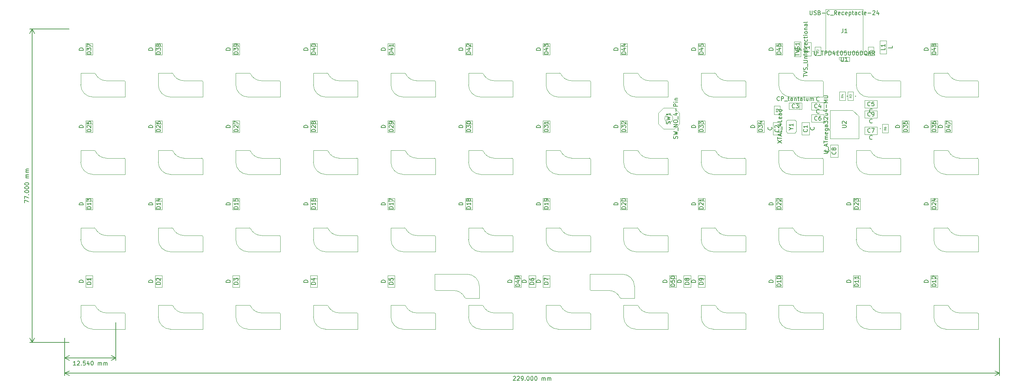
<source format=gbr>
G04 #@! TF.GenerationSoftware,KiCad,Pcbnew,(5.1.4)-1*
G04 #@! TF.CreationDate,2022-02-23T22:30:13-05:00*
G04 #@! TF.ProjectId,ortho-40percent,6f727468-6f2d-4343-9070-657263656e74,rev?*
G04 #@! TF.SameCoordinates,Original*
G04 #@! TF.FileFunction,Other,Fab,Top*
%FSLAX46Y46*%
G04 Gerber Fmt 4.6, Leading zero omitted, Abs format (unit mm)*
G04 Created by KiCad (PCBNEW (5.1.4)-1) date 2022-02-23 22:30:13*
%MOMM*%
%LPD*%
G04 APERTURE LIST*
%ADD10C,0.150000*%
%ADD11C,0.100000*%
%ADD12C,0.030000*%
%ADD13C,0.075000*%
G04 APERTURE END LIST*
D10*
X42658571Y-245502380D02*
X42087142Y-245502380D01*
X42372857Y-245502380D02*
X42372857Y-244502380D01*
X42277619Y-244645238D01*
X42182380Y-244740476D01*
X42087142Y-244788095D01*
X43039523Y-244597619D02*
X43087142Y-244550000D01*
X43182380Y-244502380D01*
X43420476Y-244502380D01*
X43515714Y-244550000D01*
X43563333Y-244597619D01*
X43610952Y-244692857D01*
X43610952Y-244788095D01*
X43563333Y-244930952D01*
X42991904Y-245502380D01*
X43610952Y-245502380D01*
X44039523Y-245407142D02*
X44087142Y-245454761D01*
X44039523Y-245502380D01*
X43991904Y-245454761D01*
X44039523Y-245407142D01*
X44039523Y-245502380D01*
X44991904Y-244502380D02*
X44515714Y-244502380D01*
X44468095Y-244978571D01*
X44515714Y-244930952D01*
X44610952Y-244883333D01*
X44849047Y-244883333D01*
X44944285Y-244930952D01*
X44991904Y-244978571D01*
X45039523Y-245073809D01*
X45039523Y-245311904D01*
X44991904Y-245407142D01*
X44944285Y-245454761D01*
X44849047Y-245502380D01*
X44610952Y-245502380D01*
X44515714Y-245454761D01*
X44468095Y-245407142D01*
X45896666Y-244835714D02*
X45896666Y-245502380D01*
X45658571Y-244454761D02*
X45420476Y-245169047D01*
X46039523Y-245169047D01*
X46610952Y-244502380D02*
X46706190Y-244502380D01*
X46801428Y-244550000D01*
X46849047Y-244597619D01*
X46896666Y-244692857D01*
X46944285Y-244883333D01*
X46944285Y-245121428D01*
X46896666Y-245311904D01*
X46849047Y-245407142D01*
X46801428Y-245454761D01*
X46706190Y-245502380D01*
X46610952Y-245502380D01*
X46515714Y-245454761D01*
X46468095Y-245407142D01*
X46420476Y-245311904D01*
X46372857Y-245121428D01*
X46372857Y-244883333D01*
X46420476Y-244692857D01*
X46468095Y-244597619D01*
X46515714Y-244550000D01*
X46610952Y-244502380D01*
X48134761Y-245502380D02*
X48134761Y-244835714D01*
X48134761Y-244930952D02*
X48182380Y-244883333D01*
X48277619Y-244835714D01*
X48420476Y-244835714D01*
X48515714Y-244883333D01*
X48563333Y-244978571D01*
X48563333Y-245502380D01*
X48563333Y-244978571D02*
X48610952Y-244883333D01*
X48706190Y-244835714D01*
X48849047Y-244835714D01*
X48944285Y-244883333D01*
X48991904Y-244978571D01*
X48991904Y-245502380D01*
X49468095Y-245502380D02*
X49468095Y-244835714D01*
X49468095Y-244930952D02*
X49515714Y-244883333D01*
X49610952Y-244835714D01*
X49753809Y-244835714D01*
X49849047Y-244883333D01*
X49896666Y-244978571D01*
X49896666Y-245502380D01*
X49896666Y-244978571D02*
X49944285Y-244883333D01*
X50039523Y-244835714D01*
X50182380Y-244835714D01*
X50277619Y-244883333D01*
X50325238Y-244978571D01*
X50325238Y-245502380D01*
X39960000Y-243750000D02*
X52500000Y-243750000D01*
X39960000Y-243750000D02*
X39960000Y-244336421D01*
X52500000Y-243750000D02*
X52500000Y-244336421D01*
X52500000Y-243750000D02*
X51373496Y-244336421D01*
X52500000Y-243750000D02*
X51373496Y-243163579D01*
X39960000Y-243750000D02*
X41086504Y-244336421D01*
X39960000Y-243750000D02*
X41086504Y-243163579D01*
X52500000Y-235000000D02*
X52500000Y-243750000D01*
X149840952Y-248347619D02*
X149888571Y-248300000D01*
X149983809Y-248252380D01*
X150221904Y-248252380D01*
X150317142Y-248300000D01*
X150364761Y-248347619D01*
X150412380Y-248442857D01*
X150412380Y-248538095D01*
X150364761Y-248680952D01*
X149793333Y-249252380D01*
X150412380Y-249252380D01*
X150793333Y-248347619D02*
X150840952Y-248300000D01*
X150936190Y-248252380D01*
X151174285Y-248252380D01*
X151269523Y-248300000D01*
X151317142Y-248347619D01*
X151364761Y-248442857D01*
X151364761Y-248538095D01*
X151317142Y-248680952D01*
X150745714Y-249252380D01*
X151364761Y-249252380D01*
X151840952Y-249252380D02*
X152031428Y-249252380D01*
X152126666Y-249204761D01*
X152174285Y-249157142D01*
X152269523Y-249014285D01*
X152317142Y-248823809D01*
X152317142Y-248442857D01*
X152269523Y-248347619D01*
X152221904Y-248300000D01*
X152126666Y-248252380D01*
X151936190Y-248252380D01*
X151840952Y-248300000D01*
X151793333Y-248347619D01*
X151745714Y-248442857D01*
X151745714Y-248680952D01*
X151793333Y-248776190D01*
X151840952Y-248823809D01*
X151936190Y-248871428D01*
X152126666Y-248871428D01*
X152221904Y-248823809D01*
X152269523Y-248776190D01*
X152317142Y-248680952D01*
X152745714Y-249157142D02*
X152793333Y-249204761D01*
X152745714Y-249252380D01*
X152698095Y-249204761D01*
X152745714Y-249157142D01*
X152745714Y-249252380D01*
X153412380Y-248252380D02*
X153507619Y-248252380D01*
X153602857Y-248300000D01*
X153650476Y-248347619D01*
X153698095Y-248442857D01*
X153745714Y-248633333D01*
X153745714Y-248871428D01*
X153698095Y-249061904D01*
X153650476Y-249157142D01*
X153602857Y-249204761D01*
X153507619Y-249252380D01*
X153412380Y-249252380D01*
X153317142Y-249204761D01*
X153269523Y-249157142D01*
X153221904Y-249061904D01*
X153174285Y-248871428D01*
X153174285Y-248633333D01*
X153221904Y-248442857D01*
X153269523Y-248347619D01*
X153317142Y-248300000D01*
X153412380Y-248252380D01*
X154364761Y-248252380D02*
X154460000Y-248252380D01*
X154555238Y-248300000D01*
X154602857Y-248347619D01*
X154650476Y-248442857D01*
X154698095Y-248633333D01*
X154698095Y-248871428D01*
X154650476Y-249061904D01*
X154602857Y-249157142D01*
X154555238Y-249204761D01*
X154460000Y-249252380D01*
X154364761Y-249252380D01*
X154269523Y-249204761D01*
X154221904Y-249157142D01*
X154174285Y-249061904D01*
X154126666Y-248871428D01*
X154126666Y-248633333D01*
X154174285Y-248442857D01*
X154221904Y-248347619D01*
X154269523Y-248300000D01*
X154364761Y-248252380D01*
X155317142Y-248252380D02*
X155412380Y-248252380D01*
X155507619Y-248300000D01*
X155555238Y-248347619D01*
X155602857Y-248442857D01*
X155650476Y-248633333D01*
X155650476Y-248871428D01*
X155602857Y-249061904D01*
X155555238Y-249157142D01*
X155507619Y-249204761D01*
X155412380Y-249252380D01*
X155317142Y-249252380D01*
X155221904Y-249204761D01*
X155174285Y-249157142D01*
X155126666Y-249061904D01*
X155079047Y-248871428D01*
X155079047Y-248633333D01*
X155126666Y-248442857D01*
X155174285Y-248347619D01*
X155221904Y-248300000D01*
X155317142Y-248252380D01*
X156840952Y-249252380D02*
X156840952Y-248585714D01*
X156840952Y-248680952D02*
X156888571Y-248633333D01*
X156983809Y-248585714D01*
X157126666Y-248585714D01*
X157221904Y-248633333D01*
X157269523Y-248728571D01*
X157269523Y-249252380D01*
X157269523Y-248728571D02*
X157317142Y-248633333D01*
X157412380Y-248585714D01*
X157555238Y-248585714D01*
X157650476Y-248633333D01*
X157698095Y-248728571D01*
X157698095Y-249252380D01*
X158174285Y-249252380D02*
X158174285Y-248585714D01*
X158174285Y-248680952D02*
X158221904Y-248633333D01*
X158317142Y-248585714D01*
X158460000Y-248585714D01*
X158555238Y-248633333D01*
X158602857Y-248728571D01*
X158602857Y-249252380D01*
X158602857Y-248728571D02*
X158650476Y-248633333D01*
X158745714Y-248585714D01*
X158888571Y-248585714D01*
X158983809Y-248633333D01*
X159031428Y-248728571D01*
X159031428Y-249252380D01*
X39960000Y-247499999D02*
X268960000Y-247499999D01*
X39960000Y-238820000D02*
X39960000Y-248086420D01*
X268960000Y-238820000D02*
X268960000Y-248086420D01*
X268960000Y-247499999D02*
X267833496Y-248086420D01*
X268960000Y-247499999D02*
X267833496Y-246913578D01*
X39960000Y-247499999D02*
X41086504Y-248086420D01*
X39960000Y-247499999D02*
X41086504Y-246913578D01*
X30152380Y-205610476D02*
X30152380Y-204943809D01*
X31152380Y-205372380D01*
X30152380Y-204658095D02*
X30152380Y-203991428D01*
X31152380Y-204420000D01*
X31057142Y-203610476D02*
X31104761Y-203562857D01*
X31152380Y-203610476D01*
X31104761Y-203658095D01*
X31057142Y-203610476D01*
X31152380Y-203610476D01*
X30152380Y-202943809D02*
X30152380Y-202848571D01*
X30200000Y-202753333D01*
X30247619Y-202705714D01*
X30342857Y-202658095D01*
X30533333Y-202610476D01*
X30771428Y-202610476D01*
X30961904Y-202658095D01*
X31057142Y-202705714D01*
X31104761Y-202753333D01*
X31152380Y-202848571D01*
X31152380Y-202943809D01*
X31104761Y-203039047D01*
X31057142Y-203086666D01*
X30961904Y-203134285D01*
X30771428Y-203181904D01*
X30533333Y-203181904D01*
X30342857Y-203134285D01*
X30247619Y-203086666D01*
X30200000Y-203039047D01*
X30152380Y-202943809D01*
X30152380Y-201991428D02*
X30152380Y-201896190D01*
X30200000Y-201800952D01*
X30247619Y-201753333D01*
X30342857Y-201705714D01*
X30533333Y-201658095D01*
X30771428Y-201658095D01*
X30961904Y-201705714D01*
X31057142Y-201753333D01*
X31104761Y-201800952D01*
X31152380Y-201896190D01*
X31152380Y-201991428D01*
X31104761Y-202086666D01*
X31057142Y-202134285D01*
X30961904Y-202181904D01*
X30771428Y-202229523D01*
X30533333Y-202229523D01*
X30342857Y-202181904D01*
X30247619Y-202134285D01*
X30200000Y-202086666D01*
X30152380Y-201991428D01*
X30152380Y-201039047D02*
X30152380Y-200943809D01*
X30200000Y-200848571D01*
X30247619Y-200800952D01*
X30342857Y-200753333D01*
X30533333Y-200705714D01*
X30771428Y-200705714D01*
X30961904Y-200753333D01*
X31057142Y-200800952D01*
X31104761Y-200848571D01*
X31152380Y-200943809D01*
X31152380Y-201039047D01*
X31104761Y-201134285D01*
X31057142Y-201181904D01*
X30961904Y-201229523D01*
X30771428Y-201277142D01*
X30533333Y-201277142D01*
X30342857Y-201229523D01*
X30247619Y-201181904D01*
X30200000Y-201134285D01*
X30152380Y-201039047D01*
X31152380Y-199515238D02*
X30485714Y-199515238D01*
X30580952Y-199515238D02*
X30533333Y-199467619D01*
X30485714Y-199372380D01*
X30485714Y-199229523D01*
X30533333Y-199134285D01*
X30628571Y-199086666D01*
X31152380Y-199086666D01*
X30628571Y-199086666D02*
X30533333Y-199039047D01*
X30485714Y-198943809D01*
X30485714Y-198800952D01*
X30533333Y-198705714D01*
X30628571Y-198658095D01*
X31152380Y-198658095D01*
X31152380Y-198181904D02*
X30485714Y-198181904D01*
X30580952Y-198181904D02*
X30533333Y-198134285D01*
X30485714Y-198039047D01*
X30485714Y-197896190D01*
X30533333Y-197800952D01*
X30628571Y-197753333D01*
X31152380Y-197753333D01*
X30628571Y-197753333D02*
X30533333Y-197705714D01*
X30485714Y-197610476D01*
X30485714Y-197467619D01*
X30533333Y-197372380D01*
X30628571Y-197324761D01*
X31152380Y-197324761D01*
X32000000Y-239920000D02*
X32000000Y-162920000D01*
X41060000Y-239920000D02*
X31413579Y-239920000D01*
X41060000Y-162920000D02*
X31413579Y-162920000D01*
X32000000Y-162920000D02*
X32586421Y-164046504D01*
X32000000Y-162920000D02*
X31413579Y-164046504D01*
X32000000Y-239920000D02*
X32586421Y-238793496D01*
X32000000Y-239920000D02*
X31413579Y-238793496D01*
D11*
X234760000Y-205220000D02*
X233160000Y-205220000D01*
X233110000Y-207345000D02*
X234810000Y-207345000D01*
X233110000Y-204495000D02*
X233110000Y-207345000D01*
X234810000Y-204495000D02*
X234810000Y-207345000D01*
X233110000Y-204495000D02*
X234810000Y-204495000D01*
X235550000Y-168670000D02*
X235550000Y-158170000D01*
X235550000Y-158170000D02*
X226370000Y-158170000D01*
X226370000Y-168670000D02*
X226370000Y-158170000D01*
X235550000Y-168670000D02*
X226370000Y-168670000D01*
X190560000Y-186220000D02*
X189260000Y-187520000D01*
X185360000Y-186220000D02*
X186660000Y-187520000D01*
X190560000Y-183620000D02*
X189260000Y-182320000D01*
X185360000Y-183620000D02*
X186660000Y-182320000D01*
X190560000Y-186220000D02*
X190560000Y-183620000D01*
X186660000Y-187520000D02*
X189260000Y-187520000D01*
X186660000Y-182320000D02*
X189260000Y-182320000D01*
X185360000Y-186220000D02*
X185360000Y-183620000D01*
X188960000Y-184920000D02*
G75*
G03X188960000Y-184920000I-1000000J0D01*
G01*
X220060000Y-182720000D02*
X220060000Y-181120000D01*
X220560000Y-181120000D02*
X217360000Y-181120000D01*
X220560000Y-182720000D02*
X220560000Y-181120000D01*
X217360000Y-182720000D02*
X217360000Y-181120000D01*
X220560000Y-182720000D02*
X217360000Y-182720000D01*
X46760000Y-224220000D02*
X45160000Y-224220000D01*
X45110000Y-226345000D02*
X46810000Y-226345000D01*
X45110000Y-223495000D02*
X45110000Y-226345000D01*
X46810000Y-223495000D02*
X46810000Y-226345000D01*
X45110000Y-223495000D02*
X46810000Y-223495000D01*
X63760000Y-224220000D02*
X62160000Y-224220000D01*
X62110000Y-226345000D02*
X63810000Y-226345000D01*
X62110000Y-223495000D02*
X62110000Y-226345000D01*
X63810000Y-223495000D02*
X63810000Y-226345000D01*
X62110000Y-223495000D02*
X63810000Y-223495000D01*
X82760000Y-224220000D02*
X81160000Y-224220000D01*
X81110000Y-226345000D02*
X82810000Y-226345000D01*
X81110000Y-223495000D02*
X81110000Y-226345000D01*
X82810000Y-223495000D02*
X82810000Y-226345000D01*
X81110000Y-223495000D02*
X82810000Y-223495000D01*
X101760000Y-224220000D02*
X100160000Y-224220000D01*
X100110000Y-226345000D02*
X101810000Y-226345000D01*
X100110000Y-223495000D02*
X100110000Y-226345000D01*
X101810000Y-223495000D02*
X101810000Y-226345000D01*
X100110000Y-223495000D02*
X101810000Y-223495000D01*
X120760000Y-224220000D02*
X119160000Y-224220000D01*
X119110000Y-226345000D02*
X120810000Y-226345000D01*
X119110000Y-223495000D02*
X119110000Y-226345000D01*
X120810000Y-223495000D02*
X120810000Y-226345000D01*
X119110000Y-223495000D02*
X120810000Y-223495000D01*
X155260000Y-224220000D02*
X153660000Y-224220000D01*
X153610000Y-226345000D02*
X155310000Y-226345000D01*
X153610000Y-223495000D02*
X153610000Y-226345000D01*
X155310000Y-223495000D02*
X155310000Y-226345000D01*
X153610000Y-223495000D02*
X155310000Y-223495000D01*
X158760000Y-224220000D02*
X157160000Y-224220000D01*
X157110000Y-226345000D02*
X158810000Y-226345000D01*
X157110000Y-223495000D02*
X157110000Y-226345000D01*
X158810000Y-223495000D02*
X158810000Y-226345000D01*
X157110000Y-223495000D02*
X158810000Y-223495000D01*
X193260000Y-224220000D02*
X191660000Y-224220000D01*
X191610000Y-226345000D02*
X193310000Y-226345000D01*
X191610000Y-223495000D02*
X191610000Y-226345000D01*
X193310000Y-223495000D02*
X193310000Y-226345000D01*
X191610000Y-223495000D02*
X193310000Y-223495000D01*
X196760000Y-224220000D02*
X195160000Y-224220000D01*
X195110000Y-226345000D02*
X196810000Y-226345000D01*
X195110000Y-223495000D02*
X195110000Y-226345000D01*
X196810000Y-223495000D02*
X196810000Y-226345000D01*
X195110000Y-223495000D02*
X196810000Y-223495000D01*
X215760000Y-224220000D02*
X214160000Y-224220000D01*
X214110000Y-226345000D02*
X215810000Y-226345000D01*
X214110000Y-223495000D02*
X214110000Y-226345000D01*
X215810000Y-223495000D02*
X215810000Y-226345000D01*
X214110000Y-223495000D02*
X215810000Y-223495000D01*
X234760000Y-224220000D02*
X233160000Y-224220000D01*
X233110000Y-226345000D02*
X234810000Y-226345000D01*
X233110000Y-223495000D02*
X233110000Y-226345000D01*
X234810000Y-223495000D02*
X234810000Y-226345000D01*
X233110000Y-223495000D02*
X234810000Y-223495000D01*
X253760000Y-224220000D02*
X252160000Y-224220000D01*
X252110000Y-226345000D02*
X253810000Y-226345000D01*
X252110000Y-223495000D02*
X252110000Y-226345000D01*
X253810000Y-223495000D02*
X253810000Y-226345000D01*
X252110000Y-223495000D02*
X253810000Y-223495000D01*
X46760000Y-205220000D02*
X45160000Y-205220000D01*
X45110000Y-207345000D02*
X46810000Y-207345000D01*
X45110000Y-204495000D02*
X45110000Y-207345000D01*
X46810000Y-204495000D02*
X46810000Y-207345000D01*
X45110000Y-204495000D02*
X46810000Y-204495000D01*
X63760000Y-205220000D02*
X62160000Y-205220000D01*
X62110000Y-207345000D02*
X63810000Y-207345000D01*
X62110000Y-204495000D02*
X62110000Y-207345000D01*
X63810000Y-204495000D02*
X63810000Y-207345000D01*
X62110000Y-204495000D02*
X63810000Y-204495000D01*
X82760000Y-205220000D02*
X81160000Y-205220000D01*
X81110000Y-207345000D02*
X82810000Y-207345000D01*
X81110000Y-204495000D02*
X81110000Y-207345000D01*
X82810000Y-204495000D02*
X82810000Y-207345000D01*
X81110000Y-204495000D02*
X82810000Y-204495000D01*
X101760000Y-205220000D02*
X100160000Y-205220000D01*
X100110000Y-207345000D02*
X101810000Y-207345000D01*
X100110000Y-204495000D02*
X100110000Y-207345000D01*
X101810000Y-204495000D02*
X101810000Y-207345000D01*
X100110000Y-204495000D02*
X101810000Y-204495000D01*
X120760000Y-205220000D02*
X119160000Y-205220000D01*
X119110000Y-207345000D02*
X120810000Y-207345000D01*
X119110000Y-204495000D02*
X119110000Y-207345000D01*
X120810000Y-204495000D02*
X120810000Y-207345000D01*
X119110000Y-204495000D02*
X120810000Y-204495000D01*
X139760000Y-205220000D02*
X138160000Y-205220000D01*
X138110000Y-207345000D02*
X139810000Y-207345000D01*
X138110000Y-204495000D02*
X138110000Y-207345000D01*
X139810000Y-204495000D02*
X139810000Y-207345000D01*
X138110000Y-204495000D02*
X139810000Y-204495000D01*
X158760000Y-205220000D02*
X157160000Y-205220000D01*
X157110000Y-207345000D02*
X158810000Y-207345000D01*
X157110000Y-204495000D02*
X157110000Y-207345000D01*
X158810000Y-204495000D02*
X158810000Y-207345000D01*
X157110000Y-204495000D02*
X158810000Y-204495000D01*
X177760000Y-205220000D02*
X176160000Y-205220000D01*
X176110000Y-207345000D02*
X177810000Y-207345000D01*
X176110000Y-204495000D02*
X176110000Y-207345000D01*
X177810000Y-204495000D02*
X177810000Y-207345000D01*
X176110000Y-204495000D02*
X177810000Y-204495000D01*
X196760000Y-205220000D02*
X195160000Y-205220000D01*
X195110000Y-207345000D02*
X196810000Y-207345000D01*
X195110000Y-204495000D02*
X195110000Y-207345000D01*
X196810000Y-204495000D02*
X196810000Y-207345000D01*
X195110000Y-204495000D02*
X196810000Y-204495000D01*
X215760000Y-205220000D02*
X214160000Y-205220000D01*
X214110000Y-207345000D02*
X215810000Y-207345000D01*
X214110000Y-204495000D02*
X214110000Y-207345000D01*
X215810000Y-204495000D02*
X215810000Y-207345000D01*
X214110000Y-204495000D02*
X215810000Y-204495000D01*
X253760000Y-205220000D02*
X252160000Y-205220000D01*
X252110000Y-207345000D02*
X253810000Y-207345000D01*
X252110000Y-204495000D02*
X252110000Y-207345000D01*
X253810000Y-204495000D02*
X253810000Y-207345000D01*
X252110000Y-204495000D02*
X253810000Y-204495000D01*
X46760000Y-186220000D02*
X45160000Y-186220000D01*
X45110000Y-188345000D02*
X46810000Y-188345000D01*
X45110000Y-185495000D02*
X45110000Y-188345000D01*
X46810000Y-185495000D02*
X46810000Y-188345000D01*
X45110000Y-185495000D02*
X46810000Y-185495000D01*
X63760000Y-186220000D02*
X62160000Y-186220000D01*
X62110000Y-188345000D02*
X63810000Y-188345000D01*
X62110000Y-185495000D02*
X62110000Y-188345000D01*
X63810000Y-185495000D02*
X63810000Y-188345000D01*
X62110000Y-185495000D02*
X63810000Y-185495000D01*
X82760000Y-186220000D02*
X81160000Y-186220000D01*
X81110000Y-188345000D02*
X82810000Y-188345000D01*
X81110000Y-185495000D02*
X81110000Y-188345000D01*
X82810000Y-185495000D02*
X82810000Y-188345000D01*
X81110000Y-185495000D02*
X82810000Y-185495000D01*
X101760000Y-186220000D02*
X100160000Y-186220000D01*
X100110000Y-188345000D02*
X101810000Y-188345000D01*
X100110000Y-185495000D02*
X100110000Y-188345000D01*
X101810000Y-185495000D02*
X101810000Y-188345000D01*
X100110000Y-185495000D02*
X101810000Y-185495000D01*
X120760000Y-186220000D02*
X119160000Y-186220000D01*
X119110000Y-188345000D02*
X120810000Y-188345000D01*
X119110000Y-185495000D02*
X119110000Y-188345000D01*
X120810000Y-185495000D02*
X120810000Y-188345000D01*
X119110000Y-185495000D02*
X120810000Y-185495000D01*
X139760000Y-186220000D02*
X138160000Y-186220000D01*
X138110000Y-188345000D02*
X139810000Y-188345000D01*
X138110000Y-185495000D02*
X138110000Y-188345000D01*
X139810000Y-185495000D02*
X139810000Y-188345000D01*
X138110000Y-185495000D02*
X139810000Y-185495000D01*
X158760000Y-186220000D02*
X157160000Y-186220000D01*
X157110000Y-188345000D02*
X158810000Y-188345000D01*
X157110000Y-185495000D02*
X157110000Y-188345000D01*
X158810000Y-185495000D02*
X158810000Y-188345000D01*
X157110000Y-185495000D02*
X158810000Y-185495000D01*
X177760000Y-186220000D02*
X176160000Y-186220000D01*
X176110000Y-188345000D02*
X177810000Y-188345000D01*
X176110000Y-185495000D02*
X176110000Y-188345000D01*
X177810000Y-185495000D02*
X177810000Y-188345000D01*
X176110000Y-185495000D02*
X177810000Y-185495000D01*
X196760000Y-186220000D02*
X195160000Y-186220000D01*
X195110000Y-188345000D02*
X196810000Y-188345000D01*
X195110000Y-185495000D02*
X195110000Y-188345000D01*
X196810000Y-185495000D02*
X196810000Y-188345000D01*
X195110000Y-185495000D02*
X196810000Y-185495000D01*
X211260000Y-186220000D02*
X209660000Y-186220000D01*
X209610000Y-188345000D02*
X211310000Y-188345000D01*
X209610000Y-185495000D02*
X209610000Y-188345000D01*
X211310000Y-185495000D02*
X211310000Y-188345000D01*
X209610000Y-185495000D02*
X211310000Y-185495000D01*
X246760000Y-186220000D02*
X245160000Y-186220000D01*
X245110000Y-188345000D02*
X246810000Y-188345000D01*
X245110000Y-185495000D02*
X245110000Y-188345000D01*
X246810000Y-185495000D02*
X246810000Y-188345000D01*
X245110000Y-185495000D02*
X246810000Y-185495000D01*
X253760000Y-186220000D02*
X252160000Y-186220000D01*
X252110000Y-188345000D02*
X253810000Y-188345000D01*
X252110000Y-185495000D02*
X252110000Y-188345000D01*
X253810000Y-185495000D02*
X253810000Y-188345000D01*
X252110000Y-185495000D02*
X253810000Y-185495000D01*
X46760000Y-167220000D02*
X45160000Y-167220000D01*
X45110000Y-169345000D02*
X46810000Y-169345000D01*
X45110000Y-166495000D02*
X45110000Y-169345000D01*
X46810000Y-166495000D02*
X46810000Y-169345000D01*
X45110000Y-166495000D02*
X46810000Y-166495000D01*
X63760000Y-167220000D02*
X62160000Y-167220000D01*
X62110000Y-169345000D02*
X63810000Y-169345000D01*
X62110000Y-166495000D02*
X62110000Y-169345000D01*
X63810000Y-166495000D02*
X63810000Y-169345000D01*
X62110000Y-166495000D02*
X63810000Y-166495000D01*
X82760000Y-167220000D02*
X81160000Y-167220000D01*
X81110000Y-169345000D02*
X82810000Y-169345000D01*
X81110000Y-166495000D02*
X81110000Y-169345000D01*
X82810000Y-166495000D02*
X82810000Y-169345000D01*
X81110000Y-166495000D02*
X82810000Y-166495000D01*
X101760000Y-167220000D02*
X100160000Y-167220000D01*
X100110000Y-169345000D02*
X101810000Y-169345000D01*
X100110000Y-166495000D02*
X100110000Y-169345000D01*
X101810000Y-166495000D02*
X101810000Y-169345000D01*
X100110000Y-166495000D02*
X101810000Y-166495000D01*
X120760000Y-167220000D02*
X119160000Y-167220000D01*
X119110000Y-169345000D02*
X120810000Y-169345000D01*
X119110000Y-166495000D02*
X119110000Y-169345000D01*
X120810000Y-166495000D02*
X120810000Y-169345000D01*
X119110000Y-166495000D02*
X120810000Y-166495000D01*
X139760000Y-167220000D02*
X138160000Y-167220000D01*
X138110000Y-169345000D02*
X139810000Y-169345000D01*
X138110000Y-166495000D02*
X138110000Y-169345000D01*
X139810000Y-166495000D02*
X139810000Y-169345000D01*
X138110000Y-166495000D02*
X139810000Y-166495000D01*
X158760000Y-167220000D02*
X157160000Y-167220000D01*
X157110000Y-169345000D02*
X158810000Y-169345000D01*
X157110000Y-166495000D02*
X157110000Y-169345000D01*
X158810000Y-166495000D02*
X158810000Y-169345000D01*
X157110000Y-166495000D02*
X158810000Y-166495000D01*
X177760000Y-167220000D02*
X176160000Y-167220000D01*
X176110000Y-169345000D02*
X177810000Y-169345000D01*
X176110000Y-166495000D02*
X176110000Y-169345000D01*
X177810000Y-166495000D02*
X177810000Y-169345000D01*
X176110000Y-166495000D02*
X177810000Y-166495000D01*
X196760000Y-167220000D02*
X195160000Y-167220000D01*
X195110000Y-169345000D02*
X196810000Y-169345000D01*
X195110000Y-166495000D02*
X195110000Y-169345000D01*
X196810000Y-166495000D02*
X196810000Y-169345000D01*
X195110000Y-166495000D02*
X196810000Y-166495000D01*
X215760000Y-167220000D02*
X214160000Y-167220000D01*
X214110000Y-169345000D02*
X215810000Y-169345000D01*
X214110000Y-166495000D02*
X214110000Y-169345000D01*
X215810000Y-166495000D02*
X215810000Y-169345000D01*
X214110000Y-166495000D02*
X215810000Y-166495000D01*
X257260000Y-186220000D02*
X255660000Y-186220000D01*
X255610000Y-188345000D02*
X257310000Y-188345000D01*
X255610000Y-185495000D02*
X255610000Y-188345000D01*
X257310000Y-185495000D02*
X257310000Y-188345000D01*
X255610000Y-185495000D02*
X257310000Y-185495000D01*
X253760000Y-167220000D02*
X252160000Y-167220000D01*
X252110000Y-169345000D02*
X253810000Y-169345000D01*
X252110000Y-166495000D02*
X252110000Y-169345000D01*
X253810000Y-166495000D02*
X253810000Y-169345000D01*
X252110000Y-166495000D02*
X253810000Y-166495000D01*
X151760000Y-224220000D02*
X150160000Y-224220000D01*
X150110000Y-226345000D02*
X151810000Y-226345000D01*
X150110000Y-223495000D02*
X150110000Y-226345000D01*
X151810000Y-223495000D02*
X151810000Y-226345000D01*
X150110000Y-223495000D02*
X151810000Y-223495000D01*
X189760000Y-224220000D02*
X188160000Y-224220000D01*
X188110000Y-226345000D02*
X189810000Y-226345000D01*
X188110000Y-223495000D02*
X188110000Y-226345000D01*
X189810000Y-223495000D02*
X189810000Y-226345000D01*
X188110000Y-223495000D02*
X189810000Y-223495000D01*
X222785000Y-166295000D02*
X221135000Y-166295000D01*
X221135000Y-166295000D02*
X221135000Y-169545000D01*
X222785000Y-169545000D02*
X221135000Y-169545000D01*
X222785000Y-166295000D02*
X222785000Y-169545000D01*
X239660000Y-169020000D02*
X241260000Y-169020000D01*
X241260000Y-169020000D02*
X241260000Y-165820000D01*
X239660000Y-165820000D02*
X241260000Y-165820000D01*
X239660000Y-169020000D02*
X239660000Y-165820000D01*
X238160000Y-167370000D02*
X238160000Y-169470000D01*
X236760000Y-167370000D02*
X236760000Y-169470000D01*
X238160000Y-169470000D02*
X236760000Y-169470000D01*
X238160000Y-167370000D02*
X236760000Y-167370000D01*
X225160000Y-167370000D02*
X225160000Y-169470000D01*
X223760000Y-167370000D02*
X223760000Y-169470000D01*
X225160000Y-169470000D02*
X223760000Y-169470000D01*
X225160000Y-167370000D02*
X223760000Y-167370000D01*
X231760000Y-180470000D02*
X231760000Y-178370000D01*
X233160000Y-180470000D02*
X233160000Y-178370000D01*
X231760000Y-178370000D02*
X233160000Y-178370000D01*
X231760000Y-180470000D02*
X233160000Y-180470000D01*
X229760000Y-180470000D02*
X229760000Y-178370000D01*
X231160000Y-180470000D02*
X231160000Y-178370000D01*
X229760000Y-178370000D02*
X231160000Y-178370000D01*
X229760000Y-180470000D02*
X231160000Y-180470000D01*
X213760000Y-183970000D02*
X213760000Y-181870000D01*
X215160000Y-183970000D02*
X215160000Y-181870000D01*
X213760000Y-181870000D02*
X215160000Y-181870000D01*
X213760000Y-183970000D02*
X215160000Y-183970000D01*
X241660000Y-186370000D02*
X241660000Y-188470000D01*
X240260000Y-186370000D02*
X240260000Y-188470000D01*
X241660000Y-188470000D02*
X240260000Y-188470000D01*
X241660000Y-186370000D02*
X240260000Y-186370000D01*
X229710000Y-170420000D02*
X230210000Y-170920000D01*
X230210000Y-170920000D02*
X232210000Y-170920000D01*
X232210000Y-170920000D02*
X232210000Y-169920000D01*
X229710000Y-169920000D02*
X232210000Y-169920000D01*
X229710000Y-170420000D02*
X229710000Y-169920000D01*
X217010000Y-185320000D02*
G75*
G02X216710000Y-185620000I-300000J0D01*
G01*
X219210000Y-185620000D02*
G75*
G02X218910000Y-185320000I0J300000D01*
G01*
X218910000Y-188520000D02*
G75*
G02X219210000Y-188220000I300000J0D01*
G01*
X216710000Y-188220000D02*
G75*
G02X217010000Y-188520000I0J-300000D01*
G01*
X218910000Y-188520000D02*
X217010000Y-188520000D01*
X216710000Y-188220000D02*
X216710000Y-185620000D01*
X218910000Y-185320000D02*
X217010000Y-185320000D01*
X219210000Y-188220000D02*
X219210000Y-185620000D01*
X220535000Y-188945000D02*
X220535000Y-185895000D01*
X222385000Y-188945000D02*
X220535000Y-188945000D01*
X222385000Y-185895000D02*
X220535000Y-185895000D01*
X222385000Y-188945000D02*
X222385000Y-185895000D01*
X215385000Y-185895000D02*
X215385000Y-188945000D01*
X213535000Y-185895000D02*
X215385000Y-185895000D01*
X213535000Y-188945000D02*
X215385000Y-188945000D01*
X213535000Y-185895000D02*
X213535000Y-188945000D01*
X225985000Y-182845000D02*
X222935000Y-182845000D01*
X225985000Y-180995000D02*
X225985000Y-182845000D01*
X222935000Y-180995000D02*
X222935000Y-182845000D01*
X225985000Y-180995000D02*
X222935000Y-180995000D01*
X235935000Y-180495000D02*
X238985000Y-180495000D01*
X235935000Y-182345000D02*
X235935000Y-180495000D01*
X238985000Y-182345000D02*
X238985000Y-180495000D01*
X235935000Y-182345000D02*
X238985000Y-182345000D01*
X225985000Y-185845000D02*
X222935000Y-185845000D01*
X225985000Y-183995000D02*
X225985000Y-185845000D01*
X222935000Y-183995000D02*
X222935000Y-185845000D01*
X225985000Y-183995000D02*
X222935000Y-183995000D01*
X235935000Y-186995000D02*
X238985000Y-186995000D01*
X235935000Y-188845000D02*
X235935000Y-186995000D01*
X238985000Y-188845000D02*
X238985000Y-186995000D01*
X235935000Y-188845000D02*
X238985000Y-188845000D01*
X229385000Y-191395000D02*
X229385000Y-194445000D01*
X227535000Y-191395000D02*
X229385000Y-191395000D01*
X227535000Y-194445000D02*
X229385000Y-194445000D01*
X227535000Y-191395000D02*
X227535000Y-194445000D01*
X235935000Y-182995000D02*
X238985000Y-182995000D01*
X235935000Y-184845000D02*
X235935000Y-182995000D01*
X238985000Y-184845000D02*
X238985000Y-182995000D01*
X235935000Y-184845000D02*
X238985000Y-184845000D01*
X47438624Y-230905136D02*
G75*
G03X50174858Y-232675086I2736234J1230050D01*
G01*
X47438624Y-230905136D02*
G75*
G03X47225000Y-230785000I-213624J-129864D01*
G01*
X54775000Y-232925000D02*
G75*
G03X54525000Y-232675000I-250000J0D01*
G01*
X43875000Y-233675000D02*
G75*
G03X46875000Y-236675000I3000000J0D01*
G01*
X54525000Y-232675000D02*
X50174858Y-232675086D01*
X47225000Y-230785000D02*
X43875000Y-230785000D01*
X43875000Y-233675000D02*
X43875000Y-230785000D01*
X54775000Y-236675000D02*
X54775000Y-232925000D01*
X46875000Y-236675000D02*
X54775000Y-236675000D01*
X66438624Y-230905136D02*
G75*
G03X69174858Y-232675086I2736234J1230050D01*
G01*
X66438624Y-230905136D02*
G75*
G03X66225000Y-230785000I-213624J-129864D01*
G01*
X73775000Y-232925000D02*
G75*
G03X73525000Y-232675000I-250000J0D01*
G01*
X62875000Y-233675000D02*
G75*
G03X65875000Y-236675000I3000000J0D01*
G01*
X73525000Y-232675000D02*
X69174858Y-232675086D01*
X66225000Y-230785000D02*
X62875000Y-230785000D01*
X62875000Y-233675000D02*
X62875000Y-230785000D01*
X73775000Y-236675000D02*
X73775000Y-232925000D01*
X65875000Y-236675000D02*
X73775000Y-236675000D01*
X85438624Y-230905136D02*
G75*
G03X88174858Y-232675086I2736234J1230050D01*
G01*
X85438624Y-230905136D02*
G75*
G03X85225000Y-230785000I-213624J-129864D01*
G01*
X92775000Y-232925000D02*
G75*
G03X92525000Y-232675000I-250000J0D01*
G01*
X81875000Y-233675000D02*
G75*
G03X84875000Y-236675000I3000000J0D01*
G01*
X92525000Y-232675000D02*
X88174858Y-232675086D01*
X85225000Y-230785000D02*
X81875000Y-230785000D01*
X81875000Y-233675000D02*
X81875000Y-230785000D01*
X92775000Y-236675000D02*
X92775000Y-232925000D01*
X84875000Y-236675000D02*
X92775000Y-236675000D01*
X104438624Y-230905136D02*
G75*
G03X107174858Y-232675086I2736234J1230050D01*
G01*
X104438624Y-230905136D02*
G75*
G03X104225000Y-230785000I-213624J-129864D01*
G01*
X111775000Y-232925000D02*
G75*
G03X111525000Y-232675000I-250000J0D01*
G01*
X100875000Y-233675000D02*
G75*
G03X103875000Y-236675000I3000000J0D01*
G01*
X111525000Y-232675000D02*
X107174858Y-232675086D01*
X104225000Y-230785000D02*
X100875000Y-230785000D01*
X100875000Y-233675000D02*
X100875000Y-230785000D01*
X111775000Y-236675000D02*
X111775000Y-232925000D01*
X103875000Y-236675000D02*
X111775000Y-236675000D01*
X123438624Y-230905136D02*
G75*
G03X126174858Y-232675086I2736234J1230050D01*
G01*
X123438624Y-230905136D02*
G75*
G03X123225000Y-230785000I-213624J-129864D01*
G01*
X130775000Y-232925000D02*
G75*
G03X130525000Y-232675000I-250000J0D01*
G01*
X119875000Y-233675000D02*
G75*
G03X122875000Y-236675000I3000000J0D01*
G01*
X130525000Y-232675000D02*
X126174858Y-232675086D01*
X123225000Y-230785000D02*
X119875000Y-230785000D01*
X119875000Y-233675000D02*
X119875000Y-230785000D01*
X130775000Y-236675000D02*
X130775000Y-232925000D01*
X122875000Y-236675000D02*
X130775000Y-236675000D01*
X142438624Y-230905136D02*
G75*
G03X145174858Y-232675086I2736234J1230050D01*
G01*
X142438624Y-230905136D02*
G75*
G03X142225000Y-230785000I-213624J-129864D01*
G01*
X149775000Y-232925000D02*
G75*
G03X149525000Y-232675000I-250000J0D01*
G01*
X138875000Y-233675000D02*
G75*
G03X141875000Y-236675000I3000000J0D01*
G01*
X149525000Y-232675000D02*
X145174858Y-232675086D01*
X142225000Y-230785000D02*
X138875000Y-230785000D01*
X138875000Y-233675000D02*
X138875000Y-230785000D01*
X149775000Y-236675000D02*
X149775000Y-232925000D01*
X141875000Y-236675000D02*
X149775000Y-236675000D01*
X161438624Y-230905136D02*
G75*
G03X164174858Y-232675086I2736234J1230050D01*
G01*
X161438624Y-230905136D02*
G75*
G03X161225000Y-230785000I-213624J-129864D01*
G01*
X168775000Y-232925000D02*
G75*
G03X168525000Y-232675000I-250000J0D01*
G01*
X157875000Y-233675000D02*
G75*
G03X160875000Y-236675000I3000000J0D01*
G01*
X168525000Y-232675000D02*
X164174858Y-232675086D01*
X161225000Y-230785000D02*
X157875000Y-230785000D01*
X157875000Y-233675000D02*
X157875000Y-230785000D01*
X168775000Y-236675000D02*
X168775000Y-232925000D01*
X160875000Y-236675000D02*
X168775000Y-236675000D01*
X180438624Y-230905136D02*
G75*
G03X183174858Y-232675086I2736234J1230050D01*
G01*
X180438624Y-230905136D02*
G75*
G03X180225000Y-230785000I-213624J-129864D01*
G01*
X187775000Y-232925000D02*
G75*
G03X187525000Y-232675000I-250000J0D01*
G01*
X176875000Y-233675000D02*
G75*
G03X179875000Y-236675000I3000000J0D01*
G01*
X187525000Y-232675000D02*
X183174858Y-232675086D01*
X180225000Y-230785000D02*
X176875000Y-230785000D01*
X176875000Y-233675000D02*
X176875000Y-230785000D01*
X187775000Y-236675000D02*
X187775000Y-232925000D01*
X179875000Y-236675000D02*
X187775000Y-236675000D01*
X199438624Y-230905136D02*
G75*
G03X202174858Y-232675086I2736234J1230050D01*
G01*
X199438624Y-230905136D02*
G75*
G03X199225000Y-230785000I-213624J-129864D01*
G01*
X206775000Y-232925000D02*
G75*
G03X206525000Y-232675000I-250000J0D01*
G01*
X195875000Y-233675000D02*
G75*
G03X198875000Y-236675000I3000000J0D01*
G01*
X206525000Y-232675000D02*
X202174858Y-232675086D01*
X199225000Y-230785000D02*
X195875000Y-230785000D01*
X195875000Y-233675000D02*
X195875000Y-230785000D01*
X206775000Y-236675000D02*
X206775000Y-232925000D01*
X198875000Y-236675000D02*
X206775000Y-236675000D01*
X218438624Y-230905136D02*
G75*
G03X221174858Y-232675086I2736234J1230050D01*
G01*
X218438624Y-230905136D02*
G75*
G03X218225000Y-230785000I-213624J-129864D01*
G01*
X225775000Y-232925000D02*
G75*
G03X225525000Y-232675000I-250000J0D01*
G01*
X214875000Y-233675000D02*
G75*
G03X217875000Y-236675000I3000000J0D01*
G01*
X225525000Y-232675000D02*
X221174858Y-232675086D01*
X218225000Y-230785000D02*
X214875000Y-230785000D01*
X214875000Y-233675000D02*
X214875000Y-230785000D01*
X225775000Y-236675000D02*
X225775000Y-232925000D01*
X217875000Y-236675000D02*
X225775000Y-236675000D01*
X237438624Y-230905136D02*
G75*
G03X240174858Y-232675086I2736234J1230050D01*
G01*
X237438624Y-230905136D02*
G75*
G03X237225000Y-230785000I-213624J-129864D01*
G01*
X244775000Y-232925000D02*
G75*
G03X244525000Y-232675000I-250000J0D01*
G01*
X233875000Y-233675000D02*
G75*
G03X236875000Y-236675000I3000000J0D01*
G01*
X244525000Y-232675000D02*
X240174858Y-232675086D01*
X237225000Y-230785000D02*
X233875000Y-230785000D01*
X233875000Y-233675000D02*
X233875000Y-230785000D01*
X244775000Y-236675000D02*
X244775000Y-232925000D01*
X236875000Y-236675000D02*
X244775000Y-236675000D01*
X256438624Y-230905136D02*
G75*
G03X259174858Y-232675086I2736234J1230050D01*
G01*
X256438624Y-230905136D02*
G75*
G03X256225000Y-230785000I-213624J-129864D01*
G01*
X263775000Y-232925000D02*
G75*
G03X263525000Y-232675000I-250000J0D01*
G01*
X252875000Y-233675000D02*
G75*
G03X255875000Y-236675000I3000000J0D01*
G01*
X263525000Y-232675000D02*
X259174858Y-232675086D01*
X256225000Y-230785000D02*
X252875000Y-230785000D01*
X252875000Y-233675000D02*
X252875000Y-230785000D01*
X263775000Y-236675000D02*
X263775000Y-232925000D01*
X255875000Y-236675000D02*
X263775000Y-236675000D01*
X47438624Y-211905136D02*
G75*
G03X50174858Y-213675086I2736234J1230050D01*
G01*
X47438624Y-211905136D02*
G75*
G03X47225000Y-211785000I-213624J-129864D01*
G01*
X54775000Y-213925000D02*
G75*
G03X54525000Y-213675000I-250000J0D01*
G01*
X43875000Y-214675000D02*
G75*
G03X46875000Y-217675000I3000000J0D01*
G01*
X54525000Y-213675000D02*
X50174858Y-213675086D01*
X47225000Y-211785000D02*
X43875000Y-211785000D01*
X43875000Y-214675000D02*
X43875000Y-211785000D01*
X54775000Y-217675000D02*
X54775000Y-213925000D01*
X46875000Y-217675000D02*
X54775000Y-217675000D01*
X66438624Y-211905136D02*
G75*
G03X69174858Y-213675086I2736234J1230050D01*
G01*
X66438624Y-211905136D02*
G75*
G03X66225000Y-211785000I-213624J-129864D01*
G01*
X73775000Y-213925000D02*
G75*
G03X73525000Y-213675000I-250000J0D01*
G01*
X62875000Y-214675000D02*
G75*
G03X65875000Y-217675000I3000000J0D01*
G01*
X73525000Y-213675000D02*
X69174858Y-213675086D01*
X66225000Y-211785000D02*
X62875000Y-211785000D01*
X62875000Y-214675000D02*
X62875000Y-211785000D01*
X73775000Y-217675000D02*
X73775000Y-213925000D01*
X65875000Y-217675000D02*
X73775000Y-217675000D01*
X85438624Y-211905136D02*
G75*
G03X88174858Y-213675086I2736234J1230050D01*
G01*
X85438624Y-211905136D02*
G75*
G03X85225000Y-211785000I-213624J-129864D01*
G01*
X92775000Y-213925000D02*
G75*
G03X92525000Y-213675000I-250000J0D01*
G01*
X81875000Y-214675000D02*
G75*
G03X84875000Y-217675000I3000000J0D01*
G01*
X92525000Y-213675000D02*
X88174858Y-213675086D01*
X85225000Y-211785000D02*
X81875000Y-211785000D01*
X81875000Y-214675000D02*
X81875000Y-211785000D01*
X92775000Y-217675000D02*
X92775000Y-213925000D01*
X84875000Y-217675000D02*
X92775000Y-217675000D01*
X104438624Y-211905136D02*
G75*
G03X107174858Y-213675086I2736234J1230050D01*
G01*
X104438624Y-211905136D02*
G75*
G03X104225000Y-211785000I-213624J-129864D01*
G01*
X111775000Y-213925000D02*
G75*
G03X111525000Y-213675000I-250000J0D01*
G01*
X100875000Y-214675000D02*
G75*
G03X103875000Y-217675000I3000000J0D01*
G01*
X111525000Y-213675000D02*
X107174858Y-213675086D01*
X104225000Y-211785000D02*
X100875000Y-211785000D01*
X100875000Y-214675000D02*
X100875000Y-211785000D01*
X111775000Y-217675000D02*
X111775000Y-213925000D01*
X103875000Y-217675000D02*
X111775000Y-217675000D01*
X123438624Y-211905136D02*
G75*
G03X126174858Y-213675086I2736234J1230050D01*
G01*
X123438624Y-211905136D02*
G75*
G03X123225000Y-211785000I-213624J-129864D01*
G01*
X130775000Y-213925000D02*
G75*
G03X130525000Y-213675000I-250000J0D01*
G01*
X119875000Y-214675000D02*
G75*
G03X122875000Y-217675000I3000000J0D01*
G01*
X130525000Y-213675000D02*
X126174858Y-213675086D01*
X123225000Y-211785000D02*
X119875000Y-211785000D01*
X119875000Y-214675000D02*
X119875000Y-211785000D01*
X130775000Y-217675000D02*
X130775000Y-213925000D01*
X122875000Y-217675000D02*
X130775000Y-217675000D01*
X142438624Y-211905136D02*
G75*
G03X145174858Y-213675086I2736234J1230050D01*
G01*
X142438624Y-211905136D02*
G75*
G03X142225000Y-211785000I-213624J-129864D01*
G01*
X149775000Y-213925000D02*
G75*
G03X149525000Y-213675000I-250000J0D01*
G01*
X138875000Y-214675000D02*
G75*
G03X141875000Y-217675000I3000000J0D01*
G01*
X149525000Y-213675000D02*
X145174858Y-213675086D01*
X142225000Y-211785000D02*
X138875000Y-211785000D01*
X138875000Y-214675000D02*
X138875000Y-211785000D01*
X149775000Y-217675000D02*
X149775000Y-213925000D01*
X141875000Y-217675000D02*
X149775000Y-217675000D01*
X161438624Y-211905136D02*
G75*
G03X164174858Y-213675086I2736234J1230050D01*
G01*
X161438624Y-211905136D02*
G75*
G03X161225000Y-211785000I-213624J-129864D01*
G01*
X168775000Y-213925000D02*
G75*
G03X168525000Y-213675000I-250000J0D01*
G01*
X157875000Y-214675000D02*
G75*
G03X160875000Y-217675000I3000000J0D01*
G01*
X168525000Y-213675000D02*
X164174858Y-213675086D01*
X161225000Y-211785000D02*
X157875000Y-211785000D01*
X157875000Y-214675000D02*
X157875000Y-211785000D01*
X168775000Y-217675000D02*
X168775000Y-213925000D01*
X160875000Y-217675000D02*
X168775000Y-217675000D01*
X180438624Y-211905136D02*
G75*
G03X183174858Y-213675086I2736234J1230050D01*
G01*
X180438624Y-211905136D02*
G75*
G03X180225000Y-211785000I-213624J-129864D01*
G01*
X187775000Y-213925000D02*
G75*
G03X187525000Y-213675000I-250000J0D01*
G01*
X176875000Y-214675000D02*
G75*
G03X179875000Y-217675000I3000000J0D01*
G01*
X187525000Y-213675000D02*
X183174858Y-213675086D01*
X180225000Y-211785000D02*
X176875000Y-211785000D01*
X176875000Y-214675000D02*
X176875000Y-211785000D01*
X187775000Y-217675000D02*
X187775000Y-213925000D01*
X179875000Y-217675000D02*
X187775000Y-217675000D01*
X199438624Y-211905136D02*
G75*
G03X202174858Y-213675086I2736234J1230050D01*
G01*
X199438624Y-211905136D02*
G75*
G03X199225000Y-211785000I-213624J-129864D01*
G01*
X206775000Y-213925000D02*
G75*
G03X206525000Y-213675000I-250000J0D01*
G01*
X195875000Y-214675000D02*
G75*
G03X198875000Y-217675000I3000000J0D01*
G01*
X206525000Y-213675000D02*
X202174858Y-213675086D01*
X199225000Y-211785000D02*
X195875000Y-211785000D01*
X195875000Y-214675000D02*
X195875000Y-211785000D01*
X206775000Y-217675000D02*
X206775000Y-213925000D01*
X198875000Y-217675000D02*
X206775000Y-217675000D01*
X218438624Y-211905136D02*
G75*
G03X221174858Y-213675086I2736234J1230050D01*
G01*
X218438624Y-211905136D02*
G75*
G03X218225000Y-211785000I-213624J-129864D01*
G01*
X225775000Y-213925000D02*
G75*
G03X225525000Y-213675000I-250000J0D01*
G01*
X214875000Y-214675000D02*
G75*
G03X217875000Y-217675000I3000000J0D01*
G01*
X225525000Y-213675000D02*
X221174858Y-213675086D01*
X218225000Y-211785000D02*
X214875000Y-211785000D01*
X214875000Y-214675000D02*
X214875000Y-211785000D01*
X225775000Y-217675000D02*
X225775000Y-213925000D01*
X217875000Y-217675000D02*
X225775000Y-217675000D01*
X237438624Y-211905136D02*
G75*
G03X240174858Y-213675086I2736234J1230050D01*
G01*
X237438624Y-211905136D02*
G75*
G03X237225000Y-211785000I-213624J-129864D01*
G01*
X244775000Y-213925000D02*
G75*
G03X244525000Y-213675000I-250000J0D01*
G01*
X233875000Y-214675000D02*
G75*
G03X236875000Y-217675000I3000000J0D01*
G01*
X244525000Y-213675000D02*
X240174858Y-213675086D01*
X237225000Y-211785000D02*
X233875000Y-211785000D01*
X233875000Y-214675000D02*
X233875000Y-211785000D01*
X244775000Y-217675000D02*
X244775000Y-213925000D01*
X236875000Y-217675000D02*
X244775000Y-217675000D01*
X256438624Y-211905136D02*
G75*
G03X259174858Y-213675086I2736234J1230050D01*
G01*
X256438624Y-211905136D02*
G75*
G03X256225000Y-211785000I-213624J-129864D01*
G01*
X263775000Y-213925000D02*
G75*
G03X263525000Y-213675000I-250000J0D01*
G01*
X252875000Y-214675000D02*
G75*
G03X255875000Y-217675000I3000000J0D01*
G01*
X263525000Y-213675000D02*
X259174858Y-213675086D01*
X256225000Y-211785000D02*
X252875000Y-211785000D01*
X252875000Y-214675000D02*
X252875000Y-211785000D01*
X263775000Y-217675000D02*
X263775000Y-213925000D01*
X255875000Y-217675000D02*
X263775000Y-217675000D01*
X47438624Y-192905136D02*
G75*
G03X50174858Y-194675086I2736234J1230050D01*
G01*
X47438624Y-192905136D02*
G75*
G03X47225000Y-192785000I-213624J-129864D01*
G01*
X54775000Y-194925000D02*
G75*
G03X54525000Y-194675000I-250000J0D01*
G01*
X43875000Y-195675000D02*
G75*
G03X46875000Y-198675000I3000000J0D01*
G01*
X54525000Y-194675000D02*
X50174858Y-194675086D01*
X47225000Y-192785000D02*
X43875000Y-192785000D01*
X43875000Y-195675000D02*
X43875000Y-192785000D01*
X54775000Y-198675000D02*
X54775000Y-194925000D01*
X46875000Y-198675000D02*
X54775000Y-198675000D01*
X66438624Y-192905136D02*
G75*
G03X69174858Y-194675086I2736234J1230050D01*
G01*
X66438624Y-192905136D02*
G75*
G03X66225000Y-192785000I-213624J-129864D01*
G01*
X73775000Y-194925000D02*
G75*
G03X73525000Y-194675000I-250000J0D01*
G01*
X62875000Y-195675000D02*
G75*
G03X65875000Y-198675000I3000000J0D01*
G01*
X73525000Y-194675000D02*
X69174858Y-194675086D01*
X66225000Y-192785000D02*
X62875000Y-192785000D01*
X62875000Y-195675000D02*
X62875000Y-192785000D01*
X73775000Y-198675000D02*
X73775000Y-194925000D01*
X65875000Y-198675000D02*
X73775000Y-198675000D01*
X85438624Y-192905136D02*
G75*
G03X88174858Y-194675086I2736234J1230050D01*
G01*
X85438624Y-192905136D02*
G75*
G03X85225000Y-192785000I-213624J-129864D01*
G01*
X92775000Y-194925000D02*
G75*
G03X92525000Y-194675000I-250000J0D01*
G01*
X81875000Y-195675000D02*
G75*
G03X84875000Y-198675000I3000000J0D01*
G01*
X92525000Y-194675000D02*
X88174858Y-194675086D01*
X85225000Y-192785000D02*
X81875000Y-192785000D01*
X81875000Y-195675000D02*
X81875000Y-192785000D01*
X92775000Y-198675000D02*
X92775000Y-194925000D01*
X84875000Y-198675000D02*
X92775000Y-198675000D01*
X104438624Y-192905136D02*
G75*
G03X107174858Y-194675086I2736234J1230050D01*
G01*
X104438624Y-192905136D02*
G75*
G03X104225000Y-192785000I-213624J-129864D01*
G01*
X111775000Y-194925000D02*
G75*
G03X111525000Y-194675000I-250000J0D01*
G01*
X100875000Y-195675000D02*
G75*
G03X103875000Y-198675000I3000000J0D01*
G01*
X111525000Y-194675000D02*
X107174858Y-194675086D01*
X104225000Y-192785000D02*
X100875000Y-192785000D01*
X100875000Y-195675000D02*
X100875000Y-192785000D01*
X111775000Y-198675000D02*
X111775000Y-194925000D01*
X103875000Y-198675000D02*
X111775000Y-198675000D01*
X123438624Y-192905136D02*
G75*
G03X126174858Y-194675086I2736234J1230050D01*
G01*
X123438624Y-192905136D02*
G75*
G03X123225000Y-192785000I-213624J-129864D01*
G01*
X130775000Y-194925000D02*
G75*
G03X130525000Y-194675000I-250000J0D01*
G01*
X119875000Y-195675000D02*
G75*
G03X122875000Y-198675000I3000000J0D01*
G01*
X130525000Y-194675000D02*
X126174858Y-194675086D01*
X123225000Y-192785000D02*
X119875000Y-192785000D01*
X119875000Y-195675000D02*
X119875000Y-192785000D01*
X130775000Y-198675000D02*
X130775000Y-194925000D01*
X122875000Y-198675000D02*
X130775000Y-198675000D01*
X142438624Y-192905136D02*
G75*
G03X145174858Y-194675086I2736234J1230050D01*
G01*
X142438624Y-192905136D02*
G75*
G03X142225000Y-192785000I-213624J-129864D01*
G01*
X149775000Y-194925000D02*
G75*
G03X149525000Y-194675000I-250000J0D01*
G01*
X138875000Y-195675000D02*
G75*
G03X141875000Y-198675000I3000000J0D01*
G01*
X149525000Y-194675000D02*
X145174858Y-194675086D01*
X142225000Y-192785000D02*
X138875000Y-192785000D01*
X138875000Y-195675000D02*
X138875000Y-192785000D01*
X149775000Y-198675000D02*
X149775000Y-194925000D01*
X141875000Y-198675000D02*
X149775000Y-198675000D01*
X161438624Y-192905136D02*
G75*
G03X164174858Y-194675086I2736234J1230050D01*
G01*
X161438624Y-192905136D02*
G75*
G03X161225000Y-192785000I-213624J-129864D01*
G01*
X168775000Y-194925000D02*
G75*
G03X168525000Y-194675000I-250000J0D01*
G01*
X157875000Y-195675000D02*
G75*
G03X160875000Y-198675000I3000000J0D01*
G01*
X168525000Y-194675000D02*
X164174858Y-194675086D01*
X161225000Y-192785000D02*
X157875000Y-192785000D01*
X157875000Y-195675000D02*
X157875000Y-192785000D01*
X168775000Y-198675000D02*
X168775000Y-194925000D01*
X160875000Y-198675000D02*
X168775000Y-198675000D01*
X180438624Y-192905136D02*
G75*
G03X183174858Y-194675086I2736234J1230050D01*
G01*
X180438624Y-192905136D02*
G75*
G03X180225000Y-192785000I-213624J-129864D01*
G01*
X187775000Y-194925000D02*
G75*
G03X187525000Y-194675000I-250000J0D01*
G01*
X176875000Y-195675000D02*
G75*
G03X179875000Y-198675000I3000000J0D01*
G01*
X187525000Y-194675000D02*
X183174858Y-194675086D01*
X180225000Y-192785000D02*
X176875000Y-192785000D01*
X176875000Y-195675000D02*
X176875000Y-192785000D01*
X187775000Y-198675000D02*
X187775000Y-194925000D01*
X179875000Y-198675000D02*
X187775000Y-198675000D01*
X199438624Y-192905136D02*
G75*
G03X202174858Y-194675086I2736234J1230050D01*
G01*
X199438624Y-192905136D02*
G75*
G03X199225000Y-192785000I-213624J-129864D01*
G01*
X206775000Y-194925000D02*
G75*
G03X206525000Y-194675000I-250000J0D01*
G01*
X195875000Y-195675000D02*
G75*
G03X198875000Y-198675000I3000000J0D01*
G01*
X206525000Y-194675000D02*
X202174858Y-194675086D01*
X199225000Y-192785000D02*
X195875000Y-192785000D01*
X195875000Y-195675000D02*
X195875000Y-192785000D01*
X206775000Y-198675000D02*
X206775000Y-194925000D01*
X198875000Y-198675000D02*
X206775000Y-198675000D01*
X218438624Y-192905136D02*
G75*
G03X221174858Y-194675086I2736234J1230050D01*
G01*
X218438624Y-192905136D02*
G75*
G03X218225000Y-192785000I-213624J-129864D01*
G01*
X225775000Y-194925000D02*
G75*
G03X225525000Y-194675000I-250000J0D01*
G01*
X214875000Y-195675000D02*
G75*
G03X217875000Y-198675000I3000000J0D01*
G01*
X225525000Y-194675000D02*
X221174858Y-194675086D01*
X218225000Y-192785000D02*
X214875000Y-192785000D01*
X214875000Y-195675000D02*
X214875000Y-192785000D01*
X225775000Y-198675000D02*
X225775000Y-194925000D01*
X217875000Y-198675000D02*
X225775000Y-198675000D01*
X237438624Y-192905136D02*
G75*
G03X240174858Y-194675086I2736234J1230050D01*
G01*
X237438624Y-192905136D02*
G75*
G03X237225000Y-192785000I-213624J-129864D01*
G01*
X244775000Y-194925000D02*
G75*
G03X244525000Y-194675000I-250000J0D01*
G01*
X233875000Y-195675000D02*
G75*
G03X236875000Y-198675000I3000000J0D01*
G01*
X244525000Y-194675000D02*
X240174858Y-194675086D01*
X237225000Y-192785000D02*
X233875000Y-192785000D01*
X233875000Y-195675000D02*
X233875000Y-192785000D01*
X244775000Y-198675000D02*
X244775000Y-194925000D01*
X236875000Y-198675000D02*
X244775000Y-198675000D01*
X256438624Y-192905136D02*
G75*
G03X259174858Y-194675086I2736234J1230050D01*
G01*
X256438624Y-192905136D02*
G75*
G03X256225000Y-192785000I-213624J-129864D01*
G01*
X263775000Y-194925000D02*
G75*
G03X263525000Y-194675000I-250000J0D01*
G01*
X252875000Y-195675000D02*
G75*
G03X255875000Y-198675000I3000000J0D01*
G01*
X263525000Y-194675000D02*
X259174858Y-194675086D01*
X256225000Y-192785000D02*
X252875000Y-192785000D01*
X252875000Y-195675000D02*
X252875000Y-192785000D01*
X263775000Y-198675000D02*
X263775000Y-194925000D01*
X255875000Y-198675000D02*
X263775000Y-198675000D01*
X47438624Y-173905136D02*
G75*
G03X50174858Y-175675086I2736234J1230050D01*
G01*
X47438624Y-173905136D02*
G75*
G03X47225000Y-173785000I-213624J-129864D01*
G01*
X54775000Y-175925000D02*
G75*
G03X54525000Y-175675000I-250000J0D01*
G01*
X43875000Y-176675000D02*
G75*
G03X46875000Y-179675000I3000000J0D01*
G01*
X54525000Y-175675000D02*
X50174858Y-175675086D01*
X47225000Y-173785000D02*
X43875000Y-173785000D01*
X43875000Y-176675000D02*
X43875000Y-173785000D01*
X54775000Y-179675000D02*
X54775000Y-175925000D01*
X46875000Y-179675000D02*
X54775000Y-179675000D01*
X66438624Y-173905136D02*
G75*
G03X69174858Y-175675086I2736234J1230050D01*
G01*
X66438624Y-173905136D02*
G75*
G03X66225000Y-173785000I-213624J-129864D01*
G01*
X73775000Y-175925000D02*
G75*
G03X73525000Y-175675000I-250000J0D01*
G01*
X62875000Y-176675000D02*
G75*
G03X65875000Y-179675000I3000000J0D01*
G01*
X73525000Y-175675000D02*
X69174858Y-175675086D01*
X66225000Y-173785000D02*
X62875000Y-173785000D01*
X62875000Y-176675000D02*
X62875000Y-173785000D01*
X73775000Y-179675000D02*
X73775000Y-175925000D01*
X65875000Y-179675000D02*
X73775000Y-179675000D01*
X85438624Y-173905136D02*
G75*
G03X88174858Y-175675086I2736234J1230050D01*
G01*
X85438624Y-173905136D02*
G75*
G03X85225000Y-173785000I-213624J-129864D01*
G01*
X92775000Y-175925000D02*
G75*
G03X92525000Y-175675000I-250000J0D01*
G01*
X81875000Y-176675000D02*
G75*
G03X84875000Y-179675000I3000000J0D01*
G01*
X92525000Y-175675000D02*
X88174858Y-175675086D01*
X85225000Y-173785000D02*
X81875000Y-173785000D01*
X81875000Y-176675000D02*
X81875000Y-173785000D01*
X92775000Y-179675000D02*
X92775000Y-175925000D01*
X84875000Y-179675000D02*
X92775000Y-179675000D01*
X104438624Y-173905136D02*
G75*
G03X107174858Y-175675086I2736234J1230050D01*
G01*
X104438624Y-173905136D02*
G75*
G03X104225000Y-173785000I-213624J-129864D01*
G01*
X111775000Y-175925000D02*
G75*
G03X111525000Y-175675000I-250000J0D01*
G01*
X100875000Y-176675000D02*
G75*
G03X103875000Y-179675000I3000000J0D01*
G01*
X111525000Y-175675000D02*
X107174858Y-175675086D01*
X104225000Y-173785000D02*
X100875000Y-173785000D01*
X100875000Y-176675000D02*
X100875000Y-173785000D01*
X111775000Y-179675000D02*
X111775000Y-175925000D01*
X103875000Y-179675000D02*
X111775000Y-179675000D01*
X123438624Y-173905136D02*
G75*
G03X126174858Y-175675086I2736234J1230050D01*
G01*
X123438624Y-173905136D02*
G75*
G03X123225000Y-173785000I-213624J-129864D01*
G01*
X130775000Y-175925000D02*
G75*
G03X130525000Y-175675000I-250000J0D01*
G01*
X119875000Y-176675000D02*
G75*
G03X122875000Y-179675000I3000000J0D01*
G01*
X130525000Y-175675000D02*
X126174858Y-175675086D01*
X123225000Y-173785000D02*
X119875000Y-173785000D01*
X119875000Y-176675000D02*
X119875000Y-173785000D01*
X130775000Y-179675000D02*
X130775000Y-175925000D01*
X122875000Y-179675000D02*
X130775000Y-179675000D01*
X142438624Y-173905136D02*
G75*
G03X145174858Y-175675086I2736234J1230050D01*
G01*
X142438624Y-173905136D02*
G75*
G03X142225000Y-173785000I-213624J-129864D01*
G01*
X149775000Y-175925000D02*
G75*
G03X149525000Y-175675000I-250000J0D01*
G01*
X138875000Y-176675000D02*
G75*
G03X141875000Y-179675000I3000000J0D01*
G01*
X149525000Y-175675000D02*
X145174858Y-175675086D01*
X142225000Y-173785000D02*
X138875000Y-173785000D01*
X138875000Y-176675000D02*
X138875000Y-173785000D01*
X149775000Y-179675000D02*
X149775000Y-175925000D01*
X141875000Y-179675000D02*
X149775000Y-179675000D01*
X161438624Y-173905136D02*
G75*
G03X164174858Y-175675086I2736234J1230050D01*
G01*
X161438624Y-173905136D02*
G75*
G03X161225000Y-173785000I-213624J-129864D01*
G01*
X168775000Y-175925000D02*
G75*
G03X168525000Y-175675000I-250000J0D01*
G01*
X157875000Y-176675000D02*
G75*
G03X160875000Y-179675000I3000000J0D01*
G01*
X168525000Y-175675000D02*
X164174858Y-175675086D01*
X161225000Y-173785000D02*
X157875000Y-173785000D01*
X157875000Y-176675000D02*
X157875000Y-173785000D01*
X168775000Y-179675000D02*
X168775000Y-175925000D01*
X160875000Y-179675000D02*
X168775000Y-179675000D01*
X180438624Y-173905136D02*
G75*
G03X183174858Y-175675086I2736234J1230050D01*
G01*
X180438624Y-173905136D02*
G75*
G03X180225000Y-173785000I-213624J-129864D01*
G01*
X187775000Y-175925000D02*
G75*
G03X187525000Y-175675000I-250000J0D01*
G01*
X176875000Y-176675000D02*
G75*
G03X179875000Y-179675000I3000000J0D01*
G01*
X187525000Y-175675000D02*
X183174858Y-175675086D01*
X180225000Y-173785000D02*
X176875000Y-173785000D01*
X176875000Y-176675000D02*
X176875000Y-173785000D01*
X187775000Y-179675000D02*
X187775000Y-175925000D01*
X179875000Y-179675000D02*
X187775000Y-179675000D01*
X199438624Y-173905136D02*
G75*
G03X202174858Y-175675086I2736234J1230050D01*
G01*
X199438624Y-173905136D02*
G75*
G03X199225000Y-173785000I-213624J-129864D01*
G01*
X206775000Y-175925000D02*
G75*
G03X206525000Y-175675000I-250000J0D01*
G01*
X195875000Y-176675000D02*
G75*
G03X198875000Y-179675000I3000000J0D01*
G01*
X206525000Y-175675000D02*
X202174858Y-175675086D01*
X199225000Y-173785000D02*
X195875000Y-173785000D01*
X195875000Y-176675000D02*
X195875000Y-173785000D01*
X206775000Y-179675000D02*
X206775000Y-175925000D01*
X198875000Y-179675000D02*
X206775000Y-179675000D01*
X218438624Y-173905136D02*
G75*
G03X221174858Y-175675086I2736234J1230050D01*
G01*
X218438624Y-173905136D02*
G75*
G03X218225000Y-173785000I-213624J-129864D01*
G01*
X225775000Y-175925000D02*
G75*
G03X225525000Y-175675000I-250000J0D01*
G01*
X214875000Y-176675000D02*
G75*
G03X217875000Y-179675000I3000000J0D01*
G01*
X225525000Y-175675000D02*
X221174858Y-175675086D01*
X218225000Y-173785000D02*
X214875000Y-173785000D01*
X214875000Y-176675000D02*
X214875000Y-173785000D01*
X225775000Y-179675000D02*
X225775000Y-175925000D01*
X217875000Y-179675000D02*
X225775000Y-179675000D01*
X237438624Y-173905136D02*
G75*
G03X240174858Y-175675086I2736234J1230050D01*
G01*
X237438624Y-173905136D02*
G75*
G03X237225000Y-173785000I-213624J-129864D01*
G01*
X244775000Y-175925000D02*
G75*
G03X244525000Y-175675000I-250000J0D01*
G01*
X233875000Y-176675000D02*
G75*
G03X236875000Y-179675000I3000000J0D01*
G01*
X244525000Y-175675000D02*
X240174858Y-175675086D01*
X237225000Y-173785000D02*
X233875000Y-173785000D01*
X233875000Y-176675000D02*
X233875000Y-173785000D01*
X244775000Y-179675000D02*
X244775000Y-175925000D01*
X236875000Y-179675000D02*
X244775000Y-179675000D01*
X256438624Y-173905136D02*
G75*
G03X259174858Y-175675086I2736234J1230050D01*
G01*
X256438624Y-173905136D02*
G75*
G03X256225000Y-173785000I-213624J-129864D01*
G01*
X263775000Y-175925000D02*
G75*
G03X263525000Y-175675000I-250000J0D01*
G01*
X252875000Y-176675000D02*
G75*
G03X255875000Y-179675000I3000000J0D01*
G01*
X263525000Y-175675000D02*
X259174858Y-175675086D01*
X256225000Y-173785000D02*
X252875000Y-173785000D01*
X252875000Y-176675000D02*
X252875000Y-173785000D01*
X263775000Y-179675000D02*
X263775000Y-175925000D01*
X255875000Y-179675000D02*
X263775000Y-179675000D01*
X218660000Y-169720000D02*
X220260000Y-169720000D01*
X220260000Y-169720000D02*
X220260000Y-166120000D01*
X218660000Y-166120000D02*
X220260000Y-166120000D01*
X218660000Y-169720000D02*
X218660000Y-166120000D01*
X218660000Y-167720000D02*
X220060000Y-167720000D01*
X219460000Y-168520000D02*
X218660000Y-167720000D01*
X220260000Y-167720000D02*
X220060000Y-167720000D01*
X219460000Y-168520000D02*
X220260000Y-167720000D01*
X141545000Y-226165000D02*
X141545000Y-229055000D01*
X138195000Y-229055000D02*
X141545000Y-229055000D01*
X138545000Y-223165000D02*
X130645000Y-223165000D01*
X130895000Y-227165000D02*
X135245142Y-227164914D01*
X130645000Y-223165000D02*
X130645000Y-226915000D01*
X130645000Y-226915000D02*
G75*
G03X130895000Y-227165000I250000J0D01*
G01*
X141545000Y-226165000D02*
G75*
G03X138545000Y-223165000I-3000000J0D01*
G01*
X137981376Y-228934864D02*
G75*
G03X138195000Y-229055000I213624J129864D01*
G01*
X137981376Y-228934864D02*
G75*
G03X135245142Y-227164914I-2736234J-1230050D01*
G01*
X179545000Y-226165000D02*
X179545000Y-229055000D01*
X176195000Y-229055000D02*
X179545000Y-229055000D01*
X176545000Y-223165000D02*
X168645000Y-223165000D01*
X168895000Y-227165000D02*
X173245142Y-227164914D01*
X168645000Y-223165000D02*
X168645000Y-226915000D01*
X168645000Y-226915000D02*
G75*
G03X168895000Y-227165000I250000J0D01*
G01*
X179545000Y-226165000D02*
G75*
G03X176545000Y-223165000I-3000000J0D01*
G01*
X175981376Y-228934864D02*
G75*
G03X176195000Y-229055000I213624J129864D01*
G01*
X175981376Y-228934864D02*
G75*
G03X173245142Y-227164914I-2736234J-1230050D01*
G01*
X232960000Y-182920000D02*
X234460000Y-184420000D01*
X227460000Y-182920000D02*
X227460000Y-189920000D01*
X227460000Y-182920000D02*
X232960000Y-182920000D01*
X227460000Y-189920000D02*
X234460000Y-189920000D01*
X234460000Y-184420000D02*
X234460000Y-189920000D01*
D10*
X232512380Y-206181904D02*
X231512380Y-206181904D01*
X231512380Y-205943809D01*
X231560000Y-205800952D01*
X231655238Y-205705714D01*
X231750476Y-205658095D01*
X231940952Y-205610476D01*
X232083809Y-205610476D01*
X232274285Y-205658095D01*
X232369523Y-205705714D01*
X232464761Y-205800952D01*
X232512380Y-205943809D01*
X232512380Y-206181904D01*
X234412380Y-207134285D02*
X233412380Y-207134285D01*
X233412380Y-206896190D01*
X233460000Y-206753333D01*
X233555238Y-206658095D01*
X233650476Y-206610476D01*
X233840952Y-206562857D01*
X233983809Y-206562857D01*
X234174285Y-206610476D01*
X234269523Y-206658095D01*
X234364761Y-206753333D01*
X234412380Y-206896190D01*
X234412380Y-207134285D01*
X233507619Y-206181904D02*
X233460000Y-206134285D01*
X233412380Y-206039047D01*
X233412380Y-205800952D01*
X233460000Y-205705714D01*
X233507619Y-205658095D01*
X233602857Y-205610476D01*
X233698095Y-205610476D01*
X233840952Y-205658095D01*
X234412380Y-206229523D01*
X234412380Y-205610476D01*
X233412380Y-205277142D02*
X233412380Y-204658095D01*
X233793333Y-204991428D01*
X233793333Y-204848571D01*
X233840952Y-204753333D01*
X233888571Y-204705714D01*
X233983809Y-204658095D01*
X234221904Y-204658095D01*
X234317142Y-204705714D01*
X234364761Y-204753333D01*
X234412380Y-204848571D01*
X234412380Y-205134285D01*
X234364761Y-205229523D01*
X234317142Y-205277142D01*
X222531428Y-158472380D02*
X222531428Y-159281904D01*
X222579047Y-159377142D01*
X222626666Y-159424761D01*
X222721904Y-159472380D01*
X222912380Y-159472380D01*
X223007619Y-159424761D01*
X223055238Y-159377142D01*
X223102857Y-159281904D01*
X223102857Y-158472380D01*
X223531428Y-159424761D02*
X223674285Y-159472380D01*
X223912380Y-159472380D01*
X224007619Y-159424761D01*
X224055238Y-159377142D01*
X224102857Y-159281904D01*
X224102857Y-159186666D01*
X224055238Y-159091428D01*
X224007619Y-159043809D01*
X223912380Y-158996190D01*
X223721904Y-158948571D01*
X223626666Y-158900952D01*
X223579047Y-158853333D01*
X223531428Y-158758095D01*
X223531428Y-158662857D01*
X223579047Y-158567619D01*
X223626666Y-158520000D01*
X223721904Y-158472380D01*
X223960000Y-158472380D01*
X224102857Y-158520000D01*
X224864761Y-158948571D02*
X225007619Y-158996190D01*
X225055238Y-159043809D01*
X225102857Y-159139047D01*
X225102857Y-159281904D01*
X225055238Y-159377142D01*
X225007619Y-159424761D01*
X224912380Y-159472380D01*
X224531428Y-159472380D01*
X224531428Y-158472380D01*
X224864761Y-158472380D01*
X224960000Y-158520000D01*
X225007619Y-158567619D01*
X225055238Y-158662857D01*
X225055238Y-158758095D01*
X225007619Y-158853333D01*
X224960000Y-158900952D01*
X224864761Y-158948571D01*
X224531428Y-158948571D01*
X225531428Y-159091428D02*
X226293333Y-159091428D01*
X227340952Y-159377142D02*
X227293333Y-159424761D01*
X227150476Y-159472380D01*
X227055238Y-159472380D01*
X226912380Y-159424761D01*
X226817142Y-159329523D01*
X226769523Y-159234285D01*
X226721904Y-159043809D01*
X226721904Y-158900952D01*
X226769523Y-158710476D01*
X226817142Y-158615238D01*
X226912380Y-158520000D01*
X227055238Y-158472380D01*
X227150476Y-158472380D01*
X227293333Y-158520000D01*
X227340952Y-158567619D01*
X227531428Y-159567619D02*
X228293333Y-159567619D01*
X229102857Y-159472380D02*
X228769523Y-158996190D01*
X228531428Y-159472380D02*
X228531428Y-158472380D01*
X228912380Y-158472380D01*
X229007619Y-158520000D01*
X229055238Y-158567619D01*
X229102857Y-158662857D01*
X229102857Y-158805714D01*
X229055238Y-158900952D01*
X229007619Y-158948571D01*
X228912380Y-158996190D01*
X228531428Y-158996190D01*
X229912380Y-159424761D02*
X229817142Y-159472380D01*
X229626666Y-159472380D01*
X229531428Y-159424761D01*
X229483809Y-159329523D01*
X229483809Y-158948571D01*
X229531428Y-158853333D01*
X229626666Y-158805714D01*
X229817142Y-158805714D01*
X229912380Y-158853333D01*
X229960000Y-158948571D01*
X229960000Y-159043809D01*
X229483809Y-159139047D01*
X230817142Y-159424761D02*
X230721904Y-159472380D01*
X230531428Y-159472380D01*
X230436190Y-159424761D01*
X230388571Y-159377142D01*
X230340952Y-159281904D01*
X230340952Y-158996190D01*
X230388571Y-158900952D01*
X230436190Y-158853333D01*
X230531428Y-158805714D01*
X230721904Y-158805714D01*
X230817142Y-158853333D01*
X231626666Y-159424761D02*
X231531428Y-159472380D01*
X231340952Y-159472380D01*
X231245714Y-159424761D01*
X231198095Y-159329523D01*
X231198095Y-158948571D01*
X231245714Y-158853333D01*
X231340952Y-158805714D01*
X231531428Y-158805714D01*
X231626666Y-158853333D01*
X231674285Y-158948571D01*
X231674285Y-159043809D01*
X231198095Y-159139047D01*
X232102857Y-158805714D02*
X232102857Y-159805714D01*
X232102857Y-158853333D02*
X232198095Y-158805714D01*
X232388571Y-158805714D01*
X232483809Y-158853333D01*
X232531428Y-158900952D01*
X232579047Y-158996190D01*
X232579047Y-159281904D01*
X232531428Y-159377142D01*
X232483809Y-159424761D01*
X232388571Y-159472380D01*
X232198095Y-159472380D01*
X232102857Y-159424761D01*
X232864761Y-158805714D02*
X233245714Y-158805714D01*
X233007619Y-158472380D02*
X233007619Y-159329523D01*
X233055238Y-159424761D01*
X233150476Y-159472380D01*
X233245714Y-159472380D01*
X234007619Y-159472380D02*
X234007619Y-158948571D01*
X233960000Y-158853333D01*
X233864761Y-158805714D01*
X233674285Y-158805714D01*
X233579047Y-158853333D01*
X234007619Y-159424761D02*
X233912380Y-159472380D01*
X233674285Y-159472380D01*
X233579047Y-159424761D01*
X233531428Y-159329523D01*
X233531428Y-159234285D01*
X233579047Y-159139047D01*
X233674285Y-159091428D01*
X233912380Y-159091428D01*
X234007619Y-159043809D01*
X234912380Y-159424761D02*
X234817142Y-159472380D01*
X234626666Y-159472380D01*
X234531428Y-159424761D01*
X234483809Y-159377142D01*
X234436190Y-159281904D01*
X234436190Y-158996190D01*
X234483809Y-158900952D01*
X234531428Y-158853333D01*
X234626666Y-158805714D01*
X234817142Y-158805714D01*
X234912380Y-158853333D01*
X235483809Y-159472380D02*
X235388571Y-159424761D01*
X235340952Y-159329523D01*
X235340952Y-158472380D01*
X236245714Y-159424761D02*
X236150476Y-159472380D01*
X235960000Y-159472380D01*
X235864761Y-159424761D01*
X235817142Y-159329523D01*
X235817142Y-158948571D01*
X235864761Y-158853333D01*
X235960000Y-158805714D01*
X236150476Y-158805714D01*
X236245714Y-158853333D01*
X236293333Y-158948571D01*
X236293333Y-159043809D01*
X235817142Y-159139047D01*
X236721904Y-159091428D02*
X237483809Y-159091428D01*
X237912380Y-158567619D02*
X237960000Y-158520000D01*
X238055238Y-158472380D01*
X238293333Y-158472380D01*
X238388571Y-158520000D01*
X238436190Y-158567619D01*
X238483809Y-158662857D01*
X238483809Y-158758095D01*
X238436190Y-158900952D01*
X237864761Y-159472380D01*
X238483809Y-159472380D01*
X239340952Y-158805714D02*
X239340952Y-159472380D01*
X239102857Y-158424761D02*
X238864761Y-159139047D01*
X239483809Y-159139047D01*
X230626666Y-162872380D02*
X230626666Y-163586666D01*
X230579047Y-163729523D01*
X230483809Y-163824761D01*
X230340952Y-163872380D01*
X230245714Y-163872380D01*
X231626666Y-163872380D02*
X231055238Y-163872380D01*
X231340952Y-163872380D02*
X231340952Y-162872380D01*
X231245714Y-163015238D01*
X231150476Y-163110476D01*
X231055238Y-163158095D01*
X190064761Y-189872380D02*
X190112380Y-189729523D01*
X190112380Y-189491428D01*
X190064761Y-189396190D01*
X190017142Y-189348571D01*
X189921904Y-189300952D01*
X189826666Y-189300952D01*
X189731428Y-189348571D01*
X189683809Y-189396190D01*
X189636190Y-189491428D01*
X189588571Y-189681904D01*
X189540952Y-189777142D01*
X189493333Y-189824761D01*
X189398095Y-189872380D01*
X189302857Y-189872380D01*
X189207619Y-189824761D01*
X189160000Y-189777142D01*
X189112380Y-189681904D01*
X189112380Y-189443809D01*
X189160000Y-189300952D01*
X189112380Y-188967619D02*
X190112380Y-188729523D01*
X189398095Y-188539047D01*
X190112380Y-188348571D01*
X189112380Y-188110476D01*
X190207619Y-187967619D02*
X190207619Y-187205714D01*
X190112380Y-186967619D02*
X189112380Y-186967619D01*
X190112380Y-186396190D01*
X189112380Y-186396190D01*
X189112380Y-185729523D02*
X189112380Y-185539047D01*
X189160000Y-185443809D01*
X189255238Y-185348571D01*
X189445714Y-185300952D01*
X189779047Y-185300952D01*
X189969523Y-185348571D01*
X190064761Y-185443809D01*
X190112380Y-185539047D01*
X190112380Y-185729523D01*
X190064761Y-185824761D01*
X189969523Y-185920000D01*
X189779047Y-185967619D01*
X189445714Y-185967619D01*
X189255238Y-185920000D01*
X189160000Y-185824761D01*
X189112380Y-185729523D01*
X190207619Y-185110476D02*
X190207619Y-184348571D01*
X189445714Y-183681904D02*
X190112380Y-183681904D01*
X189064761Y-183920000D02*
X189779047Y-184158095D01*
X189779047Y-183539047D01*
X189731428Y-183158095D02*
X189731428Y-182396190D01*
X190112380Y-181920000D02*
X189112380Y-181920000D01*
X189112380Y-181539047D01*
X189160000Y-181443809D01*
X189207619Y-181396190D01*
X189302857Y-181348571D01*
X189445714Y-181348571D01*
X189540952Y-181396190D01*
X189588571Y-181443809D01*
X189636190Y-181539047D01*
X189636190Y-181920000D01*
X190112380Y-180920000D02*
X189445714Y-180920000D01*
X189112380Y-180920000D02*
X189160000Y-180967619D01*
X189207619Y-180920000D01*
X189160000Y-180872380D01*
X189112380Y-180920000D01*
X189207619Y-180920000D01*
X189445714Y-180443809D02*
X190112380Y-180443809D01*
X189540952Y-180443809D02*
X189493333Y-180396190D01*
X189445714Y-180300952D01*
X189445714Y-180158095D01*
X189493333Y-180062857D01*
X189588571Y-180015238D01*
X190112380Y-180015238D01*
X188264761Y-186253333D02*
X188312380Y-186110476D01*
X188312380Y-185872380D01*
X188264761Y-185777142D01*
X188217142Y-185729523D01*
X188121904Y-185681904D01*
X188026666Y-185681904D01*
X187931428Y-185729523D01*
X187883809Y-185777142D01*
X187836190Y-185872380D01*
X187788571Y-186062857D01*
X187740952Y-186158095D01*
X187693333Y-186205714D01*
X187598095Y-186253333D01*
X187502857Y-186253333D01*
X187407619Y-186205714D01*
X187360000Y-186158095D01*
X187312380Y-186062857D01*
X187312380Y-185824761D01*
X187360000Y-185681904D01*
X187312380Y-185348571D02*
X188312380Y-185110476D01*
X187598095Y-184920000D01*
X188312380Y-184729523D01*
X187312380Y-184491428D01*
X188312380Y-183586666D02*
X188312380Y-184158095D01*
X188312380Y-183872380D02*
X187312380Y-183872380D01*
X187455238Y-183967619D01*
X187550476Y-184062857D01*
X187598095Y-184158095D01*
X215079047Y-180477142D02*
X215031428Y-180524761D01*
X214888571Y-180572380D01*
X214793333Y-180572380D01*
X214650476Y-180524761D01*
X214555238Y-180429523D01*
X214507619Y-180334285D01*
X214460000Y-180143809D01*
X214460000Y-180000952D01*
X214507619Y-179810476D01*
X214555238Y-179715238D01*
X214650476Y-179620000D01*
X214793333Y-179572380D01*
X214888571Y-179572380D01*
X215031428Y-179620000D01*
X215079047Y-179667619D01*
X215507619Y-180572380D02*
X215507619Y-179572380D01*
X215888571Y-179572380D01*
X215983809Y-179620000D01*
X216031428Y-179667619D01*
X216079047Y-179762857D01*
X216079047Y-179905714D01*
X216031428Y-180000952D01*
X215983809Y-180048571D01*
X215888571Y-180096190D01*
X215507619Y-180096190D01*
X216269523Y-180667619D02*
X217031428Y-180667619D01*
X217126666Y-179905714D02*
X217507619Y-179905714D01*
X217269523Y-179572380D02*
X217269523Y-180429523D01*
X217317142Y-180524761D01*
X217412380Y-180572380D01*
X217507619Y-180572380D01*
X218269523Y-180572380D02*
X218269523Y-180048571D01*
X218221904Y-179953333D01*
X218126666Y-179905714D01*
X217936190Y-179905714D01*
X217840952Y-179953333D01*
X218269523Y-180524761D02*
X218174285Y-180572380D01*
X217936190Y-180572380D01*
X217840952Y-180524761D01*
X217793333Y-180429523D01*
X217793333Y-180334285D01*
X217840952Y-180239047D01*
X217936190Y-180191428D01*
X218174285Y-180191428D01*
X218269523Y-180143809D01*
X218745714Y-179905714D02*
X218745714Y-180572380D01*
X218745714Y-180000952D02*
X218793333Y-179953333D01*
X218888571Y-179905714D01*
X219031428Y-179905714D01*
X219126666Y-179953333D01*
X219174285Y-180048571D01*
X219174285Y-180572380D01*
X219507619Y-179905714D02*
X219888571Y-179905714D01*
X219650476Y-179572380D02*
X219650476Y-180429523D01*
X219698095Y-180524761D01*
X219793333Y-180572380D01*
X219888571Y-180572380D01*
X220650476Y-180572380D02*
X220650476Y-180048571D01*
X220602857Y-179953333D01*
X220507619Y-179905714D01*
X220317142Y-179905714D01*
X220221904Y-179953333D01*
X220650476Y-180524761D02*
X220555238Y-180572380D01*
X220317142Y-180572380D01*
X220221904Y-180524761D01*
X220174285Y-180429523D01*
X220174285Y-180334285D01*
X220221904Y-180239047D01*
X220317142Y-180191428D01*
X220555238Y-180191428D01*
X220650476Y-180143809D01*
X221269523Y-180572380D02*
X221174285Y-180524761D01*
X221126666Y-180429523D01*
X221126666Y-179572380D01*
X222079047Y-179905714D02*
X222079047Y-180572380D01*
X221650476Y-179905714D02*
X221650476Y-180429523D01*
X221698095Y-180524761D01*
X221793333Y-180572380D01*
X221936190Y-180572380D01*
X222031428Y-180524761D01*
X222079047Y-180477142D01*
X222555238Y-180572380D02*
X222555238Y-179905714D01*
X222555238Y-180000952D02*
X222602857Y-179953333D01*
X222698095Y-179905714D01*
X222840952Y-179905714D01*
X222936190Y-179953333D01*
X222983809Y-180048571D01*
X222983809Y-180572380D01*
X222983809Y-180048571D02*
X223031428Y-179953333D01*
X223126666Y-179905714D01*
X223269523Y-179905714D01*
X223364761Y-179953333D01*
X223412380Y-180048571D01*
X223412380Y-180572380D01*
X218793333Y-182277142D02*
X218745714Y-182324761D01*
X218602857Y-182372380D01*
X218507619Y-182372380D01*
X218364761Y-182324761D01*
X218269523Y-182229523D01*
X218221904Y-182134285D01*
X218174285Y-181943809D01*
X218174285Y-181800952D01*
X218221904Y-181610476D01*
X218269523Y-181515238D01*
X218364761Y-181420000D01*
X218507619Y-181372380D01*
X218602857Y-181372380D01*
X218745714Y-181420000D01*
X218793333Y-181467619D01*
X219126666Y-181372380D02*
X219745714Y-181372380D01*
X219412380Y-181753333D01*
X219555238Y-181753333D01*
X219650476Y-181800952D01*
X219698095Y-181848571D01*
X219745714Y-181943809D01*
X219745714Y-182181904D01*
X219698095Y-182277142D01*
X219650476Y-182324761D01*
X219555238Y-182372380D01*
X219269523Y-182372380D01*
X219174285Y-182324761D01*
X219126666Y-182277142D01*
X44512380Y-225181904D02*
X43512380Y-225181904D01*
X43512380Y-224943809D01*
X43560000Y-224800952D01*
X43655238Y-224705714D01*
X43750476Y-224658095D01*
X43940952Y-224610476D01*
X44083809Y-224610476D01*
X44274285Y-224658095D01*
X44369523Y-224705714D01*
X44464761Y-224800952D01*
X44512380Y-224943809D01*
X44512380Y-225181904D01*
X46412380Y-225658095D02*
X45412380Y-225658095D01*
X45412380Y-225420000D01*
X45460000Y-225277142D01*
X45555238Y-225181904D01*
X45650476Y-225134285D01*
X45840952Y-225086666D01*
X45983809Y-225086666D01*
X46174285Y-225134285D01*
X46269523Y-225181904D01*
X46364761Y-225277142D01*
X46412380Y-225420000D01*
X46412380Y-225658095D01*
X46412380Y-224134285D02*
X46412380Y-224705714D01*
X46412380Y-224420000D02*
X45412380Y-224420000D01*
X45555238Y-224515238D01*
X45650476Y-224610476D01*
X45698095Y-224705714D01*
X61512380Y-225181904D02*
X60512380Y-225181904D01*
X60512380Y-224943809D01*
X60560000Y-224800952D01*
X60655238Y-224705714D01*
X60750476Y-224658095D01*
X60940952Y-224610476D01*
X61083809Y-224610476D01*
X61274285Y-224658095D01*
X61369523Y-224705714D01*
X61464761Y-224800952D01*
X61512380Y-224943809D01*
X61512380Y-225181904D01*
X63412380Y-225658095D02*
X62412380Y-225658095D01*
X62412380Y-225420000D01*
X62460000Y-225277142D01*
X62555238Y-225181904D01*
X62650476Y-225134285D01*
X62840952Y-225086666D01*
X62983809Y-225086666D01*
X63174285Y-225134285D01*
X63269523Y-225181904D01*
X63364761Y-225277142D01*
X63412380Y-225420000D01*
X63412380Y-225658095D01*
X62507619Y-224705714D02*
X62460000Y-224658095D01*
X62412380Y-224562857D01*
X62412380Y-224324761D01*
X62460000Y-224229523D01*
X62507619Y-224181904D01*
X62602857Y-224134285D01*
X62698095Y-224134285D01*
X62840952Y-224181904D01*
X63412380Y-224753333D01*
X63412380Y-224134285D01*
X80512380Y-225181904D02*
X79512380Y-225181904D01*
X79512380Y-224943809D01*
X79560000Y-224800952D01*
X79655238Y-224705714D01*
X79750476Y-224658095D01*
X79940952Y-224610476D01*
X80083809Y-224610476D01*
X80274285Y-224658095D01*
X80369523Y-224705714D01*
X80464761Y-224800952D01*
X80512380Y-224943809D01*
X80512380Y-225181904D01*
X82412380Y-225658095D02*
X81412380Y-225658095D01*
X81412380Y-225420000D01*
X81460000Y-225277142D01*
X81555238Y-225181904D01*
X81650476Y-225134285D01*
X81840952Y-225086666D01*
X81983809Y-225086666D01*
X82174285Y-225134285D01*
X82269523Y-225181904D01*
X82364761Y-225277142D01*
X82412380Y-225420000D01*
X82412380Y-225658095D01*
X81412380Y-224753333D02*
X81412380Y-224134285D01*
X81793333Y-224467619D01*
X81793333Y-224324761D01*
X81840952Y-224229523D01*
X81888571Y-224181904D01*
X81983809Y-224134285D01*
X82221904Y-224134285D01*
X82317142Y-224181904D01*
X82364761Y-224229523D01*
X82412380Y-224324761D01*
X82412380Y-224610476D01*
X82364761Y-224705714D01*
X82317142Y-224753333D01*
X99512380Y-225181904D02*
X98512380Y-225181904D01*
X98512380Y-224943809D01*
X98560000Y-224800952D01*
X98655238Y-224705714D01*
X98750476Y-224658095D01*
X98940952Y-224610476D01*
X99083809Y-224610476D01*
X99274285Y-224658095D01*
X99369523Y-224705714D01*
X99464761Y-224800952D01*
X99512380Y-224943809D01*
X99512380Y-225181904D01*
X101412380Y-225658095D02*
X100412380Y-225658095D01*
X100412380Y-225420000D01*
X100460000Y-225277142D01*
X100555238Y-225181904D01*
X100650476Y-225134285D01*
X100840952Y-225086666D01*
X100983809Y-225086666D01*
X101174285Y-225134285D01*
X101269523Y-225181904D01*
X101364761Y-225277142D01*
X101412380Y-225420000D01*
X101412380Y-225658095D01*
X100745714Y-224229523D02*
X101412380Y-224229523D01*
X100364761Y-224467619D02*
X101079047Y-224705714D01*
X101079047Y-224086666D01*
X118512380Y-225181904D02*
X117512380Y-225181904D01*
X117512380Y-224943809D01*
X117560000Y-224800952D01*
X117655238Y-224705714D01*
X117750476Y-224658095D01*
X117940952Y-224610476D01*
X118083809Y-224610476D01*
X118274285Y-224658095D01*
X118369523Y-224705714D01*
X118464761Y-224800952D01*
X118512380Y-224943809D01*
X118512380Y-225181904D01*
X120412380Y-225658095D02*
X119412380Y-225658095D01*
X119412380Y-225420000D01*
X119460000Y-225277142D01*
X119555238Y-225181904D01*
X119650476Y-225134285D01*
X119840952Y-225086666D01*
X119983809Y-225086666D01*
X120174285Y-225134285D01*
X120269523Y-225181904D01*
X120364761Y-225277142D01*
X120412380Y-225420000D01*
X120412380Y-225658095D01*
X119412380Y-224181904D02*
X119412380Y-224658095D01*
X119888571Y-224705714D01*
X119840952Y-224658095D01*
X119793333Y-224562857D01*
X119793333Y-224324761D01*
X119840952Y-224229523D01*
X119888571Y-224181904D01*
X119983809Y-224134285D01*
X120221904Y-224134285D01*
X120317142Y-224181904D01*
X120364761Y-224229523D01*
X120412380Y-224324761D01*
X120412380Y-224562857D01*
X120364761Y-224658095D01*
X120317142Y-224705714D01*
X153012380Y-225181904D02*
X152012380Y-225181904D01*
X152012380Y-224943809D01*
X152060000Y-224800952D01*
X152155238Y-224705714D01*
X152250476Y-224658095D01*
X152440952Y-224610476D01*
X152583809Y-224610476D01*
X152774285Y-224658095D01*
X152869523Y-224705714D01*
X152964761Y-224800952D01*
X153012380Y-224943809D01*
X153012380Y-225181904D01*
X154912380Y-225658095D02*
X153912380Y-225658095D01*
X153912380Y-225420000D01*
X153960000Y-225277142D01*
X154055238Y-225181904D01*
X154150476Y-225134285D01*
X154340952Y-225086666D01*
X154483809Y-225086666D01*
X154674285Y-225134285D01*
X154769523Y-225181904D01*
X154864761Y-225277142D01*
X154912380Y-225420000D01*
X154912380Y-225658095D01*
X153912380Y-224229523D02*
X153912380Y-224420000D01*
X153960000Y-224515238D01*
X154007619Y-224562857D01*
X154150476Y-224658095D01*
X154340952Y-224705714D01*
X154721904Y-224705714D01*
X154817142Y-224658095D01*
X154864761Y-224610476D01*
X154912380Y-224515238D01*
X154912380Y-224324761D01*
X154864761Y-224229523D01*
X154817142Y-224181904D01*
X154721904Y-224134285D01*
X154483809Y-224134285D01*
X154388571Y-224181904D01*
X154340952Y-224229523D01*
X154293333Y-224324761D01*
X154293333Y-224515238D01*
X154340952Y-224610476D01*
X154388571Y-224658095D01*
X154483809Y-224705714D01*
X156512380Y-225181904D02*
X155512380Y-225181904D01*
X155512380Y-224943809D01*
X155560000Y-224800952D01*
X155655238Y-224705714D01*
X155750476Y-224658095D01*
X155940952Y-224610476D01*
X156083809Y-224610476D01*
X156274285Y-224658095D01*
X156369523Y-224705714D01*
X156464761Y-224800952D01*
X156512380Y-224943809D01*
X156512380Y-225181904D01*
X158412380Y-225658095D02*
X157412380Y-225658095D01*
X157412380Y-225420000D01*
X157460000Y-225277142D01*
X157555238Y-225181904D01*
X157650476Y-225134285D01*
X157840952Y-225086666D01*
X157983809Y-225086666D01*
X158174285Y-225134285D01*
X158269523Y-225181904D01*
X158364761Y-225277142D01*
X158412380Y-225420000D01*
X158412380Y-225658095D01*
X157412380Y-224753333D02*
X157412380Y-224086666D01*
X158412380Y-224515238D01*
X191012380Y-225181904D02*
X190012380Y-225181904D01*
X190012380Y-224943809D01*
X190060000Y-224800952D01*
X190155238Y-224705714D01*
X190250476Y-224658095D01*
X190440952Y-224610476D01*
X190583809Y-224610476D01*
X190774285Y-224658095D01*
X190869523Y-224705714D01*
X190964761Y-224800952D01*
X191012380Y-224943809D01*
X191012380Y-225181904D01*
X192912380Y-225658095D02*
X191912380Y-225658095D01*
X191912380Y-225420000D01*
X191960000Y-225277142D01*
X192055238Y-225181904D01*
X192150476Y-225134285D01*
X192340952Y-225086666D01*
X192483809Y-225086666D01*
X192674285Y-225134285D01*
X192769523Y-225181904D01*
X192864761Y-225277142D01*
X192912380Y-225420000D01*
X192912380Y-225658095D01*
X192340952Y-224515238D02*
X192293333Y-224610476D01*
X192245714Y-224658095D01*
X192150476Y-224705714D01*
X192102857Y-224705714D01*
X192007619Y-224658095D01*
X191960000Y-224610476D01*
X191912380Y-224515238D01*
X191912380Y-224324761D01*
X191960000Y-224229523D01*
X192007619Y-224181904D01*
X192102857Y-224134285D01*
X192150476Y-224134285D01*
X192245714Y-224181904D01*
X192293333Y-224229523D01*
X192340952Y-224324761D01*
X192340952Y-224515238D01*
X192388571Y-224610476D01*
X192436190Y-224658095D01*
X192531428Y-224705714D01*
X192721904Y-224705714D01*
X192817142Y-224658095D01*
X192864761Y-224610476D01*
X192912380Y-224515238D01*
X192912380Y-224324761D01*
X192864761Y-224229523D01*
X192817142Y-224181904D01*
X192721904Y-224134285D01*
X192531428Y-224134285D01*
X192436190Y-224181904D01*
X192388571Y-224229523D01*
X192340952Y-224324761D01*
X194512380Y-225181904D02*
X193512380Y-225181904D01*
X193512380Y-224943809D01*
X193560000Y-224800952D01*
X193655238Y-224705714D01*
X193750476Y-224658095D01*
X193940952Y-224610476D01*
X194083809Y-224610476D01*
X194274285Y-224658095D01*
X194369523Y-224705714D01*
X194464761Y-224800952D01*
X194512380Y-224943809D01*
X194512380Y-225181904D01*
X196412380Y-225658095D02*
X195412380Y-225658095D01*
X195412380Y-225420000D01*
X195460000Y-225277142D01*
X195555238Y-225181904D01*
X195650476Y-225134285D01*
X195840952Y-225086666D01*
X195983809Y-225086666D01*
X196174285Y-225134285D01*
X196269523Y-225181904D01*
X196364761Y-225277142D01*
X196412380Y-225420000D01*
X196412380Y-225658095D01*
X196412380Y-224610476D02*
X196412380Y-224420000D01*
X196364761Y-224324761D01*
X196317142Y-224277142D01*
X196174285Y-224181904D01*
X195983809Y-224134285D01*
X195602857Y-224134285D01*
X195507619Y-224181904D01*
X195460000Y-224229523D01*
X195412380Y-224324761D01*
X195412380Y-224515238D01*
X195460000Y-224610476D01*
X195507619Y-224658095D01*
X195602857Y-224705714D01*
X195840952Y-224705714D01*
X195936190Y-224658095D01*
X195983809Y-224610476D01*
X196031428Y-224515238D01*
X196031428Y-224324761D01*
X195983809Y-224229523D01*
X195936190Y-224181904D01*
X195840952Y-224134285D01*
X213512380Y-225181904D02*
X212512380Y-225181904D01*
X212512380Y-224943809D01*
X212560000Y-224800952D01*
X212655238Y-224705714D01*
X212750476Y-224658095D01*
X212940952Y-224610476D01*
X213083809Y-224610476D01*
X213274285Y-224658095D01*
X213369523Y-224705714D01*
X213464761Y-224800952D01*
X213512380Y-224943809D01*
X213512380Y-225181904D01*
X215412380Y-226134285D02*
X214412380Y-226134285D01*
X214412380Y-225896190D01*
X214460000Y-225753333D01*
X214555238Y-225658095D01*
X214650476Y-225610476D01*
X214840952Y-225562857D01*
X214983809Y-225562857D01*
X215174285Y-225610476D01*
X215269523Y-225658095D01*
X215364761Y-225753333D01*
X215412380Y-225896190D01*
X215412380Y-226134285D01*
X215412380Y-224610476D02*
X215412380Y-225181904D01*
X215412380Y-224896190D02*
X214412380Y-224896190D01*
X214555238Y-224991428D01*
X214650476Y-225086666D01*
X214698095Y-225181904D01*
X214412380Y-223991428D02*
X214412380Y-223896190D01*
X214460000Y-223800952D01*
X214507619Y-223753333D01*
X214602857Y-223705714D01*
X214793333Y-223658095D01*
X215031428Y-223658095D01*
X215221904Y-223705714D01*
X215317142Y-223753333D01*
X215364761Y-223800952D01*
X215412380Y-223896190D01*
X215412380Y-223991428D01*
X215364761Y-224086666D01*
X215317142Y-224134285D01*
X215221904Y-224181904D01*
X215031428Y-224229523D01*
X214793333Y-224229523D01*
X214602857Y-224181904D01*
X214507619Y-224134285D01*
X214460000Y-224086666D01*
X214412380Y-223991428D01*
X232512380Y-225181904D02*
X231512380Y-225181904D01*
X231512380Y-224943809D01*
X231560000Y-224800952D01*
X231655238Y-224705714D01*
X231750476Y-224658095D01*
X231940952Y-224610476D01*
X232083809Y-224610476D01*
X232274285Y-224658095D01*
X232369523Y-224705714D01*
X232464761Y-224800952D01*
X232512380Y-224943809D01*
X232512380Y-225181904D01*
X234412380Y-226134285D02*
X233412380Y-226134285D01*
X233412380Y-225896190D01*
X233460000Y-225753333D01*
X233555238Y-225658095D01*
X233650476Y-225610476D01*
X233840952Y-225562857D01*
X233983809Y-225562857D01*
X234174285Y-225610476D01*
X234269523Y-225658095D01*
X234364761Y-225753333D01*
X234412380Y-225896190D01*
X234412380Y-226134285D01*
X234412380Y-224610476D02*
X234412380Y-225181904D01*
X234412380Y-224896190D02*
X233412380Y-224896190D01*
X233555238Y-224991428D01*
X233650476Y-225086666D01*
X233698095Y-225181904D01*
X234412380Y-223658095D02*
X234412380Y-224229523D01*
X234412380Y-223943809D02*
X233412380Y-223943809D01*
X233555238Y-224039047D01*
X233650476Y-224134285D01*
X233698095Y-224229523D01*
X251512380Y-225181904D02*
X250512380Y-225181904D01*
X250512380Y-224943809D01*
X250560000Y-224800952D01*
X250655238Y-224705714D01*
X250750476Y-224658095D01*
X250940952Y-224610476D01*
X251083809Y-224610476D01*
X251274285Y-224658095D01*
X251369523Y-224705714D01*
X251464761Y-224800952D01*
X251512380Y-224943809D01*
X251512380Y-225181904D01*
X253412380Y-226134285D02*
X252412380Y-226134285D01*
X252412380Y-225896190D01*
X252460000Y-225753333D01*
X252555238Y-225658095D01*
X252650476Y-225610476D01*
X252840952Y-225562857D01*
X252983809Y-225562857D01*
X253174285Y-225610476D01*
X253269523Y-225658095D01*
X253364761Y-225753333D01*
X253412380Y-225896190D01*
X253412380Y-226134285D01*
X253412380Y-224610476D02*
X253412380Y-225181904D01*
X253412380Y-224896190D02*
X252412380Y-224896190D01*
X252555238Y-224991428D01*
X252650476Y-225086666D01*
X252698095Y-225181904D01*
X252507619Y-224229523D02*
X252460000Y-224181904D01*
X252412380Y-224086666D01*
X252412380Y-223848571D01*
X252460000Y-223753333D01*
X252507619Y-223705714D01*
X252602857Y-223658095D01*
X252698095Y-223658095D01*
X252840952Y-223705714D01*
X253412380Y-224277142D01*
X253412380Y-223658095D01*
X44512380Y-206181904D02*
X43512380Y-206181904D01*
X43512380Y-205943809D01*
X43560000Y-205800952D01*
X43655238Y-205705714D01*
X43750476Y-205658095D01*
X43940952Y-205610476D01*
X44083809Y-205610476D01*
X44274285Y-205658095D01*
X44369523Y-205705714D01*
X44464761Y-205800952D01*
X44512380Y-205943809D01*
X44512380Y-206181904D01*
X46412380Y-207134285D02*
X45412380Y-207134285D01*
X45412380Y-206896190D01*
X45460000Y-206753333D01*
X45555238Y-206658095D01*
X45650476Y-206610476D01*
X45840952Y-206562857D01*
X45983809Y-206562857D01*
X46174285Y-206610476D01*
X46269523Y-206658095D01*
X46364761Y-206753333D01*
X46412380Y-206896190D01*
X46412380Y-207134285D01*
X46412380Y-205610476D02*
X46412380Y-206181904D01*
X46412380Y-205896190D02*
X45412380Y-205896190D01*
X45555238Y-205991428D01*
X45650476Y-206086666D01*
X45698095Y-206181904D01*
X45412380Y-205277142D02*
X45412380Y-204658095D01*
X45793333Y-204991428D01*
X45793333Y-204848571D01*
X45840952Y-204753333D01*
X45888571Y-204705714D01*
X45983809Y-204658095D01*
X46221904Y-204658095D01*
X46317142Y-204705714D01*
X46364761Y-204753333D01*
X46412380Y-204848571D01*
X46412380Y-205134285D01*
X46364761Y-205229523D01*
X46317142Y-205277142D01*
X61512380Y-206181904D02*
X60512380Y-206181904D01*
X60512380Y-205943809D01*
X60560000Y-205800952D01*
X60655238Y-205705714D01*
X60750476Y-205658095D01*
X60940952Y-205610476D01*
X61083809Y-205610476D01*
X61274285Y-205658095D01*
X61369523Y-205705714D01*
X61464761Y-205800952D01*
X61512380Y-205943809D01*
X61512380Y-206181904D01*
X63412380Y-207134285D02*
X62412380Y-207134285D01*
X62412380Y-206896190D01*
X62460000Y-206753333D01*
X62555238Y-206658095D01*
X62650476Y-206610476D01*
X62840952Y-206562857D01*
X62983809Y-206562857D01*
X63174285Y-206610476D01*
X63269523Y-206658095D01*
X63364761Y-206753333D01*
X63412380Y-206896190D01*
X63412380Y-207134285D01*
X63412380Y-205610476D02*
X63412380Y-206181904D01*
X63412380Y-205896190D02*
X62412380Y-205896190D01*
X62555238Y-205991428D01*
X62650476Y-206086666D01*
X62698095Y-206181904D01*
X62745714Y-204753333D02*
X63412380Y-204753333D01*
X62364761Y-204991428D02*
X63079047Y-205229523D01*
X63079047Y-204610476D01*
X80512380Y-206181904D02*
X79512380Y-206181904D01*
X79512380Y-205943809D01*
X79560000Y-205800952D01*
X79655238Y-205705714D01*
X79750476Y-205658095D01*
X79940952Y-205610476D01*
X80083809Y-205610476D01*
X80274285Y-205658095D01*
X80369523Y-205705714D01*
X80464761Y-205800952D01*
X80512380Y-205943809D01*
X80512380Y-206181904D01*
X82412380Y-207134285D02*
X81412380Y-207134285D01*
X81412380Y-206896190D01*
X81460000Y-206753333D01*
X81555238Y-206658095D01*
X81650476Y-206610476D01*
X81840952Y-206562857D01*
X81983809Y-206562857D01*
X82174285Y-206610476D01*
X82269523Y-206658095D01*
X82364761Y-206753333D01*
X82412380Y-206896190D01*
X82412380Y-207134285D01*
X82412380Y-205610476D02*
X82412380Y-206181904D01*
X82412380Y-205896190D02*
X81412380Y-205896190D01*
X81555238Y-205991428D01*
X81650476Y-206086666D01*
X81698095Y-206181904D01*
X81412380Y-204705714D02*
X81412380Y-205181904D01*
X81888571Y-205229523D01*
X81840952Y-205181904D01*
X81793333Y-205086666D01*
X81793333Y-204848571D01*
X81840952Y-204753333D01*
X81888571Y-204705714D01*
X81983809Y-204658095D01*
X82221904Y-204658095D01*
X82317142Y-204705714D01*
X82364761Y-204753333D01*
X82412380Y-204848571D01*
X82412380Y-205086666D01*
X82364761Y-205181904D01*
X82317142Y-205229523D01*
X99512380Y-206181904D02*
X98512380Y-206181904D01*
X98512380Y-205943809D01*
X98560000Y-205800952D01*
X98655238Y-205705714D01*
X98750476Y-205658095D01*
X98940952Y-205610476D01*
X99083809Y-205610476D01*
X99274285Y-205658095D01*
X99369523Y-205705714D01*
X99464761Y-205800952D01*
X99512380Y-205943809D01*
X99512380Y-206181904D01*
X101412380Y-207134285D02*
X100412380Y-207134285D01*
X100412380Y-206896190D01*
X100460000Y-206753333D01*
X100555238Y-206658095D01*
X100650476Y-206610476D01*
X100840952Y-206562857D01*
X100983809Y-206562857D01*
X101174285Y-206610476D01*
X101269523Y-206658095D01*
X101364761Y-206753333D01*
X101412380Y-206896190D01*
X101412380Y-207134285D01*
X101412380Y-205610476D02*
X101412380Y-206181904D01*
X101412380Y-205896190D02*
X100412380Y-205896190D01*
X100555238Y-205991428D01*
X100650476Y-206086666D01*
X100698095Y-206181904D01*
X100412380Y-204753333D02*
X100412380Y-204943809D01*
X100460000Y-205039047D01*
X100507619Y-205086666D01*
X100650476Y-205181904D01*
X100840952Y-205229523D01*
X101221904Y-205229523D01*
X101317142Y-205181904D01*
X101364761Y-205134285D01*
X101412380Y-205039047D01*
X101412380Y-204848571D01*
X101364761Y-204753333D01*
X101317142Y-204705714D01*
X101221904Y-204658095D01*
X100983809Y-204658095D01*
X100888571Y-204705714D01*
X100840952Y-204753333D01*
X100793333Y-204848571D01*
X100793333Y-205039047D01*
X100840952Y-205134285D01*
X100888571Y-205181904D01*
X100983809Y-205229523D01*
X118512380Y-206181904D02*
X117512380Y-206181904D01*
X117512380Y-205943809D01*
X117560000Y-205800952D01*
X117655238Y-205705714D01*
X117750476Y-205658095D01*
X117940952Y-205610476D01*
X118083809Y-205610476D01*
X118274285Y-205658095D01*
X118369523Y-205705714D01*
X118464761Y-205800952D01*
X118512380Y-205943809D01*
X118512380Y-206181904D01*
X120412380Y-207134285D02*
X119412380Y-207134285D01*
X119412380Y-206896190D01*
X119460000Y-206753333D01*
X119555238Y-206658095D01*
X119650476Y-206610476D01*
X119840952Y-206562857D01*
X119983809Y-206562857D01*
X120174285Y-206610476D01*
X120269523Y-206658095D01*
X120364761Y-206753333D01*
X120412380Y-206896190D01*
X120412380Y-207134285D01*
X120412380Y-205610476D02*
X120412380Y-206181904D01*
X120412380Y-205896190D02*
X119412380Y-205896190D01*
X119555238Y-205991428D01*
X119650476Y-206086666D01*
X119698095Y-206181904D01*
X119412380Y-205277142D02*
X119412380Y-204610476D01*
X120412380Y-205039047D01*
X137512380Y-206181904D02*
X136512380Y-206181904D01*
X136512380Y-205943809D01*
X136560000Y-205800952D01*
X136655238Y-205705714D01*
X136750476Y-205658095D01*
X136940952Y-205610476D01*
X137083809Y-205610476D01*
X137274285Y-205658095D01*
X137369523Y-205705714D01*
X137464761Y-205800952D01*
X137512380Y-205943809D01*
X137512380Y-206181904D01*
X139412380Y-207134285D02*
X138412380Y-207134285D01*
X138412380Y-206896190D01*
X138460000Y-206753333D01*
X138555238Y-206658095D01*
X138650476Y-206610476D01*
X138840952Y-206562857D01*
X138983809Y-206562857D01*
X139174285Y-206610476D01*
X139269523Y-206658095D01*
X139364761Y-206753333D01*
X139412380Y-206896190D01*
X139412380Y-207134285D01*
X139412380Y-205610476D02*
X139412380Y-206181904D01*
X139412380Y-205896190D02*
X138412380Y-205896190D01*
X138555238Y-205991428D01*
X138650476Y-206086666D01*
X138698095Y-206181904D01*
X138840952Y-205039047D02*
X138793333Y-205134285D01*
X138745714Y-205181904D01*
X138650476Y-205229523D01*
X138602857Y-205229523D01*
X138507619Y-205181904D01*
X138460000Y-205134285D01*
X138412380Y-205039047D01*
X138412380Y-204848571D01*
X138460000Y-204753333D01*
X138507619Y-204705714D01*
X138602857Y-204658095D01*
X138650476Y-204658095D01*
X138745714Y-204705714D01*
X138793333Y-204753333D01*
X138840952Y-204848571D01*
X138840952Y-205039047D01*
X138888571Y-205134285D01*
X138936190Y-205181904D01*
X139031428Y-205229523D01*
X139221904Y-205229523D01*
X139317142Y-205181904D01*
X139364761Y-205134285D01*
X139412380Y-205039047D01*
X139412380Y-204848571D01*
X139364761Y-204753333D01*
X139317142Y-204705714D01*
X139221904Y-204658095D01*
X139031428Y-204658095D01*
X138936190Y-204705714D01*
X138888571Y-204753333D01*
X138840952Y-204848571D01*
X156512380Y-206181904D02*
X155512380Y-206181904D01*
X155512380Y-205943809D01*
X155560000Y-205800952D01*
X155655238Y-205705714D01*
X155750476Y-205658095D01*
X155940952Y-205610476D01*
X156083809Y-205610476D01*
X156274285Y-205658095D01*
X156369523Y-205705714D01*
X156464761Y-205800952D01*
X156512380Y-205943809D01*
X156512380Y-206181904D01*
X158412380Y-207134285D02*
X157412380Y-207134285D01*
X157412380Y-206896190D01*
X157460000Y-206753333D01*
X157555238Y-206658095D01*
X157650476Y-206610476D01*
X157840952Y-206562857D01*
X157983809Y-206562857D01*
X158174285Y-206610476D01*
X158269523Y-206658095D01*
X158364761Y-206753333D01*
X158412380Y-206896190D01*
X158412380Y-207134285D01*
X158412380Y-205610476D02*
X158412380Y-206181904D01*
X158412380Y-205896190D02*
X157412380Y-205896190D01*
X157555238Y-205991428D01*
X157650476Y-206086666D01*
X157698095Y-206181904D01*
X158412380Y-205134285D02*
X158412380Y-204943809D01*
X158364761Y-204848571D01*
X158317142Y-204800952D01*
X158174285Y-204705714D01*
X157983809Y-204658095D01*
X157602857Y-204658095D01*
X157507619Y-204705714D01*
X157460000Y-204753333D01*
X157412380Y-204848571D01*
X157412380Y-205039047D01*
X157460000Y-205134285D01*
X157507619Y-205181904D01*
X157602857Y-205229523D01*
X157840952Y-205229523D01*
X157936190Y-205181904D01*
X157983809Y-205134285D01*
X158031428Y-205039047D01*
X158031428Y-204848571D01*
X157983809Y-204753333D01*
X157936190Y-204705714D01*
X157840952Y-204658095D01*
X175512380Y-206181904D02*
X174512380Y-206181904D01*
X174512380Y-205943809D01*
X174560000Y-205800952D01*
X174655238Y-205705714D01*
X174750476Y-205658095D01*
X174940952Y-205610476D01*
X175083809Y-205610476D01*
X175274285Y-205658095D01*
X175369523Y-205705714D01*
X175464761Y-205800952D01*
X175512380Y-205943809D01*
X175512380Y-206181904D01*
X177412380Y-207134285D02*
X176412380Y-207134285D01*
X176412380Y-206896190D01*
X176460000Y-206753333D01*
X176555238Y-206658095D01*
X176650476Y-206610476D01*
X176840952Y-206562857D01*
X176983809Y-206562857D01*
X177174285Y-206610476D01*
X177269523Y-206658095D01*
X177364761Y-206753333D01*
X177412380Y-206896190D01*
X177412380Y-207134285D01*
X176507619Y-206181904D02*
X176460000Y-206134285D01*
X176412380Y-206039047D01*
X176412380Y-205800952D01*
X176460000Y-205705714D01*
X176507619Y-205658095D01*
X176602857Y-205610476D01*
X176698095Y-205610476D01*
X176840952Y-205658095D01*
X177412380Y-206229523D01*
X177412380Y-205610476D01*
X176412380Y-204991428D02*
X176412380Y-204896190D01*
X176460000Y-204800952D01*
X176507619Y-204753333D01*
X176602857Y-204705714D01*
X176793333Y-204658095D01*
X177031428Y-204658095D01*
X177221904Y-204705714D01*
X177317142Y-204753333D01*
X177364761Y-204800952D01*
X177412380Y-204896190D01*
X177412380Y-204991428D01*
X177364761Y-205086666D01*
X177317142Y-205134285D01*
X177221904Y-205181904D01*
X177031428Y-205229523D01*
X176793333Y-205229523D01*
X176602857Y-205181904D01*
X176507619Y-205134285D01*
X176460000Y-205086666D01*
X176412380Y-204991428D01*
X194512380Y-206181904D02*
X193512380Y-206181904D01*
X193512380Y-205943809D01*
X193560000Y-205800952D01*
X193655238Y-205705714D01*
X193750476Y-205658095D01*
X193940952Y-205610476D01*
X194083809Y-205610476D01*
X194274285Y-205658095D01*
X194369523Y-205705714D01*
X194464761Y-205800952D01*
X194512380Y-205943809D01*
X194512380Y-206181904D01*
X196412380Y-207134285D02*
X195412380Y-207134285D01*
X195412380Y-206896190D01*
X195460000Y-206753333D01*
X195555238Y-206658095D01*
X195650476Y-206610476D01*
X195840952Y-206562857D01*
X195983809Y-206562857D01*
X196174285Y-206610476D01*
X196269523Y-206658095D01*
X196364761Y-206753333D01*
X196412380Y-206896190D01*
X196412380Y-207134285D01*
X195507619Y-206181904D02*
X195460000Y-206134285D01*
X195412380Y-206039047D01*
X195412380Y-205800952D01*
X195460000Y-205705714D01*
X195507619Y-205658095D01*
X195602857Y-205610476D01*
X195698095Y-205610476D01*
X195840952Y-205658095D01*
X196412380Y-206229523D01*
X196412380Y-205610476D01*
X196412380Y-204658095D02*
X196412380Y-205229523D01*
X196412380Y-204943809D02*
X195412380Y-204943809D01*
X195555238Y-205039047D01*
X195650476Y-205134285D01*
X195698095Y-205229523D01*
X213512380Y-206181904D02*
X212512380Y-206181904D01*
X212512380Y-205943809D01*
X212560000Y-205800952D01*
X212655238Y-205705714D01*
X212750476Y-205658095D01*
X212940952Y-205610476D01*
X213083809Y-205610476D01*
X213274285Y-205658095D01*
X213369523Y-205705714D01*
X213464761Y-205800952D01*
X213512380Y-205943809D01*
X213512380Y-206181904D01*
X215412380Y-207134285D02*
X214412380Y-207134285D01*
X214412380Y-206896190D01*
X214460000Y-206753333D01*
X214555238Y-206658095D01*
X214650476Y-206610476D01*
X214840952Y-206562857D01*
X214983809Y-206562857D01*
X215174285Y-206610476D01*
X215269523Y-206658095D01*
X215364761Y-206753333D01*
X215412380Y-206896190D01*
X215412380Y-207134285D01*
X214507619Y-206181904D02*
X214460000Y-206134285D01*
X214412380Y-206039047D01*
X214412380Y-205800952D01*
X214460000Y-205705714D01*
X214507619Y-205658095D01*
X214602857Y-205610476D01*
X214698095Y-205610476D01*
X214840952Y-205658095D01*
X215412380Y-206229523D01*
X215412380Y-205610476D01*
X214507619Y-205229523D02*
X214460000Y-205181904D01*
X214412380Y-205086666D01*
X214412380Y-204848571D01*
X214460000Y-204753333D01*
X214507619Y-204705714D01*
X214602857Y-204658095D01*
X214698095Y-204658095D01*
X214840952Y-204705714D01*
X215412380Y-205277142D01*
X215412380Y-204658095D01*
X251512380Y-206181904D02*
X250512380Y-206181904D01*
X250512380Y-205943809D01*
X250560000Y-205800952D01*
X250655238Y-205705714D01*
X250750476Y-205658095D01*
X250940952Y-205610476D01*
X251083809Y-205610476D01*
X251274285Y-205658095D01*
X251369523Y-205705714D01*
X251464761Y-205800952D01*
X251512380Y-205943809D01*
X251512380Y-206181904D01*
X253412380Y-207134285D02*
X252412380Y-207134285D01*
X252412380Y-206896190D01*
X252460000Y-206753333D01*
X252555238Y-206658095D01*
X252650476Y-206610476D01*
X252840952Y-206562857D01*
X252983809Y-206562857D01*
X253174285Y-206610476D01*
X253269523Y-206658095D01*
X253364761Y-206753333D01*
X253412380Y-206896190D01*
X253412380Y-207134285D01*
X252507619Y-206181904D02*
X252460000Y-206134285D01*
X252412380Y-206039047D01*
X252412380Y-205800952D01*
X252460000Y-205705714D01*
X252507619Y-205658095D01*
X252602857Y-205610476D01*
X252698095Y-205610476D01*
X252840952Y-205658095D01*
X253412380Y-206229523D01*
X253412380Y-205610476D01*
X252745714Y-204753333D02*
X253412380Y-204753333D01*
X252364761Y-204991428D02*
X253079047Y-205229523D01*
X253079047Y-204610476D01*
X44512380Y-187181904D02*
X43512380Y-187181904D01*
X43512380Y-186943809D01*
X43560000Y-186800952D01*
X43655238Y-186705714D01*
X43750476Y-186658095D01*
X43940952Y-186610476D01*
X44083809Y-186610476D01*
X44274285Y-186658095D01*
X44369523Y-186705714D01*
X44464761Y-186800952D01*
X44512380Y-186943809D01*
X44512380Y-187181904D01*
X46412380Y-188134285D02*
X45412380Y-188134285D01*
X45412380Y-187896190D01*
X45460000Y-187753333D01*
X45555238Y-187658095D01*
X45650476Y-187610476D01*
X45840952Y-187562857D01*
X45983809Y-187562857D01*
X46174285Y-187610476D01*
X46269523Y-187658095D01*
X46364761Y-187753333D01*
X46412380Y-187896190D01*
X46412380Y-188134285D01*
X45507619Y-187181904D02*
X45460000Y-187134285D01*
X45412380Y-187039047D01*
X45412380Y-186800952D01*
X45460000Y-186705714D01*
X45507619Y-186658095D01*
X45602857Y-186610476D01*
X45698095Y-186610476D01*
X45840952Y-186658095D01*
X46412380Y-187229523D01*
X46412380Y-186610476D01*
X45412380Y-185705714D02*
X45412380Y-186181904D01*
X45888571Y-186229523D01*
X45840952Y-186181904D01*
X45793333Y-186086666D01*
X45793333Y-185848571D01*
X45840952Y-185753333D01*
X45888571Y-185705714D01*
X45983809Y-185658095D01*
X46221904Y-185658095D01*
X46317142Y-185705714D01*
X46364761Y-185753333D01*
X46412380Y-185848571D01*
X46412380Y-186086666D01*
X46364761Y-186181904D01*
X46317142Y-186229523D01*
X61512380Y-187181904D02*
X60512380Y-187181904D01*
X60512380Y-186943809D01*
X60560000Y-186800952D01*
X60655238Y-186705714D01*
X60750476Y-186658095D01*
X60940952Y-186610476D01*
X61083809Y-186610476D01*
X61274285Y-186658095D01*
X61369523Y-186705714D01*
X61464761Y-186800952D01*
X61512380Y-186943809D01*
X61512380Y-187181904D01*
X63412380Y-188134285D02*
X62412380Y-188134285D01*
X62412380Y-187896190D01*
X62460000Y-187753333D01*
X62555238Y-187658095D01*
X62650476Y-187610476D01*
X62840952Y-187562857D01*
X62983809Y-187562857D01*
X63174285Y-187610476D01*
X63269523Y-187658095D01*
X63364761Y-187753333D01*
X63412380Y-187896190D01*
X63412380Y-188134285D01*
X62507619Y-187181904D02*
X62460000Y-187134285D01*
X62412380Y-187039047D01*
X62412380Y-186800952D01*
X62460000Y-186705714D01*
X62507619Y-186658095D01*
X62602857Y-186610476D01*
X62698095Y-186610476D01*
X62840952Y-186658095D01*
X63412380Y-187229523D01*
X63412380Y-186610476D01*
X62412380Y-185753333D02*
X62412380Y-185943809D01*
X62460000Y-186039047D01*
X62507619Y-186086666D01*
X62650476Y-186181904D01*
X62840952Y-186229523D01*
X63221904Y-186229523D01*
X63317142Y-186181904D01*
X63364761Y-186134285D01*
X63412380Y-186039047D01*
X63412380Y-185848571D01*
X63364761Y-185753333D01*
X63317142Y-185705714D01*
X63221904Y-185658095D01*
X62983809Y-185658095D01*
X62888571Y-185705714D01*
X62840952Y-185753333D01*
X62793333Y-185848571D01*
X62793333Y-186039047D01*
X62840952Y-186134285D01*
X62888571Y-186181904D01*
X62983809Y-186229523D01*
X80512380Y-187181904D02*
X79512380Y-187181904D01*
X79512380Y-186943809D01*
X79560000Y-186800952D01*
X79655238Y-186705714D01*
X79750476Y-186658095D01*
X79940952Y-186610476D01*
X80083809Y-186610476D01*
X80274285Y-186658095D01*
X80369523Y-186705714D01*
X80464761Y-186800952D01*
X80512380Y-186943809D01*
X80512380Y-187181904D01*
X82412380Y-188134285D02*
X81412380Y-188134285D01*
X81412380Y-187896190D01*
X81460000Y-187753333D01*
X81555238Y-187658095D01*
X81650476Y-187610476D01*
X81840952Y-187562857D01*
X81983809Y-187562857D01*
X82174285Y-187610476D01*
X82269523Y-187658095D01*
X82364761Y-187753333D01*
X82412380Y-187896190D01*
X82412380Y-188134285D01*
X81507619Y-187181904D02*
X81460000Y-187134285D01*
X81412380Y-187039047D01*
X81412380Y-186800952D01*
X81460000Y-186705714D01*
X81507619Y-186658095D01*
X81602857Y-186610476D01*
X81698095Y-186610476D01*
X81840952Y-186658095D01*
X82412380Y-187229523D01*
X82412380Y-186610476D01*
X81412380Y-186277142D02*
X81412380Y-185610476D01*
X82412380Y-186039047D01*
X99512380Y-187181904D02*
X98512380Y-187181904D01*
X98512380Y-186943809D01*
X98560000Y-186800952D01*
X98655238Y-186705714D01*
X98750476Y-186658095D01*
X98940952Y-186610476D01*
X99083809Y-186610476D01*
X99274285Y-186658095D01*
X99369523Y-186705714D01*
X99464761Y-186800952D01*
X99512380Y-186943809D01*
X99512380Y-187181904D01*
X101412380Y-188134285D02*
X100412380Y-188134285D01*
X100412380Y-187896190D01*
X100460000Y-187753333D01*
X100555238Y-187658095D01*
X100650476Y-187610476D01*
X100840952Y-187562857D01*
X100983809Y-187562857D01*
X101174285Y-187610476D01*
X101269523Y-187658095D01*
X101364761Y-187753333D01*
X101412380Y-187896190D01*
X101412380Y-188134285D01*
X100507619Y-187181904D02*
X100460000Y-187134285D01*
X100412380Y-187039047D01*
X100412380Y-186800952D01*
X100460000Y-186705714D01*
X100507619Y-186658095D01*
X100602857Y-186610476D01*
X100698095Y-186610476D01*
X100840952Y-186658095D01*
X101412380Y-187229523D01*
X101412380Y-186610476D01*
X100840952Y-186039047D02*
X100793333Y-186134285D01*
X100745714Y-186181904D01*
X100650476Y-186229523D01*
X100602857Y-186229523D01*
X100507619Y-186181904D01*
X100460000Y-186134285D01*
X100412380Y-186039047D01*
X100412380Y-185848571D01*
X100460000Y-185753333D01*
X100507619Y-185705714D01*
X100602857Y-185658095D01*
X100650476Y-185658095D01*
X100745714Y-185705714D01*
X100793333Y-185753333D01*
X100840952Y-185848571D01*
X100840952Y-186039047D01*
X100888571Y-186134285D01*
X100936190Y-186181904D01*
X101031428Y-186229523D01*
X101221904Y-186229523D01*
X101317142Y-186181904D01*
X101364761Y-186134285D01*
X101412380Y-186039047D01*
X101412380Y-185848571D01*
X101364761Y-185753333D01*
X101317142Y-185705714D01*
X101221904Y-185658095D01*
X101031428Y-185658095D01*
X100936190Y-185705714D01*
X100888571Y-185753333D01*
X100840952Y-185848571D01*
X118512380Y-187181904D02*
X117512380Y-187181904D01*
X117512380Y-186943809D01*
X117560000Y-186800952D01*
X117655238Y-186705714D01*
X117750476Y-186658095D01*
X117940952Y-186610476D01*
X118083809Y-186610476D01*
X118274285Y-186658095D01*
X118369523Y-186705714D01*
X118464761Y-186800952D01*
X118512380Y-186943809D01*
X118512380Y-187181904D01*
X120412380Y-188134285D02*
X119412380Y-188134285D01*
X119412380Y-187896190D01*
X119460000Y-187753333D01*
X119555238Y-187658095D01*
X119650476Y-187610476D01*
X119840952Y-187562857D01*
X119983809Y-187562857D01*
X120174285Y-187610476D01*
X120269523Y-187658095D01*
X120364761Y-187753333D01*
X120412380Y-187896190D01*
X120412380Y-188134285D01*
X119507619Y-187181904D02*
X119460000Y-187134285D01*
X119412380Y-187039047D01*
X119412380Y-186800952D01*
X119460000Y-186705714D01*
X119507619Y-186658095D01*
X119602857Y-186610476D01*
X119698095Y-186610476D01*
X119840952Y-186658095D01*
X120412380Y-187229523D01*
X120412380Y-186610476D01*
X120412380Y-186134285D02*
X120412380Y-185943809D01*
X120364761Y-185848571D01*
X120317142Y-185800952D01*
X120174285Y-185705714D01*
X119983809Y-185658095D01*
X119602857Y-185658095D01*
X119507619Y-185705714D01*
X119460000Y-185753333D01*
X119412380Y-185848571D01*
X119412380Y-186039047D01*
X119460000Y-186134285D01*
X119507619Y-186181904D01*
X119602857Y-186229523D01*
X119840952Y-186229523D01*
X119936190Y-186181904D01*
X119983809Y-186134285D01*
X120031428Y-186039047D01*
X120031428Y-185848571D01*
X119983809Y-185753333D01*
X119936190Y-185705714D01*
X119840952Y-185658095D01*
X137512380Y-187181904D02*
X136512380Y-187181904D01*
X136512380Y-186943809D01*
X136560000Y-186800952D01*
X136655238Y-186705714D01*
X136750476Y-186658095D01*
X136940952Y-186610476D01*
X137083809Y-186610476D01*
X137274285Y-186658095D01*
X137369523Y-186705714D01*
X137464761Y-186800952D01*
X137512380Y-186943809D01*
X137512380Y-187181904D01*
X139412380Y-188134285D02*
X138412380Y-188134285D01*
X138412380Y-187896190D01*
X138460000Y-187753333D01*
X138555238Y-187658095D01*
X138650476Y-187610476D01*
X138840952Y-187562857D01*
X138983809Y-187562857D01*
X139174285Y-187610476D01*
X139269523Y-187658095D01*
X139364761Y-187753333D01*
X139412380Y-187896190D01*
X139412380Y-188134285D01*
X138412380Y-187229523D02*
X138412380Y-186610476D01*
X138793333Y-186943809D01*
X138793333Y-186800952D01*
X138840952Y-186705714D01*
X138888571Y-186658095D01*
X138983809Y-186610476D01*
X139221904Y-186610476D01*
X139317142Y-186658095D01*
X139364761Y-186705714D01*
X139412380Y-186800952D01*
X139412380Y-187086666D01*
X139364761Y-187181904D01*
X139317142Y-187229523D01*
X138412380Y-185991428D02*
X138412380Y-185896190D01*
X138460000Y-185800952D01*
X138507619Y-185753333D01*
X138602857Y-185705714D01*
X138793333Y-185658095D01*
X139031428Y-185658095D01*
X139221904Y-185705714D01*
X139317142Y-185753333D01*
X139364761Y-185800952D01*
X139412380Y-185896190D01*
X139412380Y-185991428D01*
X139364761Y-186086666D01*
X139317142Y-186134285D01*
X139221904Y-186181904D01*
X139031428Y-186229523D01*
X138793333Y-186229523D01*
X138602857Y-186181904D01*
X138507619Y-186134285D01*
X138460000Y-186086666D01*
X138412380Y-185991428D01*
X156512380Y-187181904D02*
X155512380Y-187181904D01*
X155512380Y-186943809D01*
X155560000Y-186800952D01*
X155655238Y-186705714D01*
X155750476Y-186658095D01*
X155940952Y-186610476D01*
X156083809Y-186610476D01*
X156274285Y-186658095D01*
X156369523Y-186705714D01*
X156464761Y-186800952D01*
X156512380Y-186943809D01*
X156512380Y-187181904D01*
X158412380Y-188134285D02*
X157412380Y-188134285D01*
X157412380Y-187896190D01*
X157460000Y-187753333D01*
X157555238Y-187658095D01*
X157650476Y-187610476D01*
X157840952Y-187562857D01*
X157983809Y-187562857D01*
X158174285Y-187610476D01*
X158269523Y-187658095D01*
X158364761Y-187753333D01*
X158412380Y-187896190D01*
X158412380Y-188134285D01*
X157412380Y-187229523D02*
X157412380Y-186610476D01*
X157793333Y-186943809D01*
X157793333Y-186800952D01*
X157840952Y-186705714D01*
X157888571Y-186658095D01*
X157983809Y-186610476D01*
X158221904Y-186610476D01*
X158317142Y-186658095D01*
X158364761Y-186705714D01*
X158412380Y-186800952D01*
X158412380Y-187086666D01*
X158364761Y-187181904D01*
X158317142Y-187229523D01*
X158412380Y-185658095D02*
X158412380Y-186229523D01*
X158412380Y-185943809D02*
X157412380Y-185943809D01*
X157555238Y-186039047D01*
X157650476Y-186134285D01*
X157698095Y-186229523D01*
X175512380Y-187181904D02*
X174512380Y-187181904D01*
X174512380Y-186943809D01*
X174560000Y-186800952D01*
X174655238Y-186705714D01*
X174750476Y-186658095D01*
X174940952Y-186610476D01*
X175083809Y-186610476D01*
X175274285Y-186658095D01*
X175369523Y-186705714D01*
X175464761Y-186800952D01*
X175512380Y-186943809D01*
X175512380Y-187181904D01*
X177412380Y-188134285D02*
X176412380Y-188134285D01*
X176412380Y-187896190D01*
X176460000Y-187753333D01*
X176555238Y-187658095D01*
X176650476Y-187610476D01*
X176840952Y-187562857D01*
X176983809Y-187562857D01*
X177174285Y-187610476D01*
X177269523Y-187658095D01*
X177364761Y-187753333D01*
X177412380Y-187896190D01*
X177412380Y-188134285D01*
X176412380Y-187229523D02*
X176412380Y-186610476D01*
X176793333Y-186943809D01*
X176793333Y-186800952D01*
X176840952Y-186705714D01*
X176888571Y-186658095D01*
X176983809Y-186610476D01*
X177221904Y-186610476D01*
X177317142Y-186658095D01*
X177364761Y-186705714D01*
X177412380Y-186800952D01*
X177412380Y-187086666D01*
X177364761Y-187181904D01*
X177317142Y-187229523D01*
X176507619Y-186229523D02*
X176460000Y-186181904D01*
X176412380Y-186086666D01*
X176412380Y-185848571D01*
X176460000Y-185753333D01*
X176507619Y-185705714D01*
X176602857Y-185658095D01*
X176698095Y-185658095D01*
X176840952Y-185705714D01*
X177412380Y-186277142D01*
X177412380Y-185658095D01*
X194512380Y-187181904D02*
X193512380Y-187181904D01*
X193512380Y-186943809D01*
X193560000Y-186800952D01*
X193655238Y-186705714D01*
X193750476Y-186658095D01*
X193940952Y-186610476D01*
X194083809Y-186610476D01*
X194274285Y-186658095D01*
X194369523Y-186705714D01*
X194464761Y-186800952D01*
X194512380Y-186943809D01*
X194512380Y-187181904D01*
X196412380Y-188134285D02*
X195412380Y-188134285D01*
X195412380Y-187896190D01*
X195460000Y-187753333D01*
X195555238Y-187658095D01*
X195650476Y-187610476D01*
X195840952Y-187562857D01*
X195983809Y-187562857D01*
X196174285Y-187610476D01*
X196269523Y-187658095D01*
X196364761Y-187753333D01*
X196412380Y-187896190D01*
X196412380Y-188134285D01*
X195412380Y-187229523D02*
X195412380Y-186610476D01*
X195793333Y-186943809D01*
X195793333Y-186800952D01*
X195840952Y-186705714D01*
X195888571Y-186658095D01*
X195983809Y-186610476D01*
X196221904Y-186610476D01*
X196317142Y-186658095D01*
X196364761Y-186705714D01*
X196412380Y-186800952D01*
X196412380Y-187086666D01*
X196364761Y-187181904D01*
X196317142Y-187229523D01*
X195412380Y-186277142D02*
X195412380Y-185658095D01*
X195793333Y-185991428D01*
X195793333Y-185848571D01*
X195840952Y-185753333D01*
X195888571Y-185705714D01*
X195983809Y-185658095D01*
X196221904Y-185658095D01*
X196317142Y-185705714D01*
X196364761Y-185753333D01*
X196412380Y-185848571D01*
X196412380Y-186134285D01*
X196364761Y-186229523D01*
X196317142Y-186277142D01*
X209012380Y-187181904D02*
X208012380Y-187181904D01*
X208012380Y-186943809D01*
X208060000Y-186800952D01*
X208155238Y-186705714D01*
X208250476Y-186658095D01*
X208440952Y-186610476D01*
X208583809Y-186610476D01*
X208774285Y-186658095D01*
X208869523Y-186705714D01*
X208964761Y-186800952D01*
X209012380Y-186943809D01*
X209012380Y-187181904D01*
X210912380Y-188134285D02*
X209912380Y-188134285D01*
X209912380Y-187896190D01*
X209960000Y-187753333D01*
X210055238Y-187658095D01*
X210150476Y-187610476D01*
X210340952Y-187562857D01*
X210483809Y-187562857D01*
X210674285Y-187610476D01*
X210769523Y-187658095D01*
X210864761Y-187753333D01*
X210912380Y-187896190D01*
X210912380Y-188134285D01*
X209912380Y-187229523D02*
X209912380Y-186610476D01*
X210293333Y-186943809D01*
X210293333Y-186800952D01*
X210340952Y-186705714D01*
X210388571Y-186658095D01*
X210483809Y-186610476D01*
X210721904Y-186610476D01*
X210817142Y-186658095D01*
X210864761Y-186705714D01*
X210912380Y-186800952D01*
X210912380Y-187086666D01*
X210864761Y-187181904D01*
X210817142Y-187229523D01*
X210245714Y-185753333D02*
X210912380Y-185753333D01*
X209864761Y-185991428D02*
X210579047Y-186229523D01*
X210579047Y-185610476D01*
X244512380Y-187181904D02*
X243512380Y-187181904D01*
X243512380Y-186943809D01*
X243560000Y-186800952D01*
X243655238Y-186705714D01*
X243750476Y-186658095D01*
X243940952Y-186610476D01*
X244083809Y-186610476D01*
X244274285Y-186658095D01*
X244369523Y-186705714D01*
X244464761Y-186800952D01*
X244512380Y-186943809D01*
X244512380Y-187181904D01*
X246412380Y-188134285D02*
X245412380Y-188134285D01*
X245412380Y-187896190D01*
X245460000Y-187753333D01*
X245555238Y-187658095D01*
X245650476Y-187610476D01*
X245840952Y-187562857D01*
X245983809Y-187562857D01*
X246174285Y-187610476D01*
X246269523Y-187658095D01*
X246364761Y-187753333D01*
X246412380Y-187896190D01*
X246412380Y-188134285D01*
X245412380Y-187229523D02*
X245412380Y-186610476D01*
X245793333Y-186943809D01*
X245793333Y-186800952D01*
X245840952Y-186705714D01*
X245888571Y-186658095D01*
X245983809Y-186610476D01*
X246221904Y-186610476D01*
X246317142Y-186658095D01*
X246364761Y-186705714D01*
X246412380Y-186800952D01*
X246412380Y-187086666D01*
X246364761Y-187181904D01*
X246317142Y-187229523D01*
X245412380Y-185705714D02*
X245412380Y-186181904D01*
X245888571Y-186229523D01*
X245840952Y-186181904D01*
X245793333Y-186086666D01*
X245793333Y-185848571D01*
X245840952Y-185753333D01*
X245888571Y-185705714D01*
X245983809Y-185658095D01*
X246221904Y-185658095D01*
X246317142Y-185705714D01*
X246364761Y-185753333D01*
X246412380Y-185848571D01*
X246412380Y-186086666D01*
X246364761Y-186181904D01*
X246317142Y-186229523D01*
X251512380Y-187181904D02*
X250512380Y-187181904D01*
X250512380Y-186943809D01*
X250560000Y-186800952D01*
X250655238Y-186705714D01*
X250750476Y-186658095D01*
X250940952Y-186610476D01*
X251083809Y-186610476D01*
X251274285Y-186658095D01*
X251369523Y-186705714D01*
X251464761Y-186800952D01*
X251512380Y-186943809D01*
X251512380Y-187181904D01*
X253412380Y-188134285D02*
X252412380Y-188134285D01*
X252412380Y-187896190D01*
X252460000Y-187753333D01*
X252555238Y-187658095D01*
X252650476Y-187610476D01*
X252840952Y-187562857D01*
X252983809Y-187562857D01*
X253174285Y-187610476D01*
X253269523Y-187658095D01*
X253364761Y-187753333D01*
X253412380Y-187896190D01*
X253412380Y-188134285D01*
X252412380Y-187229523D02*
X252412380Y-186610476D01*
X252793333Y-186943809D01*
X252793333Y-186800952D01*
X252840952Y-186705714D01*
X252888571Y-186658095D01*
X252983809Y-186610476D01*
X253221904Y-186610476D01*
X253317142Y-186658095D01*
X253364761Y-186705714D01*
X253412380Y-186800952D01*
X253412380Y-187086666D01*
X253364761Y-187181904D01*
X253317142Y-187229523D01*
X252412380Y-185753333D02*
X252412380Y-185943809D01*
X252460000Y-186039047D01*
X252507619Y-186086666D01*
X252650476Y-186181904D01*
X252840952Y-186229523D01*
X253221904Y-186229523D01*
X253317142Y-186181904D01*
X253364761Y-186134285D01*
X253412380Y-186039047D01*
X253412380Y-185848571D01*
X253364761Y-185753333D01*
X253317142Y-185705714D01*
X253221904Y-185658095D01*
X252983809Y-185658095D01*
X252888571Y-185705714D01*
X252840952Y-185753333D01*
X252793333Y-185848571D01*
X252793333Y-186039047D01*
X252840952Y-186134285D01*
X252888571Y-186181904D01*
X252983809Y-186229523D01*
X44512380Y-168181904D02*
X43512380Y-168181904D01*
X43512380Y-167943809D01*
X43560000Y-167800952D01*
X43655238Y-167705714D01*
X43750476Y-167658095D01*
X43940952Y-167610476D01*
X44083809Y-167610476D01*
X44274285Y-167658095D01*
X44369523Y-167705714D01*
X44464761Y-167800952D01*
X44512380Y-167943809D01*
X44512380Y-168181904D01*
X46412380Y-169134285D02*
X45412380Y-169134285D01*
X45412380Y-168896190D01*
X45460000Y-168753333D01*
X45555238Y-168658095D01*
X45650476Y-168610476D01*
X45840952Y-168562857D01*
X45983809Y-168562857D01*
X46174285Y-168610476D01*
X46269523Y-168658095D01*
X46364761Y-168753333D01*
X46412380Y-168896190D01*
X46412380Y-169134285D01*
X45412380Y-168229523D02*
X45412380Y-167610476D01*
X45793333Y-167943809D01*
X45793333Y-167800952D01*
X45840952Y-167705714D01*
X45888571Y-167658095D01*
X45983809Y-167610476D01*
X46221904Y-167610476D01*
X46317142Y-167658095D01*
X46364761Y-167705714D01*
X46412380Y-167800952D01*
X46412380Y-168086666D01*
X46364761Y-168181904D01*
X46317142Y-168229523D01*
X45412380Y-167277142D02*
X45412380Y-166610476D01*
X46412380Y-167039047D01*
X61512380Y-168181904D02*
X60512380Y-168181904D01*
X60512380Y-167943809D01*
X60560000Y-167800952D01*
X60655238Y-167705714D01*
X60750476Y-167658095D01*
X60940952Y-167610476D01*
X61083809Y-167610476D01*
X61274285Y-167658095D01*
X61369523Y-167705714D01*
X61464761Y-167800952D01*
X61512380Y-167943809D01*
X61512380Y-168181904D01*
X63412380Y-169134285D02*
X62412380Y-169134285D01*
X62412380Y-168896190D01*
X62460000Y-168753333D01*
X62555238Y-168658095D01*
X62650476Y-168610476D01*
X62840952Y-168562857D01*
X62983809Y-168562857D01*
X63174285Y-168610476D01*
X63269523Y-168658095D01*
X63364761Y-168753333D01*
X63412380Y-168896190D01*
X63412380Y-169134285D01*
X62412380Y-168229523D02*
X62412380Y-167610476D01*
X62793333Y-167943809D01*
X62793333Y-167800952D01*
X62840952Y-167705714D01*
X62888571Y-167658095D01*
X62983809Y-167610476D01*
X63221904Y-167610476D01*
X63317142Y-167658095D01*
X63364761Y-167705714D01*
X63412380Y-167800952D01*
X63412380Y-168086666D01*
X63364761Y-168181904D01*
X63317142Y-168229523D01*
X62840952Y-167039047D02*
X62793333Y-167134285D01*
X62745714Y-167181904D01*
X62650476Y-167229523D01*
X62602857Y-167229523D01*
X62507619Y-167181904D01*
X62460000Y-167134285D01*
X62412380Y-167039047D01*
X62412380Y-166848571D01*
X62460000Y-166753333D01*
X62507619Y-166705714D01*
X62602857Y-166658095D01*
X62650476Y-166658095D01*
X62745714Y-166705714D01*
X62793333Y-166753333D01*
X62840952Y-166848571D01*
X62840952Y-167039047D01*
X62888571Y-167134285D01*
X62936190Y-167181904D01*
X63031428Y-167229523D01*
X63221904Y-167229523D01*
X63317142Y-167181904D01*
X63364761Y-167134285D01*
X63412380Y-167039047D01*
X63412380Y-166848571D01*
X63364761Y-166753333D01*
X63317142Y-166705714D01*
X63221904Y-166658095D01*
X63031428Y-166658095D01*
X62936190Y-166705714D01*
X62888571Y-166753333D01*
X62840952Y-166848571D01*
X80512380Y-168181904D02*
X79512380Y-168181904D01*
X79512380Y-167943809D01*
X79560000Y-167800952D01*
X79655238Y-167705714D01*
X79750476Y-167658095D01*
X79940952Y-167610476D01*
X80083809Y-167610476D01*
X80274285Y-167658095D01*
X80369523Y-167705714D01*
X80464761Y-167800952D01*
X80512380Y-167943809D01*
X80512380Y-168181904D01*
X82412380Y-169134285D02*
X81412380Y-169134285D01*
X81412380Y-168896190D01*
X81460000Y-168753333D01*
X81555238Y-168658095D01*
X81650476Y-168610476D01*
X81840952Y-168562857D01*
X81983809Y-168562857D01*
X82174285Y-168610476D01*
X82269523Y-168658095D01*
X82364761Y-168753333D01*
X82412380Y-168896190D01*
X82412380Y-169134285D01*
X81412380Y-168229523D02*
X81412380Y-167610476D01*
X81793333Y-167943809D01*
X81793333Y-167800952D01*
X81840952Y-167705714D01*
X81888571Y-167658095D01*
X81983809Y-167610476D01*
X82221904Y-167610476D01*
X82317142Y-167658095D01*
X82364761Y-167705714D01*
X82412380Y-167800952D01*
X82412380Y-168086666D01*
X82364761Y-168181904D01*
X82317142Y-168229523D01*
X82412380Y-167134285D02*
X82412380Y-166943809D01*
X82364761Y-166848571D01*
X82317142Y-166800952D01*
X82174285Y-166705714D01*
X81983809Y-166658095D01*
X81602857Y-166658095D01*
X81507619Y-166705714D01*
X81460000Y-166753333D01*
X81412380Y-166848571D01*
X81412380Y-167039047D01*
X81460000Y-167134285D01*
X81507619Y-167181904D01*
X81602857Y-167229523D01*
X81840952Y-167229523D01*
X81936190Y-167181904D01*
X81983809Y-167134285D01*
X82031428Y-167039047D01*
X82031428Y-166848571D01*
X81983809Y-166753333D01*
X81936190Y-166705714D01*
X81840952Y-166658095D01*
X99512380Y-168181904D02*
X98512380Y-168181904D01*
X98512380Y-167943809D01*
X98560000Y-167800952D01*
X98655238Y-167705714D01*
X98750476Y-167658095D01*
X98940952Y-167610476D01*
X99083809Y-167610476D01*
X99274285Y-167658095D01*
X99369523Y-167705714D01*
X99464761Y-167800952D01*
X99512380Y-167943809D01*
X99512380Y-168181904D01*
X101412380Y-169134285D02*
X100412380Y-169134285D01*
X100412380Y-168896190D01*
X100460000Y-168753333D01*
X100555238Y-168658095D01*
X100650476Y-168610476D01*
X100840952Y-168562857D01*
X100983809Y-168562857D01*
X101174285Y-168610476D01*
X101269523Y-168658095D01*
X101364761Y-168753333D01*
X101412380Y-168896190D01*
X101412380Y-169134285D01*
X100745714Y-167705714D02*
X101412380Y-167705714D01*
X100364761Y-167943809D02*
X101079047Y-168181904D01*
X101079047Y-167562857D01*
X100412380Y-166991428D02*
X100412380Y-166896190D01*
X100460000Y-166800952D01*
X100507619Y-166753333D01*
X100602857Y-166705714D01*
X100793333Y-166658095D01*
X101031428Y-166658095D01*
X101221904Y-166705714D01*
X101317142Y-166753333D01*
X101364761Y-166800952D01*
X101412380Y-166896190D01*
X101412380Y-166991428D01*
X101364761Y-167086666D01*
X101317142Y-167134285D01*
X101221904Y-167181904D01*
X101031428Y-167229523D01*
X100793333Y-167229523D01*
X100602857Y-167181904D01*
X100507619Y-167134285D01*
X100460000Y-167086666D01*
X100412380Y-166991428D01*
X118512380Y-168181904D02*
X117512380Y-168181904D01*
X117512380Y-167943809D01*
X117560000Y-167800952D01*
X117655238Y-167705714D01*
X117750476Y-167658095D01*
X117940952Y-167610476D01*
X118083809Y-167610476D01*
X118274285Y-167658095D01*
X118369523Y-167705714D01*
X118464761Y-167800952D01*
X118512380Y-167943809D01*
X118512380Y-168181904D01*
X120412380Y-169134285D02*
X119412380Y-169134285D01*
X119412380Y-168896190D01*
X119460000Y-168753333D01*
X119555238Y-168658095D01*
X119650476Y-168610476D01*
X119840952Y-168562857D01*
X119983809Y-168562857D01*
X120174285Y-168610476D01*
X120269523Y-168658095D01*
X120364761Y-168753333D01*
X120412380Y-168896190D01*
X120412380Y-169134285D01*
X119745714Y-167705714D02*
X120412380Y-167705714D01*
X119364761Y-167943809D02*
X120079047Y-168181904D01*
X120079047Y-167562857D01*
X120412380Y-166658095D02*
X120412380Y-167229523D01*
X120412380Y-166943809D02*
X119412380Y-166943809D01*
X119555238Y-167039047D01*
X119650476Y-167134285D01*
X119698095Y-167229523D01*
X137512380Y-168181904D02*
X136512380Y-168181904D01*
X136512380Y-167943809D01*
X136560000Y-167800952D01*
X136655238Y-167705714D01*
X136750476Y-167658095D01*
X136940952Y-167610476D01*
X137083809Y-167610476D01*
X137274285Y-167658095D01*
X137369523Y-167705714D01*
X137464761Y-167800952D01*
X137512380Y-167943809D01*
X137512380Y-168181904D01*
X139412380Y-169134285D02*
X138412380Y-169134285D01*
X138412380Y-168896190D01*
X138460000Y-168753333D01*
X138555238Y-168658095D01*
X138650476Y-168610476D01*
X138840952Y-168562857D01*
X138983809Y-168562857D01*
X139174285Y-168610476D01*
X139269523Y-168658095D01*
X139364761Y-168753333D01*
X139412380Y-168896190D01*
X139412380Y-169134285D01*
X138745714Y-167705714D02*
X139412380Y-167705714D01*
X138364761Y-167943809D02*
X139079047Y-168181904D01*
X139079047Y-167562857D01*
X138507619Y-167229523D02*
X138460000Y-167181904D01*
X138412380Y-167086666D01*
X138412380Y-166848571D01*
X138460000Y-166753333D01*
X138507619Y-166705714D01*
X138602857Y-166658095D01*
X138698095Y-166658095D01*
X138840952Y-166705714D01*
X139412380Y-167277142D01*
X139412380Y-166658095D01*
X156512380Y-168181904D02*
X155512380Y-168181904D01*
X155512380Y-167943809D01*
X155560000Y-167800952D01*
X155655238Y-167705714D01*
X155750476Y-167658095D01*
X155940952Y-167610476D01*
X156083809Y-167610476D01*
X156274285Y-167658095D01*
X156369523Y-167705714D01*
X156464761Y-167800952D01*
X156512380Y-167943809D01*
X156512380Y-168181904D01*
X158412380Y-169134285D02*
X157412380Y-169134285D01*
X157412380Y-168896190D01*
X157460000Y-168753333D01*
X157555238Y-168658095D01*
X157650476Y-168610476D01*
X157840952Y-168562857D01*
X157983809Y-168562857D01*
X158174285Y-168610476D01*
X158269523Y-168658095D01*
X158364761Y-168753333D01*
X158412380Y-168896190D01*
X158412380Y-169134285D01*
X157745714Y-167705714D02*
X158412380Y-167705714D01*
X157364761Y-167943809D02*
X158079047Y-168181904D01*
X158079047Y-167562857D01*
X157412380Y-167277142D02*
X157412380Y-166658095D01*
X157793333Y-166991428D01*
X157793333Y-166848571D01*
X157840952Y-166753333D01*
X157888571Y-166705714D01*
X157983809Y-166658095D01*
X158221904Y-166658095D01*
X158317142Y-166705714D01*
X158364761Y-166753333D01*
X158412380Y-166848571D01*
X158412380Y-167134285D01*
X158364761Y-167229523D01*
X158317142Y-167277142D01*
X175512380Y-168181904D02*
X174512380Y-168181904D01*
X174512380Y-167943809D01*
X174560000Y-167800952D01*
X174655238Y-167705714D01*
X174750476Y-167658095D01*
X174940952Y-167610476D01*
X175083809Y-167610476D01*
X175274285Y-167658095D01*
X175369523Y-167705714D01*
X175464761Y-167800952D01*
X175512380Y-167943809D01*
X175512380Y-168181904D01*
X177412380Y-169134285D02*
X176412380Y-169134285D01*
X176412380Y-168896190D01*
X176460000Y-168753333D01*
X176555238Y-168658095D01*
X176650476Y-168610476D01*
X176840952Y-168562857D01*
X176983809Y-168562857D01*
X177174285Y-168610476D01*
X177269523Y-168658095D01*
X177364761Y-168753333D01*
X177412380Y-168896190D01*
X177412380Y-169134285D01*
X176745714Y-167705714D02*
X177412380Y-167705714D01*
X176364761Y-167943809D02*
X177079047Y-168181904D01*
X177079047Y-167562857D01*
X176745714Y-166753333D02*
X177412380Y-166753333D01*
X176364761Y-166991428D02*
X177079047Y-167229523D01*
X177079047Y-166610476D01*
X194512380Y-168181904D02*
X193512380Y-168181904D01*
X193512380Y-167943809D01*
X193560000Y-167800952D01*
X193655238Y-167705714D01*
X193750476Y-167658095D01*
X193940952Y-167610476D01*
X194083809Y-167610476D01*
X194274285Y-167658095D01*
X194369523Y-167705714D01*
X194464761Y-167800952D01*
X194512380Y-167943809D01*
X194512380Y-168181904D01*
X196412380Y-169134285D02*
X195412380Y-169134285D01*
X195412380Y-168896190D01*
X195460000Y-168753333D01*
X195555238Y-168658095D01*
X195650476Y-168610476D01*
X195840952Y-168562857D01*
X195983809Y-168562857D01*
X196174285Y-168610476D01*
X196269523Y-168658095D01*
X196364761Y-168753333D01*
X196412380Y-168896190D01*
X196412380Y-169134285D01*
X195745714Y-167705714D02*
X196412380Y-167705714D01*
X195364761Y-167943809D02*
X196079047Y-168181904D01*
X196079047Y-167562857D01*
X195412380Y-166705714D02*
X195412380Y-167181904D01*
X195888571Y-167229523D01*
X195840952Y-167181904D01*
X195793333Y-167086666D01*
X195793333Y-166848571D01*
X195840952Y-166753333D01*
X195888571Y-166705714D01*
X195983809Y-166658095D01*
X196221904Y-166658095D01*
X196317142Y-166705714D01*
X196364761Y-166753333D01*
X196412380Y-166848571D01*
X196412380Y-167086666D01*
X196364761Y-167181904D01*
X196317142Y-167229523D01*
X213512380Y-168181904D02*
X212512380Y-168181904D01*
X212512380Y-167943809D01*
X212560000Y-167800952D01*
X212655238Y-167705714D01*
X212750476Y-167658095D01*
X212940952Y-167610476D01*
X213083809Y-167610476D01*
X213274285Y-167658095D01*
X213369523Y-167705714D01*
X213464761Y-167800952D01*
X213512380Y-167943809D01*
X213512380Y-168181904D01*
X215412380Y-169134285D02*
X214412380Y-169134285D01*
X214412380Y-168896190D01*
X214460000Y-168753333D01*
X214555238Y-168658095D01*
X214650476Y-168610476D01*
X214840952Y-168562857D01*
X214983809Y-168562857D01*
X215174285Y-168610476D01*
X215269523Y-168658095D01*
X215364761Y-168753333D01*
X215412380Y-168896190D01*
X215412380Y-169134285D01*
X214745714Y-167705714D02*
X215412380Y-167705714D01*
X214364761Y-167943809D02*
X215079047Y-168181904D01*
X215079047Y-167562857D01*
X214412380Y-166753333D02*
X214412380Y-166943809D01*
X214460000Y-167039047D01*
X214507619Y-167086666D01*
X214650476Y-167181904D01*
X214840952Y-167229523D01*
X215221904Y-167229523D01*
X215317142Y-167181904D01*
X215364761Y-167134285D01*
X215412380Y-167039047D01*
X215412380Y-166848571D01*
X215364761Y-166753333D01*
X215317142Y-166705714D01*
X215221904Y-166658095D01*
X214983809Y-166658095D01*
X214888571Y-166705714D01*
X214840952Y-166753333D01*
X214793333Y-166848571D01*
X214793333Y-167039047D01*
X214840952Y-167134285D01*
X214888571Y-167181904D01*
X214983809Y-167229523D01*
X255012380Y-187181904D02*
X254012380Y-187181904D01*
X254012380Y-186943809D01*
X254060000Y-186800952D01*
X254155238Y-186705714D01*
X254250476Y-186658095D01*
X254440952Y-186610476D01*
X254583809Y-186610476D01*
X254774285Y-186658095D01*
X254869523Y-186705714D01*
X254964761Y-186800952D01*
X255012380Y-186943809D01*
X255012380Y-187181904D01*
X256912380Y-188134285D02*
X255912380Y-188134285D01*
X255912380Y-187896190D01*
X255960000Y-187753333D01*
X256055238Y-187658095D01*
X256150476Y-187610476D01*
X256340952Y-187562857D01*
X256483809Y-187562857D01*
X256674285Y-187610476D01*
X256769523Y-187658095D01*
X256864761Y-187753333D01*
X256912380Y-187896190D01*
X256912380Y-188134285D01*
X256245714Y-186705714D02*
X256912380Y-186705714D01*
X255864761Y-186943809D02*
X256579047Y-187181904D01*
X256579047Y-186562857D01*
X255912380Y-186277142D02*
X255912380Y-185610476D01*
X256912380Y-186039047D01*
X251512380Y-168181904D02*
X250512380Y-168181904D01*
X250512380Y-167943809D01*
X250560000Y-167800952D01*
X250655238Y-167705714D01*
X250750476Y-167658095D01*
X250940952Y-167610476D01*
X251083809Y-167610476D01*
X251274285Y-167658095D01*
X251369523Y-167705714D01*
X251464761Y-167800952D01*
X251512380Y-167943809D01*
X251512380Y-168181904D01*
X253412380Y-169134285D02*
X252412380Y-169134285D01*
X252412380Y-168896190D01*
X252460000Y-168753333D01*
X252555238Y-168658095D01*
X252650476Y-168610476D01*
X252840952Y-168562857D01*
X252983809Y-168562857D01*
X253174285Y-168610476D01*
X253269523Y-168658095D01*
X253364761Y-168753333D01*
X253412380Y-168896190D01*
X253412380Y-169134285D01*
X252745714Y-167705714D02*
X253412380Y-167705714D01*
X252364761Y-167943809D02*
X253079047Y-168181904D01*
X253079047Y-167562857D01*
X252840952Y-167039047D02*
X252793333Y-167134285D01*
X252745714Y-167181904D01*
X252650476Y-167229523D01*
X252602857Y-167229523D01*
X252507619Y-167181904D01*
X252460000Y-167134285D01*
X252412380Y-167039047D01*
X252412380Y-166848571D01*
X252460000Y-166753333D01*
X252507619Y-166705714D01*
X252602857Y-166658095D01*
X252650476Y-166658095D01*
X252745714Y-166705714D01*
X252793333Y-166753333D01*
X252840952Y-166848571D01*
X252840952Y-167039047D01*
X252888571Y-167134285D01*
X252936190Y-167181904D01*
X253031428Y-167229523D01*
X253221904Y-167229523D01*
X253317142Y-167181904D01*
X253364761Y-167134285D01*
X253412380Y-167039047D01*
X253412380Y-166848571D01*
X253364761Y-166753333D01*
X253317142Y-166705714D01*
X253221904Y-166658095D01*
X253031428Y-166658095D01*
X252936190Y-166705714D01*
X252888571Y-166753333D01*
X252840952Y-166848571D01*
X149512380Y-225181904D02*
X148512380Y-225181904D01*
X148512380Y-224943809D01*
X148560000Y-224800952D01*
X148655238Y-224705714D01*
X148750476Y-224658095D01*
X148940952Y-224610476D01*
X149083809Y-224610476D01*
X149274285Y-224658095D01*
X149369523Y-224705714D01*
X149464761Y-224800952D01*
X149512380Y-224943809D01*
X149512380Y-225181904D01*
X151412380Y-226134285D02*
X150412380Y-226134285D01*
X150412380Y-225896190D01*
X150460000Y-225753333D01*
X150555238Y-225658095D01*
X150650476Y-225610476D01*
X150840952Y-225562857D01*
X150983809Y-225562857D01*
X151174285Y-225610476D01*
X151269523Y-225658095D01*
X151364761Y-225753333D01*
X151412380Y-225896190D01*
X151412380Y-226134285D01*
X150745714Y-224705714D02*
X151412380Y-224705714D01*
X150364761Y-224943809D02*
X151079047Y-225181904D01*
X151079047Y-224562857D01*
X151412380Y-224134285D02*
X151412380Y-223943809D01*
X151364761Y-223848571D01*
X151317142Y-223800952D01*
X151174285Y-223705714D01*
X150983809Y-223658095D01*
X150602857Y-223658095D01*
X150507619Y-223705714D01*
X150460000Y-223753333D01*
X150412380Y-223848571D01*
X150412380Y-224039047D01*
X150460000Y-224134285D01*
X150507619Y-224181904D01*
X150602857Y-224229523D01*
X150840952Y-224229523D01*
X150936190Y-224181904D01*
X150983809Y-224134285D01*
X151031428Y-224039047D01*
X151031428Y-223848571D01*
X150983809Y-223753333D01*
X150936190Y-223705714D01*
X150840952Y-223658095D01*
X187512380Y-225181904D02*
X186512380Y-225181904D01*
X186512380Y-224943809D01*
X186560000Y-224800952D01*
X186655238Y-224705714D01*
X186750476Y-224658095D01*
X186940952Y-224610476D01*
X187083809Y-224610476D01*
X187274285Y-224658095D01*
X187369523Y-224705714D01*
X187464761Y-224800952D01*
X187512380Y-224943809D01*
X187512380Y-225181904D01*
X189412380Y-226134285D02*
X188412380Y-226134285D01*
X188412380Y-225896190D01*
X188460000Y-225753333D01*
X188555238Y-225658095D01*
X188650476Y-225610476D01*
X188840952Y-225562857D01*
X188983809Y-225562857D01*
X189174285Y-225610476D01*
X189269523Y-225658095D01*
X189364761Y-225753333D01*
X189412380Y-225896190D01*
X189412380Y-226134285D01*
X188412380Y-224658095D02*
X188412380Y-225134285D01*
X188888571Y-225181904D01*
X188840952Y-225134285D01*
X188793333Y-225039047D01*
X188793333Y-224800952D01*
X188840952Y-224705714D01*
X188888571Y-224658095D01*
X188983809Y-224610476D01*
X189221904Y-224610476D01*
X189317142Y-224658095D01*
X189364761Y-224705714D01*
X189412380Y-224800952D01*
X189412380Y-225039047D01*
X189364761Y-225134285D01*
X189317142Y-225181904D01*
X188412380Y-223991428D02*
X188412380Y-223896190D01*
X188460000Y-223800952D01*
X188507619Y-223753333D01*
X188602857Y-223705714D01*
X188793333Y-223658095D01*
X189031428Y-223658095D01*
X189221904Y-223705714D01*
X189317142Y-223753333D01*
X189364761Y-223800952D01*
X189412380Y-223896190D01*
X189412380Y-223991428D01*
X189364761Y-224086666D01*
X189317142Y-224134285D01*
X189221904Y-224181904D01*
X189031428Y-224229523D01*
X188793333Y-224229523D01*
X188602857Y-224181904D01*
X188507619Y-224134285D01*
X188460000Y-224086666D01*
X188412380Y-223991428D01*
X219988571Y-167777142D02*
X219988571Y-168110476D01*
X220512380Y-168110476D02*
X219512380Y-168110476D01*
X219512380Y-167634285D01*
X221888571Y-168253333D02*
X221888571Y-168586666D01*
X222412380Y-168586666D02*
X221412380Y-168586666D01*
X221412380Y-168110476D01*
X222412380Y-167205714D02*
X222412380Y-167777142D01*
X222412380Y-167491428D02*
X221412380Y-167491428D01*
X221555238Y-167586666D01*
X221650476Y-167681904D01*
X221698095Y-167777142D01*
X242712380Y-167110476D02*
X242712380Y-167586666D01*
X241712380Y-167586666D01*
X240912380Y-167586666D02*
X240912380Y-168062857D01*
X239912380Y-168062857D01*
X240912380Y-166729523D02*
X240912380Y-167300952D01*
X240912380Y-167015238D02*
X239912380Y-167015238D01*
X240055238Y-167110476D01*
X240150476Y-167205714D01*
X240198095Y-167300952D01*
D12*
X236350476Y-168358095D02*
X236255238Y-168424761D01*
X236350476Y-168472380D02*
X236150476Y-168472380D01*
X236150476Y-168396190D01*
X236160000Y-168377142D01*
X236169523Y-168367619D01*
X236188571Y-168358095D01*
X236217142Y-168358095D01*
X236236190Y-168367619D01*
X236245714Y-168377142D01*
X236255238Y-168396190D01*
X236255238Y-168472380D01*
D13*
X237686190Y-168503333D02*
X237448095Y-168670000D01*
X237686190Y-168789047D02*
X237186190Y-168789047D01*
X237186190Y-168598571D01*
X237210000Y-168550952D01*
X237233809Y-168527142D01*
X237281428Y-168503333D01*
X237352857Y-168503333D01*
X237400476Y-168527142D01*
X237424285Y-168550952D01*
X237448095Y-168598571D01*
X237448095Y-168789047D01*
X237686190Y-168027142D02*
X237686190Y-168312857D01*
X237686190Y-168170000D02*
X237186190Y-168170000D01*
X237257619Y-168217619D01*
X237305238Y-168265238D01*
X237329047Y-168312857D01*
D12*
X223350476Y-168358095D02*
X223255238Y-168424761D01*
X223350476Y-168472380D02*
X223150476Y-168472380D01*
X223150476Y-168396190D01*
X223160000Y-168377142D01*
X223169523Y-168367619D01*
X223188571Y-168358095D01*
X223217142Y-168358095D01*
X223236190Y-168367619D01*
X223245714Y-168377142D01*
X223255238Y-168396190D01*
X223255238Y-168472380D01*
D13*
X224686190Y-168503333D02*
X224448095Y-168670000D01*
X224686190Y-168789047D02*
X224186190Y-168789047D01*
X224186190Y-168598571D01*
X224210000Y-168550952D01*
X224233809Y-168527142D01*
X224281428Y-168503333D01*
X224352857Y-168503333D01*
X224400476Y-168527142D01*
X224424285Y-168550952D01*
X224448095Y-168598571D01*
X224448095Y-168789047D01*
X224233809Y-168312857D02*
X224210000Y-168289047D01*
X224186190Y-168241428D01*
X224186190Y-168122380D01*
X224210000Y-168074761D01*
X224233809Y-168050952D01*
X224281428Y-168027142D01*
X224329047Y-168027142D01*
X224400476Y-168050952D01*
X224686190Y-168336666D01*
X224686190Y-168027142D01*
D12*
X233750476Y-179358095D02*
X233655238Y-179424761D01*
X233750476Y-179472380D02*
X233550476Y-179472380D01*
X233550476Y-179396190D01*
X233560000Y-179377142D01*
X233569523Y-179367619D01*
X233588571Y-179358095D01*
X233617142Y-179358095D01*
X233636190Y-179367619D01*
X233645714Y-179377142D01*
X233655238Y-179396190D01*
X233655238Y-179472380D01*
D13*
X232686190Y-179503333D02*
X232448095Y-179670000D01*
X232686190Y-179789047D02*
X232186190Y-179789047D01*
X232186190Y-179598571D01*
X232210000Y-179550952D01*
X232233809Y-179527142D01*
X232281428Y-179503333D01*
X232352857Y-179503333D01*
X232400476Y-179527142D01*
X232424285Y-179550952D01*
X232448095Y-179598571D01*
X232448095Y-179789047D01*
X232186190Y-179336666D02*
X232186190Y-179027142D01*
X232376666Y-179193809D01*
X232376666Y-179122380D01*
X232400476Y-179074761D01*
X232424285Y-179050952D01*
X232471904Y-179027142D01*
X232590952Y-179027142D01*
X232638571Y-179050952D01*
X232662380Y-179074761D01*
X232686190Y-179122380D01*
X232686190Y-179265238D01*
X232662380Y-179312857D01*
X232638571Y-179336666D01*
D12*
X231750476Y-179358095D02*
X231655238Y-179424761D01*
X231750476Y-179472380D02*
X231550476Y-179472380D01*
X231550476Y-179396190D01*
X231560000Y-179377142D01*
X231569523Y-179367619D01*
X231588571Y-179358095D01*
X231617142Y-179358095D01*
X231636190Y-179367619D01*
X231645714Y-179377142D01*
X231655238Y-179396190D01*
X231655238Y-179472380D01*
D13*
X230686190Y-179503333D02*
X230448095Y-179670000D01*
X230686190Y-179789047D02*
X230186190Y-179789047D01*
X230186190Y-179598571D01*
X230210000Y-179550952D01*
X230233809Y-179527142D01*
X230281428Y-179503333D01*
X230352857Y-179503333D01*
X230400476Y-179527142D01*
X230424285Y-179550952D01*
X230448095Y-179598571D01*
X230448095Y-179789047D01*
X230352857Y-179074761D02*
X230686190Y-179074761D01*
X230162380Y-179193809D02*
X230519523Y-179312857D01*
X230519523Y-179003333D01*
D12*
X215750476Y-182858095D02*
X215655238Y-182924761D01*
X215750476Y-182972380D02*
X215550476Y-182972380D01*
X215550476Y-182896190D01*
X215560000Y-182877142D01*
X215569523Y-182867619D01*
X215588571Y-182858095D01*
X215617142Y-182858095D01*
X215636190Y-182867619D01*
X215645714Y-182877142D01*
X215655238Y-182896190D01*
X215655238Y-182972380D01*
D13*
X214686190Y-183003333D02*
X214448095Y-183170000D01*
X214686190Y-183289047D02*
X214186190Y-183289047D01*
X214186190Y-183098571D01*
X214210000Y-183050952D01*
X214233809Y-183027142D01*
X214281428Y-183003333D01*
X214352857Y-183003333D01*
X214400476Y-183027142D01*
X214424285Y-183050952D01*
X214448095Y-183098571D01*
X214448095Y-183289047D01*
X214186190Y-182550952D02*
X214186190Y-182789047D01*
X214424285Y-182812857D01*
X214400476Y-182789047D01*
X214376666Y-182741428D01*
X214376666Y-182622380D01*
X214400476Y-182574761D01*
X214424285Y-182550952D01*
X214471904Y-182527142D01*
X214590952Y-182527142D01*
X214638571Y-182550952D01*
X214662380Y-182574761D01*
X214686190Y-182622380D01*
X214686190Y-182741428D01*
X214662380Y-182789047D01*
X214638571Y-182812857D01*
D12*
X239850476Y-187358095D02*
X239755238Y-187424761D01*
X239850476Y-187472380D02*
X239650476Y-187472380D01*
X239650476Y-187396190D01*
X239660000Y-187377142D01*
X239669523Y-187367619D01*
X239688571Y-187358095D01*
X239717142Y-187358095D01*
X239736190Y-187367619D01*
X239745714Y-187377142D01*
X239755238Y-187396190D01*
X239755238Y-187472380D01*
D13*
X241186190Y-187503333D02*
X240948095Y-187670000D01*
X241186190Y-187789047D02*
X240686190Y-187789047D01*
X240686190Y-187598571D01*
X240710000Y-187550952D01*
X240733809Y-187527142D01*
X240781428Y-187503333D01*
X240852857Y-187503333D01*
X240900476Y-187527142D01*
X240924285Y-187550952D01*
X240948095Y-187598571D01*
X240948095Y-187789047D01*
X240686190Y-187074761D02*
X240686190Y-187170000D01*
X240710000Y-187217619D01*
X240733809Y-187241428D01*
X240805238Y-187289047D01*
X240900476Y-187312857D01*
X241090952Y-187312857D01*
X241138571Y-187289047D01*
X241162380Y-187265238D01*
X241186190Y-187217619D01*
X241186190Y-187122380D01*
X241162380Y-187074761D01*
X241138571Y-187050952D01*
X241090952Y-187027142D01*
X240971904Y-187027142D01*
X240924285Y-187050952D01*
X240900476Y-187074761D01*
X240876666Y-187122380D01*
X240876666Y-187217619D01*
X240900476Y-187265238D01*
X240924285Y-187289047D01*
X240971904Y-187312857D01*
D10*
X223602857Y-168372380D02*
X223602857Y-169181904D01*
X223650476Y-169277142D01*
X223698095Y-169324761D01*
X223793333Y-169372380D01*
X223983809Y-169372380D01*
X224079047Y-169324761D01*
X224126666Y-169277142D01*
X224174285Y-169181904D01*
X224174285Y-168372380D01*
X224412380Y-169467619D02*
X225174285Y-169467619D01*
X225269523Y-168372380D02*
X225840952Y-168372380D01*
X225555238Y-169372380D02*
X225555238Y-168372380D01*
X226174285Y-169372380D02*
X226174285Y-168372380D01*
X226555238Y-168372380D01*
X226650476Y-168420000D01*
X226698095Y-168467619D01*
X226745714Y-168562857D01*
X226745714Y-168705714D01*
X226698095Y-168800952D01*
X226650476Y-168848571D01*
X226555238Y-168896190D01*
X226174285Y-168896190D01*
X227174285Y-169372380D02*
X227174285Y-168372380D01*
X227412380Y-168372380D01*
X227555238Y-168420000D01*
X227650476Y-168515238D01*
X227698095Y-168610476D01*
X227745714Y-168800952D01*
X227745714Y-168943809D01*
X227698095Y-169134285D01*
X227650476Y-169229523D01*
X227555238Y-169324761D01*
X227412380Y-169372380D01*
X227174285Y-169372380D01*
X228602857Y-168705714D02*
X228602857Y-169372380D01*
X228364761Y-168324761D02*
X228126666Y-169039047D01*
X228745714Y-169039047D01*
X229126666Y-168848571D02*
X229460000Y-168848571D01*
X229602857Y-169372380D02*
X229126666Y-169372380D01*
X229126666Y-168372380D01*
X229602857Y-168372380D01*
X230221904Y-168372380D02*
X230317142Y-168372380D01*
X230412380Y-168420000D01*
X230460000Y-168467619D01*
X230507619Y-168562857D01*
X230555238Y-168753333D01*
X230555238Y-168991428D01*
X230507619Y-169181904D01*
X230460000Y-169277142D01*
X230412380Y-169324761D01*
X230317142Y-169372380D01*
X230221904Y-169372380D01*
X230126666Y-169324761D01*
X230079047Y-169277142D01*
X230031428Y-169181904D01*
X229983809Y-168991428D01*
X229983809Y-168753333D01*
X230031428Y-168562857D01*
X230079047Y-168467619D01*
X230126666Y-168420000D01*
X230221904Y-168372380D01*
X231460000Y-168372380D02*
X230983809Y-168372380D01*
X230936190Y-168848571D01*
X230983809Y-168800952D01*
X231079047Y-168753333D01*
X231317142Y-168753333D01*
X231412380Y-168800952D01*
X231460000Y-168848571D01*
X231507619Y-168943809D01*
X231507619Y-169181904D01*
X231460000Y-169277142D01*
X231412380Y-169324761D01*
X231317142Y-169372380D01*
X231079047Y-169372380D01*
X230983809Y-169324761D01*
X230936190Y-169277142D01*
X231936190Y-168372380D02*
X231936190Y-169181904D01*
X231983809Y-169277142D01*
X232031428Y-169324761D01*
X232126666Y-169372380D01*
X232317142Y-169372380D01*
X232412380Y-169324761D01*
X232460000Y-169277142D01*
X232507619Y-169181904D01*
X232507619Y-168372380D01*
X233174285Y-168372380D02*
X233269523Y-168372380D01*
X233364761Y-168420000D01*
X233412380Y-168467619D01*
X233460000Y-168562857D01*
X233507619Y-168753333D01*
X233507619Y-168991428D01*
X233460000Y-169181904D01*
X233412380Y-169277142D01*
X233364761Y-169324761D01*
X233269523Y-169372380D01*
X233174285Y-169372380D01*
X233079047Y-169324761D01*
X233031428Y-169277142D01*
X232983809Y-169181904D01*
X232936190Y-168991428D01*
X232936190Y-168753333D01*
X232983809Y-168562857D01*
X233031428Y-168467619D01*
X233079047Y-168420000D01*
X233174285Y-168372380D01*
X234364761Y-168372380D02*
X234174285Y-168372380D01*
X234079047Y-168420000D01*
X234031428Y-168467619D01*
X233936190Y-168610476D01*
X233888571Y-168800952D01*
X233888571Y-169181904D01*
X233936190Y-169277142D01*
X233983809Y-169324761D01*
X234079047Y-169372380D01*
X234269523Y-169372380D01*
X234364761Y-169324761D01*
X234412380Y-169277142D01*
X234460000Y-169181904D01*
X234460000Y-168943809D01*
X234412380Y-168848571D01*
X234364761Y-168800952D01*
X234269523Y-168753333D01*
X234079047Y-168753333D01*
X233983809Y-168800952D01*
X233936190Y-168848571D01*
X233888571Y-168943809D01*
X234888571Y-169372380D02*
X234888571Y-168372380D01*
X235126666Y-168372380D01*
X235269523Y-168420000D01*
X235364761Y-168515238D01*
X235412380Y-168610476D01*
X235460000Y-168800952D01*
X235460000Y-168943809D01*
X235412380Y-169134285D01*
X235364761Y-169229523D01*
X235269523Y-169324761D01*
X235126666Y-169372380D01*
X234888571Y-169372380D01*
X236555238Y-169467619D02*
X236460000Y-169420000D01*
X236364761Y-169324761D01*
X236221904Y-169181904D01*
X236126666Y-169134285D01*
X236031428Y-169134285D01*
X236079047Y-169372380D02*
X235983809Y-169324761D01*
X235888571Y-169229523D01*
X235840952Y-169039047D01*
X235840952Y-168705714D01*
X235888571Y-168515238D01*
X235983809Y-168420000D01*
X236079047Y-168372380D01*
X236269523Y-168372380D01*
X236364761Y-168420000D01*
X236460000Y-168515238D01*
X236507619Y-168705714D01*
X236507619Y-169039047D01*
X236460000Y-169229523D01*
X236364761Y-169324761D01*
X236269523Y-169372380D01*
X236079047Y-169372380D01*
X236888571Y-169086666D02*
X237364761Y-169086666D01*
X236793333Y-169372380D02*
X237126666Y-168372380D01*
X237460000Y-169372380D01*
X238364761Y-169372380D02*
X238031428Y-168896190D01*
X237793333Y-169372380D02*
X237793333Y-168372380D01*
X238174285Y-168372380D01*
X238269523Y-168420000D01*
X238317142Y-168467619D01*
X238364761Y-168562857D01*
X238364761Y-168705714D01*
X238317142Y-168800952D01*
X238269523Y-168848571D01*
X238174285Y-168896190D01*
X237793333Y-168896190D01*
X230198095Y-169872380D02*
X230198095Y-170681904D01*
X230245714Y-170777142D01*
X230293333Y-170824761D01*
X230388571Y-170872380D01*
X230579047Y-170872380D01*
X230674285Y-170824761D01*
X230721904Y-170777142D01*
X230769523Y-170681904D01*
X230769523Y-169872380D01*
X231769523Y-170872380D02*
X231198095Y-170872380D01*
X231483809Y-170872380D02*
X231483809Y-169872380D01*
X231388571Y-170015238D01*
X231293333Y-170110476D01*
X231198095Y-170158095D01*
X214612380Y-190962857D02*
X215612380Y-190296190D01*
X214612380Y-190296190D02*
X215612380Y-190962857D01*
X214612380Y-190058095D02*
X214612380Y-189486666D01*
X215612380Y-189772380D02*
X214612380Y-189772380D01*
X215326666Y-189200952D02*
X215326666Y-188724761D01*
X215612380Y-189296190D02*
X214612380Y-188962857D01*
X215612380Y-188629523D01*
X215612380Y-187820000D02*
X215612380Y-188296190D01*
X214612380Y-188296190D01*
X215707619Y-187724761D02*
X215707619Y-186962857D01*
X214945714Y-186296190D02*
X215612380Y-186296190D01*
X214564761Y-186534285D02*
X215279047Y-186772380D01*
X215279047Y-186153333D01*
X215612380Y-185296190D02*
X215612380Y-185772380D01*
X214612380Y-185772380D01*
X215564761Y-184581904D02*
X215612380Y-184677142D01*
X215612380Y-184867619D01*
X215564761Y-184962857D01*
X215469523Y-185010476D01*
X215088571Y-185010476D01*
X214993333Y-184962857D01*
X214945714Y-184867619D01*
X214945714Y-184677142D01*
X214993333Y-184581904D01*
X215088571Y-184534285D01*
X215183809Y-184534285D01*
X215279047Y-185010476D01*
X215612380Y-183677142D02*
X215088571Y-183677142D01*
X214993333Y-183724761D01*
X214945714Y-183820000D01*
X214945714Y-184010476D01*
X214993333Y-184105714D01*
X215564761Y-183677142D02*
X215612380Y-183772380D01*
X215612380Y-184010476D01*
X215564761Y-184105714D01*
X215469523Y-184153333D01*
X215374285Y-184153333D01*
X215279047Y-184105714D01*
X215231428Y-184010476D01*
X215231428Y-183772380D01*
X215183809Y-183677142D01*
X215612380Y-182772380D02*
X214612380Y-182772380D01*
X215564761Y-182772380D02*
X215612380Y-182867619D01*
X215612380Y-183058095D01*
X215564761Y-183153333D01*
X215517142Y-183200952D01*
X215421904Y-183248571D01*
X215136190Y-183248571D01*
X215040952Y-183200952D01*
X214993333Y-183153333D01*
X214945714Y-183058095D01*
X214945714Y-182867619D01*
X214993333Y-182772380D01*
X217936190Y-187396190D02*
X218412380Y-187396190D01*
X217412380Y-187729523D02*
X217936190Y-187396190D01*
X217412380Y-187062857D01*
X218412380Y-186205714D02*
X218412380Y-186777142D01*
X218412380Y-186491428D02*
X217412380Y-186491428D01*
X217555238Y-186586666D01*
X217650476Y-186681904D01*
X217698095Y-186777142D01*
X223517142Y-187110476D02*
X223564761Y-187158095D01*
X223612380Y-187300952D01*
X223612380Y-187396190D01*
X223564761Y-187539047D01*
X223469523Y-187634285D01*
X223374285Y-187681904D01*
X223183809Y-187729523D01*
X223040952Y-187729523D01*
X222850476Y-187681904D01*
X222755238Y-187634285D01*
X222660000Y-187539047D01*
X222612380Y-187396190D01*
X222612380Y-187300952D01*
X222660000Y-187158095D01*
X222707619Y-187110476D01*
X221817142Y-187586666D02*
X221864761Y-187634285D01*
X221912380Y-187777142D01*
X221912380Y-187872380D01*
X221864761Y-188015238D01*
X221769523Y-188110476D01*
X221674285Y-188158095D01*
X221483809Y-188205714D01*
X221340952Y-188205714D01*
X221150476Y-188158095D01*
X221055238Y-188110476D01*
X220960000Y-188015238D01*
X220912380Y-187872380D01*
X220912380Y-187777142D01*
X220960000Y-187634285D01*
X221007619Y-187586666D01*
X221912380Y-186634285D02*
X221912380Y-187205714D01*
X221912380Y-186920000D02*
X220912380Y-186920000D01*
X221055238Y-187015238D01*
X221150476Y-187110476D01*
X221198095Y-187205714D01*
X213117142Y-187110476D02*
X213164761Y-187158095D01*
X213212380Y-187300952D01*
X213212380Y-187396190D01*
X213164761Y-187539047D01*
X213069523Y-187634285D01*
X212974285Y-187681904D01*
X212783809Y-187729523D01*
X212640952Y-187729523D01*
X212450476Y-187681904D01*
X212355238Y-187634285D01*
X212260000Y-187539047D01*
X212212380Y-187396190D01*
X212212380Y-187300952D01*
X212260000Y-187158095D01*
X212307619Y-187110476D01*
X214817142Y-187586666D02*
X214864761Y-187634285D01*
X214912380Y-187777142D01*
X214912380Y-187872380D01*
X214864761Y-188015238D01*
X214769523Y-188110476D01*
X214674285Y-188158095D01*
X214483809Y-188205714D01*
X214340952Y-188205714D01*
X214150476Y-188158095D01*
X214055238Y-188110476D01*
X213960000Y-188015238D01*
X213912380Y-187872380D01*
X213912380Y-187777142D01*
X213960000Y-187634285D01*
X214007619Y-187586666D01*
X214007619Y-187205714D02*
X213960000Y-187158095D01*
X213912380Y-187062857D01*
X213912380Y-186824761D01*
X213960000Y-186729523D01*
X214007619Y-186681904D01*
X214102857Y-186634285D01*
X214198095Y-186634285D01*
X214340952Y-186681904D01*
X214912380Y-187253333D01*
X214912380Y-186634285D01*
X224769523Y-180577142D02*
X224721904Y-180624761D01*
X224579047Y-180672380D01*
X224483809Y-180672380D01*
X224340952Y-180624761D01*
X224245714Y-180529523D01*
X224198095Y-180434285D01*
X224150476Y-180243809D01*
X224150476Y-180100952D01*
X224198095Y-179910476D01*
X224245714Y-179815238D01*
X224340952Y-179720000D01*
X224483809Y-179672380D01*
X224579047Y-179672380D01*
X224721904Y-179720000D01*
X224769523Y-179767619D01*
X224293333Y-182277142D02*
X224245714Y-182324761D01*
X224102857Y-182372380D01*
X224007619Y-182372380D01*
X223864761Y-182324761D01*
X223769523Y-182229523D01*
X223721904Y-182134285D01*
X223674285Y-181943809D01*
X223674285Y-181800952D01*
X223721904Y-181610476D01*
X223769523Y-181515238D01*
X223864761Y-181420000D01*
X224007619Y-181372380D01*
X224102857Y-181372380D01*
X224245714Y-181420000D01*
X224293333Y-181467619D01*
X225150476Y-181705714D02*
X225150476Y-182372380D01*
X224912380Y-181324761D02*
X224674285Y-182039047D01*
X225293333Y-182039047D01*
X237769523Y-183477142D02*
X237721904Y-183524761D01*
X237579047Y-183572380D01*
X237483809Y-183572380D01*
X237340952Y-183524761D01*
X237245714Y-183429523D01*
X237198095Y-183334285D01*
X237150476Y-183143809D01*
X237150476Y-183000952D01*
X237198095Y-182810476D01*
X237245714Y-182715238D01*
X237340952Y-182620000D01*
X237483809Y-182572380D01*
X237579047Y-182572380D01*
X237721904Y-182620000D01*
X237769523Y-182667619D01*
X237293333Y-181777142D02*
X237245714Y-181824761D01*
X237102857Y-181872380D01*
X237007619Y-181872380D01*
X236864761Y-181824761D01*
X236769523Y-181729523D01*
X236721904Y-181634285D01*
X236674285Y-181443809D01*
X236674285Y-181300952D01*
X236721904Y-181110476D01*
X236769523Y-181015238D01*
X236864761Y-180920000D01*
X237007619Y-180872380D01*
X237102857Y-180872380D01*
X237245714Y-180920000D01*
X237293333Y-180967619D01*
X238198095Y-180872380D02*
X237721904Y-180872380D01*
X237674285Y-181348571D01*
X237721904Y-181300952D01*
X237817142Y-181253333D01*
X238055238Y-181253333D01*
X238150476Y-181300952D01*
X238198095Y-181348571D01*
X238245714Y-181443809D01*
X238245714Y-181681904D01*
X238198095Y-181777142D01*
X238150476Y-181824761D01*
X238055238Y-181872380D01*
X237817142Y-181872380D01*
X237721904Y-181824761D01*
X237674285Y-181777142D01*
X224769523Y-183577142D02*
X224721904Y-183624761D01*
X224579047Y-183672380D01*
X224483809Y-183672380D01*
X224340952Y-183624761D01*
X224245714Y-183529523D01*
X224198095Y-183434285D01*
X224150476Y-183243809D01*
X224150476Y-183100952D01*
X224198095Y-182910476D01*
X224245714Y-182815238D01*
X224340952Y-182720000D01*
X224483809Y-182672380D01*
X224579047Y-182672380D01*
X224721904Y-182720000D01*
X224769523Y-182767619D01*
X224293333Y-185277142D02*
X224245714Y-185324761D01*
X224102857Y-185372380D01*
X224007619Y-185372380D01*
X223864761Y-185324761D01*
X223769523Y-185229523D01*
X223721904Y-185134285D01*
X223674285Y-184943809D01*
X223674285Y-184800952D01*
X223721904Y-184610476D01*
X223769523Y-184515238D01*
X223864761Y-184420000D01*
X224007619Y-184372380D01*
X224102857Y-184372380D01*
X224245714Y-184420000D01*
X224293333Y-184467619D01*
X225150476Y-184372380D02*
X224960000Y-184372380D01*
X224864761Y-184420000D01*
X224817142Y-184467619D01*
X224721904Y-184610476D01*
X224674285Y-184800952D01*
X224674285Y-185181904D01*
X224721904Y-185277142D01*
X224769523Y-185324761D01*
X224864761Y-185372380D01*
X225055238Y-185372380D01*
X225150476Y-185324761D01*
X225198095Y-185277142D01*
X225245714Y-185181904D01*
X225245714Y-184943809D01*
X225198095Y-184848571D01*
X225150476Y-184800952D01*
X225055238Y-184753333D01*
X224864761Y-184753333D01*
X224769523Y-184800952D01*
X224721904Y-184848571D01*
X224674285Y-184943809D01*
X237769523Y-189977142D02*
X237721904Y-190024761D01*
X237579047Y-190072380D01*
X237483809Y-190072380D01*
X237340952Y-190024761D01*
X237245714Y-189929523D01*
X237198095Y-189834285D01*
X237150476Y-189643809D01*
X237150476Y-189500952D01*
X237198095Y-189310476D01*
X237245714Y-189215238D01*
X237340952Y-189120000D01*
X237483809Y-189072380D01*
X237579047Y-189072380D01*
X237721904Y-189120000D01*
X237769523Y-189167619D01*
X237293333Y-188277142D02*
X237245714Y-188324761D01*
X237102857Y-188372380D01*
X237007619Y-188372380D01*
X236864761Y-188324761D01*
X236769523Y-188229523D01*
X236721904Y-188134285D01*
X236674285Y-187943809D01*
X236674285Y-187800952D01*
X236721904Y-187610476D01*
X236769523Y-187515238D01*
X236864761Y-187420000D01*
X237007619Y-187372380D01*
X237102857Y-187372380D01*
X237245714Y-187420000D01*
X237293333Y-187467619D01*
X237626666Y-187372380D02*
X238293333Y-187372380D01*
X237864761Y-188372380D01*
X227117142Y-192610476D02*
X227164761Y-192658095D01*
X227212380Y-192800952D01*
X227212380Y-192896190D01*
X227164761Y-193039047D01*
X227069523Y-193134285D01*
X226974285Y-193181904D01*
X226783809Y-193229523D01*
X226640952Y-193229523D01*
X226450476Y-193181904D01*
X226355238Y-193134285D01*
X226260000Y-193039047D01*
X226212380Y-192896190D01*
X226212380Y-192800952D01*
X226260000Y-192658095D01*
X226307619Y-192610476D01*
X228817142Y-193086666D02*
X228864761Y-193134285D01*
X228912380Y-193277142D01*
X228912380Y-193372380D01*
X228864761Y-193515238D01*
X228769523Y-193610476D01*
X228674285Y-193658095D01*
X228483809Y-193705714D01*
X228340952Y-193705714D01*
X228150476Y-193658095D01*
X228055238Y-193610476D01*
X227960000Y-193515238D01*
X227912380Y-193372380D01*
X227912380Y-193277142D01*
X227960000Y-193134285D01*
X228007619Y-193086666D01*
X228340952Y-192515238D02*
X228293333Y-192610476D01*
X228245714Y-192658095D01*
X228150476Y-192705714D01*
X228102857Y-192705714D01*
X228007619Y-192658095D01*
X227960000Y-192610476D01*
X227912380Y-192515238D01*
X227912380Y-192324761D01*
X227960000Y-192229523D01*
X228007619Y-192181904D01*
X228102857Y-192134285D01*
X228150476Y-192134285D01*
X228245714Y-192181904D01*
X228293333Y-192229523D01*
X228340952Y-192324761D01*
X228340952Y-192515238D01*
X228388571Y-192610476D01*
X228436190Y-192658095D01*
X228531428Y-192705714D01*
X228721904Y-192705714D01*
X228817142Y-192658095D01*
X228864761Y-192610476D01*
X228912380Y-192515238D01*
X228912380Y-192324761D01*
X228864761Y-192229523D01*
X228817142Y-192181904D01*
X228721904Y-192134285D01*
X228531428Y-192134285D01*
X228436190Y-192181904D01*
X228388571Y-192229523D01*
X228340952Y-192324761D01*
X237769523Y-185977142D02*
X237721904Y-186024761D01*
X237579047Y-186072380D01*
X237483809Y-186072380D01*
X237340952Y-186024761D01*
X237245714Y-185929523D01*
X237198095Y-185834285D01*
X237150476Y-185643809D01*
X237150476Y-185500952D01*
X237198095Y-185310476D01*
X237245714Y-185215238D01*
X237340952Y-185120000D01*
X237483809Y-185072380D01*
X237579047Y-185072380D01*
X237721904Y-185120000D01*
X237769523Y-185167619D01*
X237293333Y-184277142D02*
X237245714Y-184324761D01*
X237102857Y-184372380D01*
X237007619Y-184372380D01*
X236864761Y-184324761D01*
X236769523Y-184229523D01*
X236721904Y-184134285D01*
X236674285Y-183943809D01*
X236674285Y-183800952D01*
X236721904Y-183610476D01*
X236769523Y-183515238D01*
X236864761Y-183420000D01*
X237007619Y-183372380D01*
X237102857Y-183372380D01*
X237245714Y-183420000D01*
X237293333Y-183467619D01*
X237769523Y-184372380D02*
X237960000Y-184372380D01*
X238055238Y-184324761D01*
X238102857Y-184277142D01*
X238198095Y-184134285D01*
X238245714Y-183943809D01*
X238245714Y-183562857D01*
X238198095Y-183467619D01*
X238150476Y-183420000D01*
X238055238Y-183372380D01*
X237864761Y-183372380D01*
X237769523Y-183420000D01*
X237721904Y-183467619D01*
X237674285Y-183562857D01*
X237674285Y-183800952D01*
X237721904Y-183896190D01*
X237769523Y-183943809D01*
X237864761Y-183991428D01*
X238055238Y-183991428D01*
X238150476Y-183943809D01*
X238198095Y-183896190D01*
X238245714Y-183800952D01*
X220912380Y-174705714D02*
X220912380Y-174134285D01*
X221912380Y-174420000D02*
X220912380Y-174420000D01*
X220912380Y-173943809D02*
X221912380Y-173610476D01*
X220912380Y-173277142D01*
X221864761Y-172991428D02*
X221912380Y-172848571D01*
X221912380Y-172610476D01*
X221864761Y-172515238D01*
X221817142Y-172467619D01*
X221721904Y-172420000D01*
X221626666Y-172420000D01*
X221531428Y-172467619D01*
X221483809Y-172515238D01*
X221436190Y-172610476D01*
X221388571Y-172800952D01*
X221340952Y-172896190D01*
X221293333Y-172943809D01*
X221198095Y-172991428D01*
X221102857Y-172991428D01*
X221007619Y-172943809D01*
X220960000Y-172896190D01*
X220912380Y-172800952D01*
X220912380Y-172562857D01*
X220960000Y-172420000D01*
X222007619Y-172229523D02*
X222007619Y-171467619D01*
X220912380Y-171229523D02*
X221721904Y-171229523D01*
X221817142Y-171181904D01*
X221864761Y-171134285D01*
X221912380Y-171039047D01*
X221912380Y-170848571D01*
X221864761Y-170753333D01*
X221817142Y-170705714D01*
X221721904Y-170658095D01*
X220912380Y-170658095D01*
X221245714Y-170181904D02*
X221912380Y-170181904D01*
X221340952Y-170181904D02*
X221293333Y-170134285D01*
X221245714Y-170039047D01*
X221245714Y-169896190D01*
X221293333Y-169800952D01*
X221388571Y-169753333D01*
X221912380Y-169753333D01*
X221912380Y-169277142D02*
X221245714Y-169277142D01*
X220912380Y-169277142D02*
X220960000Y-169324761D01*
X221007619Y-169277142D01*
X220960000Y-169229523D01*
X220912380Y-169277142D01*
X221007619Y-169277142D01*
X221912380Y-168372380D02*
X220912380Y-168372380D01*
X221864761Y-168372380D02*
X221912380Y-168467619D01*
X221912380Y-168658095D01*
X221864761Y-168753333D01*
X221817142Y-168800952D01*
X221721904Y-168848571D01*
X221436190Y-168848571D01*
X221340952Y-168800952D01*
X221293333Y-168753333D01*
X221245714Y-168658095D01*
X221245714Y-168467619D01*
X221293333Y-168372380D01*
X221912380Y-167896190D02*
X221245714Y-167896190D01*
X220912380Y-167896190D02*
X220960000Y-167943809D01*
X221007619Y-167896190D01*
X220960000Y-167848571D01*
X220912380Y-167896190D01*
X221007619Y-167896190D01*
X221912380Y-167420000D02*
X221245714Y-167420000D01*
X221436190Y-167420000D02*
X221340952Y-167372380D01*
X221293333Y-167324761D01*
X221245714Y-167229523D01*
X221245714Y-167134285D01*
X221864761Y-166420000D02*
X221912380Y-166515238D01*
X221912380Y-166705714D01*
X221864761Y-166800952D01*
X221769523Y-166848571D01*
X221388571Y-166848571D01*
X221293333Y-166800952D01*
X221245714Y-166705714D01*
X221245714Y-166515238D01*
X221293333Y-166420000D01*
X221388571Y-166372380D01*
X221483809Y-166372380D01*
X221579047Y-166848571D01*
X221864761Y-165515238D02*
X221912380Y-165610476D01*
X221912380Y-165800952D01*
X221864761Y-165896190D01*
X221817142Y-165943809D01*
X221721904Y-165991428D01*
X221436190Y-165991428D01*
X221340952Y-165943809D01*
X221293333Y-165896190D01*
X221245714Y-165800952D01*
X221245714Y-165610476D01*
X221293333Y-165515238D01*
X221245714Y-165229523D02*
X221245714Y-164848571D01*
X220912380Y-165086666D02*
X221769523Y-165086666D01*
X221864761Y-165039047D01*
X221912380Y-164943809D01*
X221912380Y-164848571D01*
X221912380Y-164515238D02*
X221245714Y-164515238D01*
X220912380Y-164515238D02*
X220960000Y-164562857D01*
X221007619Y-164515238D01*
X220960000Y-164467619D01*
X220912380Y-164515238D01*
X221007619Y-164515238D01*
X221912380Y-163896190D02*
X221864761Y-163991428D01*
X221817142Y-164039047D01*
X221721904Y-164086666D01*
X221436190Y-164086666D01*
X221340952Y-164039047D01*
X221293333Y-163991428D01*
X221245714Y-163896190D01*
X221245714Y-163753333D01*
X221293333Y-163658095D01*
X221340952Y-163610476D01*
X221436190Y-163562857D01*
X221721904Y-163562857D01*
X221817142Y-163610476D01*
X221864761Y-163658095D01*
X221912380Y-163753333D01*
X221912380Y-163896190D01*
X221245714Y-163134285D02*
X221912380Y-163134285D01*
X221340952Y-163134285D02*
X221293333Y-163086666D01*
X221245714Y-162991428D01*
X221245714Y-162848571D01*
X221293333Y-162753333D01*
X221388571Y-162705714D01*
X221912380Y-162705714D01*
X221912380Y-161800952D02*
X221388571Y-161800952D01*
X221293333Y-161848571D01*
X221245714Y-161943809D01*
X221245714Y-162134285D01*
X221293333Y-162229523D01*
X221864761Y-161800952D02*
X221912380Y-161896190D01*
X221912380Y-162134285D01*
X221864761Y-162229523D01*
X221769523Y-162277142D01*
X221674285Y-162277142D01*
X221579047Y-162229523D01*
X221531428Y-162134285D01*
X221531428Y-161896190D01*
X221483809Y-161800952D01*
X221912380Y-161181904D02*
X221864761Y-161277142D01*
X221769523Y-161324761D01*
X220912380Y-161324761D01*
X218912380Y-169586666D02*
X218912380Y-169015238D01*
X219912380Y-169300952D02*
X218912380Y-169300952D01*
X218912380Y-168824761D02*
X219912380Y-168491428D01*
X218912380Y-168158095D01*
X219864761Y-167872380D02*
X219912380Y-167729523D01*
X219912380Y-167491428D01*
X219864761Y-167396190D01*
X219817142Y-167348571D01*
X219721904Y-167300952D01*
X219626666Y-167300952D01*
X219531428Y-167348571D01*
X219483809Y-167396190D01*
X219436190Y-167491428D01*
X219388571Y-167681904D01*
X219340952Y-167777142D01*
X219293333Y-167824761D01*
X219198095Y-167872380D01*
X219102857Y-167872380D01*
X219007619Y-167824761D01*
X218960000Y-167777142D01*
X218912380Y-167681904D01*
X218912380Y-167443809D01*
X218960000Y-167300952D01*
X219912380Y-166348571D02*
X219912380Y-166920000D01*
X219912380Y-166634285D02*
X218912380Y-166634285D01*
X219055238Y-166729523D01*
X219150476Y-166824761D01*
X219198095Y-166920000D01*
X225912380Y-193491428D02*
X226721904Y-193491428D01*
X226817142Y-193443809D01*
X226864761Y-193396190D01*
X226912380Y-193300952D01*
X226912380Y-193110476D01*
X226864761Y-193015238D01*
X226817142Y-192967619D01*
X226721904Y-192920000D01*
X225912380Y-192920000D01*
X227007619Y-192681904D02*
X227007619Y-191920000D01*
X226626666Y-191729523D02*
X226626666Y-191253333D01*
X226912380Y-191824761D02*
X225912380Y-191491428D01*
X226912380Y-191158095D01*
X225912380Y-190967619D02*
X225912380Y-190396190D01*
X226912380Y-190681904D02*
X225912380Y-190681904D01*
X226912380Y-190062857D02*
X226245714Y-190062857D01*
X226340952Y-190062857D02*
X226293333Y-190015238D01*
X226245714Y-189920000D01*
X226245714Y-189777142D01*
X226293333Y-189681904D01*
X226388571Y-189634285D01*
X226912380Y-189634285D01*
X226388571Y-189634285D02*
X226293333Y-189586666D01*
X226245714Y-189491428D01*
X226245714Y-189348571D01*
X226293333Y-189253333D01*
X226388571Y-189205714D01*
X226912380Y-189205714D01*
X226864761Y-188348571D02*
X226912380Y-188443809D01*
X226912380Y-188634285D01*
X226864761Y-188729523D01*
X226769523Y-188777142D01*
X226388571Y-188777142D01*
X226293333Y-188729523D01*
X226245714Y-188634285D01*
X226245714Y-188443809D01*
X226293333Y-188348571D01*
X226388571Y-188300952D01*
X226483809Y-188300952D01*
X226579047Y-188777142D01*
X226245714Y-187443809D02*
X227055238Y-187443809D01*
X227150476Y-187491428D01*
X227198095Y-187539047D01*
X227245714Y-187634285D01*
X227245714Y-187777142D01*
X227198095Y-187872380D01*
X226864761Y-187443809D02*
X226912380Y-187539047D01*
X226912380Y-187729523D01*
X226864761Y-187824761D01*
X226817142Y-187872380D01*
X226721904Y-187920000D01*
X226436190Y-187920000D01*
X226340952Y-187872380D01*
X226293333Y-187824761D01*
X226245714Y-187729523D01*
X226245714Y-187539047D01*
X226293333Y-187443809D01*
X226912380Y-186539047D02*
X226388571Y-186539047D01*
X226293333Y-186586666D01*
X226245714Y-186681904D01*
X226245714Y-186872380D01*
X226293333Y-186967619D01*
X226864761Y-186539047D02*
X226912380Y-186634285D01*
X226912380Y-186872380D01*
X226864761Y-186967619D01*
X226769523Y-187015238D01*
X226674285Y-187015238D01*
X226579047Y-186967619D01*
X226531428Y-186872380D01*
X226531428Y-186634285D01*
X226483809Y-186539047D01*
X225912380Y-186158095D02*
X225912380Y-185539047D01*
X226293333Y-185872380D01*
X226293333Y-185729523D01*
X226340952Y-185634285D01*
X226388571Y-185586666D01*
X226483809Y-185539047D01*
X226721904Y-185539047D01*
X226817142Y-185586666D01*
X226864761Y-185634285D01*
X226912380Y-185729523D01*
X226912380Y-186015238D01*
X226864761Y-186110476D01*
X226817142Y-186158095D01*
X226007619Y-185158095D02*
X225960000Y-185110476D01*
X225912380Y-185015238D01*
X225912380Y-184777142D01*
X225960000Y-184681904D01*
X226007619Y-184634285D01*
X226102857Y-184586666D01*
X226198095Y-184586666D01*
X226340952Y-184634285D01*
X226912380Y-185205714D01*
X226912380Y-184586666D01*
X226245714Y-183729523D02*
X226912380Y-183729523D01*
X226245714Y-184158095D02*
X226769523Y-184158095D01*
X226864761Y-184110476D01*
X226912380Y-184015238D01*
X226912380Y-183872380D01*
X226864761Y-183777142D01*
X226817142Y-183729523D01*
X226245714Y-182824761D02*
X226912380Y-182824761D01*
X225864761Y-183062857D02*
X226579047Y-183300952D01*
X226579047Y-182681904D01*
X226531428Y-182300952D02*
X226531428Y-181539047D01*
X226912380Y-181062857D02*
X225912380Y-181062857D01*
X226626666Y-180729523D01*
X225912380Y-180396190D01*
X226912380Y-180396190D01*
X225912380Y-179920000D02*
X226721904Y-179920000D01*
X226817142Y-179872380D01*
X226864761Y-179824761D01*
X226912380Y-179729523D01*
X226912380Y-179539047D01*
X226864761Y-179443809D01*
X226817142Y-179396190D01*
X226721904Y-179348571D01*
X225912380Y-179348571D01*
X230412380Y-187181904D02*
X231221904Y-187181904D01*
X231317142Y-187134285D01*
X231364761Y-187086666D01*
X231412380Y-186991428D01*
X231412380Y-186800952D01*
X231364761Y-186705714D01*
X231317142Y-186658095D01*
X231221904Y-186610476D01*
X230412380Y-186610476D01*
X230507619Y-186181904D02*
X230460000Y-186134285D01*
X230412380Y-186039047D01*
X230412380Y-185800952D01*
X230460000Y-185705714D01*
X230507619Y-185658095D01*
X230602857Y-185610476D01*
X230698095Y-185610476D01*
X230840952Y-185658095D01*
X231412380Y-186229523D01*
X231412380Y-185610476D01*
M02*

</source>
